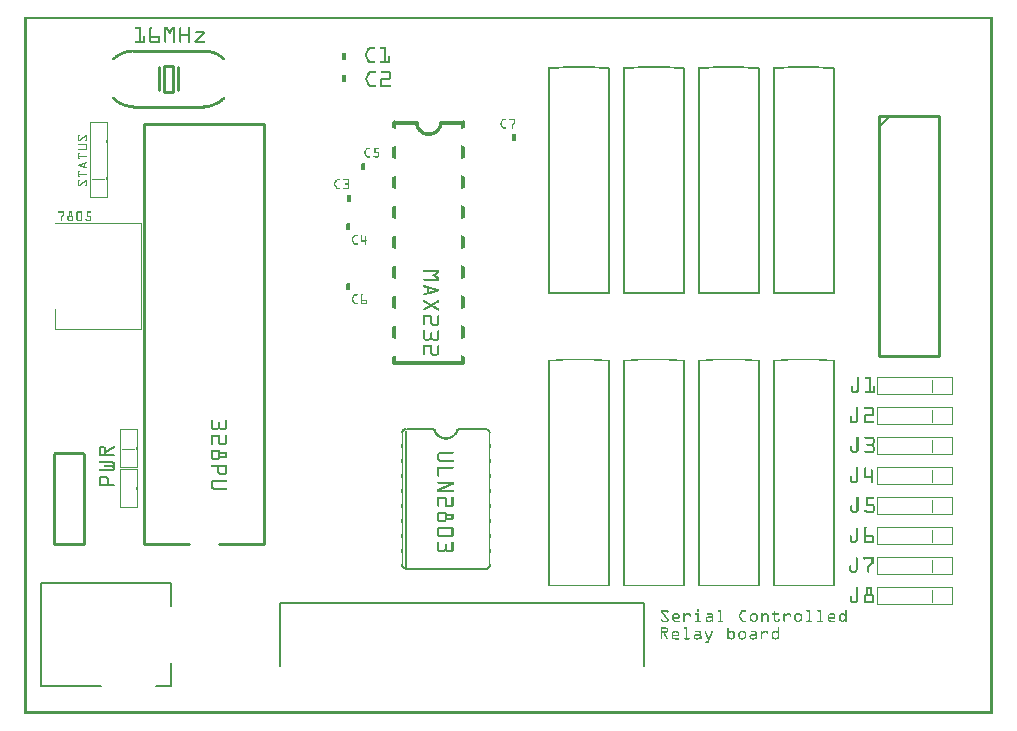
<source format=gto>
G04 MADE WITH FRITZING*
G04 WWW.FRITZING.ORG*
G04 DOUBLE SIDED*
G04 HOLES PLATED*
G04 CONTOUR ON CENTER OF CONTOUR VECTOR*
%ASAXBY*%
%FSLAX23Y23*%
%MOIN*%
%OFA0B0*%
%SFA1.0B1.0*%
%ADD10R,0.041339X0.096457X0.021654X0.076772*%
%ADD11C,0.009843*%
%ADD12C,0.010000*%
%ADD13C,0.005000*%
%ADD14C,0.008000*%
%ADD15C,0.012000*%
%ADD16R,0.001000X0.001000*%
%LNSILK1*%
G90*
G70*
G54D11*
X466Y2160D02*
X497Y2160D01*
X497Y2074D01*
X466Y2074D01*
X466Y2160D01*
D02*
G54D12*
X2849Y1992D02*
X2849Y1192D01*
D02*
X2849Y1192D02*
X3049Y1192D01*
D02*
X3049Y1192D02*
X3049Y1992D01*
D02*
X3049Y1992D02*
X2849Y1992D01*
G54D13*
D02*
X2849Y1957D02*
X2884Y1992D01*
G54D14*
D02*
X2064Y371D02*
X2064Y161D01*
D02*
X852Y371D02*
X852Y161D01*
D02*
X2064Y371D02*
X852Y371D01*
G54D15*
D02*
X1463Y1171D02*
X1233Y1171D01*
D02*
X1463Y1971D02*
X1388Y1971D01*
D02*
X1233Y1971D02*
X1308Y1971D01*
G54D12*
D02*
X799Y567D02*
X799Y1967D01*
D02*
X799Y1967D02*
X399Y1967D01*
D02*
X399Y1967D02*
X399Y567D01*
D02*
X799Y567D02*
X649Y567D01*
D02*
X549Y567D02*
X399Y567D01*
G54D14*
D02*
X489Y94D02*
X489Y170D01*
D02*
X56Y94D02*
X254Y94D01*
D02*
X489Y94D02*
X439Y94D01*
D02*
X56Y436D02*
X489Y436D01*
D02*
X489Y436D02*
X489Y359D01*
D02*
X56Y436D02*
X56Y94D01*
G54D12*
D02*
X99Y867D02*
X99Y567D01*
D02*
X99Y567D02*
X199Y567D01*
D02*
X199Y567D02*
X199Y867D01*
G54D14*
D02*
X1271Y485D02*
X1541Y485D01*
D02*
X1536Y949D02*
X1445Y949D01*
D02*
X1366Y949D02*
X1274Y949D01*
D02*
X1273Y944D02*
X1273Y488D01*
G54D11*
X449Y2157D02*
X449Y2079D01*
D02*
X512Y2157D02*
X512Y2079D01*
D02*
X363Y2210D02*
X599Y2210D01*
D02*
X363Y2025D02*
X599Y2025D01*
D02*
G54D16*
X0Y2323D02*
X3227Y2323D01*
X0Y2322D02*
X3227Y2322D01*
X0Y2321D02*
X3227Y2321D01*
X0Y2320D02*
X3227Y2320D01*
X0Y2319D02*
X3227Y2319D01*
X0Y2318D02*
X3227Y2318D01*
X0Y2317D02*
X3227Y2317D01*
X0Y2316D02*
X3227Y2316D01*
X0Y2315D02*
X7Y2315D01*
X3220Y2315D02*
X3227Y2315D01*
X0Y2314D02*
X7Y2314D01*
X3220Y2314D02*
X3227Y2314D01*
X0Y2313D02*
X7Y2313D01*
X3220Y2313D02*
X3227Y2313D01*
X0Y2312D02*
X7Y2312D01*
X3220Y2312D02*
X3227Y2312D01*
X0Y2311D02*
X7Y2311D01*
X3220Y2311D02*
X3227Y2311D01*
X0Y2310D02*
X7Y2310D01*
X3220Y2310D02*
X3227Y2310D01*
X0Y2309D02*
X7Y2309D01*
X3220Y2309D02*
X3227Y2309D01*
X0Y2308D02*
X7Y2308D01*
X3220Y2308D02*
X3227Y2308D01*
X0Y2307D02*
X7Y2307D01*
X3220Y2307D02*
X3227Y2307D01*
X0Y2306D02*
X7Y2306D01*
X3220Y2306D02*
X3227Y2306D01*
X0Y2305D02*
X7Y2305D01*
X3220Y2305D02*
X3227Y2305D01*
X0Y2304D02*
X7Y2304D01*
X3220Y2304D02*
X3227Y2304D01*
X0Y2303D02*
X7Y2303D01*
X3220Y2303D02*
X3227Y2303D01*
X0Y2302D02*
X7Y2302D01*
X3220Y2302D02*
X3227Y2302D01*
X0Y2301D02*
X7Y2301D01*
X3220Y2301D02*
X3227Y2301D01*
X0Y2300D02*
X7Y2300D01*
X3220Y2300D02*
X3227Y2300D01*
X0Y2299D02*
X7Y2299D01*
X3220Y2299D02*
X3227Y2299D01*
X0Y2298D02*
X7Y2298D01*
X3220Y2298D02*
X3227Y2298D01*
X0Y2297D02*
X7Y2297D01*
X3220Y2297D02*
X3227Y2297D01*
X0Y2296D02*
X7Y2296D01*
X3220Y2296D02*
X3227Y2296D01*
X0Y2295D02*
X7Y2295D01*
X3220Y2295D02*
X3227Y2295D01*
X0Y2294D02*
X7Y2294D01*
X3220Y2294D02*
X3227Y2294D01*
X0Y2293D02*
X7Y2293D01*
X3220Y2293D02*
X3227Y2293D01*
X0Y2292D02*
X7Y2292D01*
X3220Y2292D02*
X3227Y2292D01*
X0Y2291D02*
X7Y2291D01*
X3220Y2291D02*
X3227Y2291D01*
X0Y2290D02*
X7Y2290D01*
X370Y2290D02*
X387Y2290D01*
X420Y2290D02*
X424Y2290D01*
X467Y2290D02*
X475Y2290D01*
X493Y2290D02*
X501Y2290D01*
X520Y2290D02*
X521Y2290D01*
X547Y2290D02*
X548Y2290D01*
X3220Y2290D02*
X3227Y2290D01*
X0Y2289D02*
X7Y2289D01*
X368Y2289D02*
X387Y2289D01*
X418Y2289D02*
X426Y2289D01*
X467Y2289D02*
X476Y2289D01*
X492Y2289D02*
X501Y2289D01*
X518Y2289D02*
X522Y2289D01*
X546Y2289D02*
X550Y2289D01*
X3220Y2289D02*
X3227Y2289D01*
X0Y2288D02*
X7Y2288D01*
X368Y2288D02*
X387Y2288D01*
X418Y2288D02*
X426Y2288D01*
X467Y2288D02*
X477Y2288D01*
X491Y2288D02*
X501Y2288D01*
X518Y2288D02*
X523Y2288D01*
X545Y2288D02*
X551Y2288D01*
X3220Y2288D02*
X3227Y2288D01*
X0Y2287D02*
X7Y2287D01*
X367Y2287D02*
X387Y2287D01*
X417Y2287D02*
X427Y2287D01*
X467Y2287D02*
X477Y2287D01*
X491Y2287D02*
X501Y2287D01*
X517Y2287D02*
X523Y2287D01*
X545Y2287D02*
X551Y2287D01*
X3220Y2287D02*
X3227Y2287D01*
X0Y2286D02*
X7Y2286D01*
X367Y2286D02*
X387Y2286D01*
X417Y2286D02*
X427Y2286D01*
X467Y2286D02*
X478Y2286D01*
X490Y2286D02*
X501Y2286D01*
X517Y2286D02*
X523Y2286D01*
X545Y2286D02*
X551Y2286D01*
X3220Y2286D02*
X3227Y2286D01*
X0Y2285D02*
X7Y2285D01*
X368Y2285D02*
X387Y2285D01*
X417Y2285D02*
X426Y2285D01*
X467Y2285D02*
X479Y2285D01*
X489Y2285D02*
X501Y2285D01*
X517Y2285D02*
X523Y2285D01*
X545Y2285D02*
X551Y2285D01*
X3220Y2285D02*
X3227Y2285D01*
X0Y2284D02*
X7Y2284D01*
X369Y2284D02*
X387Y2284D01*
X417Y2284D02*
X425Y2284D01*
X467Y2284D02*
X479Y2284D01*
X489Y2284D02*
X501Y2284D01*
X517Y2284D02*
X523Y2284D01*
X545Y2284D02*
X551Y2284D01*
X3220Y2284D02*
X3227Y2284D01*
X0Y2283D02*
X7Y2283D01*
X381Y2283D02*
X387Y2283D01*
X417Y2283D02*
X423Y2283D01*
X467Y2283D02*
X480Y2283D01*
X488Y2283D02*
X501Y2283D01*
X517Y2283D02*
X523Y2283D01*
X545Y2283D02*
X551Y2283D01*
X3220Y2283D02*
X3227Y2283D01*
X0Y2282D02*
X7Y2282D01*
X381Y2282D02*
X387Y2282D01*
X417Y2282D02*
X423Y2282D01*
X467Y2282D02*
X481Y2282D01*
X487Y2282D02*
X501Y2282D01*
X517Y2282D02*
X523Y2282D01*
X545Y2282D02*
X551Y2282D01*
X3220Y2282D02*
X3227Y2282D01*
X0Y2281D02*
X7Y2281D01*
X381Y2281D02*
X387Y2281D01*
X417Y2281D02*
X423Y2281D01*
X467Y2281D02*
X482Y2281D01*
X487Y2281D02*
X501Y2281D01*
X517Y2281D02*
X523Y2281D01*
X545Y2281D02*
X551Y2281D01*
X3220Y2281D02*
X3227Y2281D01*
X0Y2280D02*
X7Y2280D01*
X381Y2280D02*
X387Y2280D01*
X417Y2280D02*
X423Y2280D01*
X467Y2280D02*
X482Y2280D01*
X486Y2280D02*
X501Y2280D01*
X517Y2280D02*
X523Y2280D01*
X545Y2280D02*
X551Y2280D01*
X3220Y2280D02*
X3227Y2280D01*
X0Y2279D02*
X7Y2279D01*
X381Y2279D02*
X387Y2279D01*
X417Y2279D02*
X423Y2279D01*
X467Y2279D02*
X473Y2279D01*
X475Y2279D02*
X483Y2279D01*
X485Y2279D02*
X493Y2279D01*
X495Y2279D02*
X501Y2279D01*
X517Y2279D02*
X523Y2279D01*
X545Y2279D02*
X551Y2279D01*
X3220Y2279D02*
X3227Y2279D01*
X0Y2278D02*
X7Y2278D01*
X381Y2278D02*
X387Y2278D01*
X417Y2278D02*
X423Y2278D01*
X467Y2278D02*
X473Y2278D01*
X476Y2278D02*
X492Y2278D01*
X495Y2278D02*
X501Y2278D01*
X517Y2278D02*
X523Y2278D01*
X545Y2278D02*
X551Y2278D01*
X3220Y2278D02*
X3227Y2278D01*
X0Y2277D02*
X7Y2277D01*
X381Y2277D02*
X387Y2277D01*
X417Y2277D02*
X423Y2277D01*
X467Y2277D02*
X473Y2277D01*
X477Y2277D02*
X491Y2277D01*
X495Y2277D02*
X501Y2277D01*
X517Y2277D02*
X523Y2277D01*
X545Y2277D02*
X551Y2277D01*
X3220Y2277D02*
X3227Y2277D01*
X0Y2276D02*
X7Y2276D01*
X381Y2276D02*
X387Y2276D01*
X417Y2276D02*
X423Y2276D01*
X467Y2276D02*
X473Y2276D01*
X477Y2276D02*
X491Y2276D01*
X495Y2276D02*
X501Y2276D01*
X517Y2276D02*
X523Y2276D01*
X545Y2276D02*
X551Y2276D01*
X3220Y2276D02*
X3227Y2276D01*
X0Y2275D02*
X7Y2275D01*
X381Y2275D02*
X387Y2275D01*
X417Y2275D02*
X423Y2275D01*
X467Y2275D02*
X473Y2275D01*
X478Y2275D02*
X490Y2275D01*
X495Y2275D02*
X501Y2275D01*
X517Y2275D02*
X523Y2275D01*
X545Y2275D02*
X551Y2275D01*
X571Y2275D02*
X599Y2275D01*
X3220Y2275D02*
X3227Y2275D01*
X0Y2274D02*
X7Y2274D01*
X381Y2274D02*
X387Y2274D01*
X417Y2274D02*
X423Y2274D01*
X467Y2274D02*
X473Y2274D01*
X479Y2274D02*
X489Y2274D01*
X495Y2274D02*
X501Y2274D01*
X517Y2274D02*
X523Y2274D01*
X545Y2274D02*
X551Y2274D01*
X570Y2274D02*
X600Y2274D01*
X3220Y2274D02*
X3227Y2274D01*
X0Y2273D02*
X7Y2273D01*
X381Y2273D02*
X387Y2273D01*
X417Y2273D02*
X423Y2273D01*
X467Y2273D02*
X473Y2273D01*
X480Y2273D02*
X489Y2273D01*
X495Y2273D02*
X501Y2273D01*
X517Y2273D02*
X523Y2273D01*
X545Y2273D02*
X551Y2273D01*
X569Y2273D02*
X601Y2273D01*
X3220Y2273D02*
X3227Y2273D01*
X0Y2272D02*
X7Y2272D01*
X381Y2272D02*
X387Y2272D01*
X417Y2272D02*
X423Y2272D01*
X467Y2272D02*
X473Y2272D01*
X480Y2272D02*
X488Y2272D01*
X495Y2272D02*
X501Y2272D01*
X517Y2272D02*
X523Y2272D01*
X545Y2272D02*
X551Y2272D01*
X569Y2272D02*
X601Y2272D01*
X3220Y2272D02*
X3227Y2272D01*
X0Y2271D02*
X7Y2271D01*
X381Y2271D02*
X387Y2271D01*
X417Y2271D02*
X423Y2271D01*
X467Y2271D02*
X473Y2271D01*
X481Y2271D02*
X487Y2271D01*
X495Y2271D02*
X501Y2271D01*
X517Y2271D02*
X523Y2271D01*
X545Y2271D02*
X551Y2271D01*
X569Y2271D02*
X601Y2271D01*
X3220Y2271D02*
X3227Y2271D01*
X0Y2270D02*
X7Y2270D01*
X381Y2270D02*
X387Y2270D01*
X417Y2270D02*
X423Y2270D01*
X467Y2270D02*
X473Y2270D01*
X481Y2270D02*
X487Y2270D01*
X495Y2270D02*
X501Y2270D01*
X517Y2270D02*
X523Y2270D01*
X545Y2270D02*
X551Y2270D01*
X570Y2270D02*
X601Y2270D01*
X3220Y2270D02*
X3227Y2270D01*
X0Y2269D02*
X7Y2269D01*
X381Y2269D02*
X387Y2269D01*
X417Y2269D02*
X423Y2269D01*
X467Y2269D02*
X473Y2269D01*
X481Y2269D02*
X487Y2269D01*
X495Y2269D02*
X501Y2269D01*
X517Y2269D02*
X523Y2269D01*
X545Y2269D02*
X551Y2269D01*
X571Y2269D02*
X601Y2269D01*
X3220Y2269D02*
X3227Y2269D01*
X0Y2268D02*
X7Y2268D01*
X381Y2268D02*
X387Y2268D01*
X417Y2268D02*
X423Y2268D01*
X467Y2268D02*
X473Y2268D01*
X481Y2268D02*
X487Y2268D01*
X495Y2268D02*
X501Y2268D01*
X517Y2268D02*
X523Y2268D01*
X545Y2268D02*
X551Y2268D01*
X592Y2268D02*
X601Y2268D01*
X3220Y2268D02*
X3227Y2268D01*
X0Y2267D02*
X7Y2267D01*
X381Y2267D02*
X387Y2267D01*
X417Y2267D02*
X423Y2267D01*
X467Y2267D02*
X473Y2267D01*
X482Y2267D02*
X486Y2267D01*
X495Y2267D02*
X501Y2267D01*
X517Y2267D02*
X523Y2267D01*
X545Y2267D02*
X551Y2267D01*
X591Y2267D02*
X600Y2267D01*
X3220Y2267D02*
X3227Y2267D01*
X0Y2266D02*
X7Y2266D01*
X381Y2266D02*
X387Y2266D01*
X417Y2266D02*
X423Y2266D01*
X467Y2266D02*
X473Y2266D01*
X483Y2266D02*
X485Y2266D01*
X495Y2266D02*
X501Y2266D01*
X517Y2266D02*
X551Y2266D01*
X590Y2266D02*
X599Y2266D01*
X3220Y2266D02*
X3227Y2266D01*
X0Y2265D02*
X7Y2265D01*
X381Y2265D02*
X387Y2265D01*
X417Y2265D02*
X423Y2265D01*
X467Y2265D02*
X473Y2265D01*
X495Y2265D02*
X501Y2265D01*
X517Y2265D02*
X551Y2265D01*
X589Y2265D02*
X598Y2265D01*
X3220Y2265D02*
X3227Y2265D01*
X0Y2264D02*
X7Y2264D01*
X381Y2264D02*
X387Y2264D01*
X417Y2264D02*
X423Y2264D01*
X467Y2264D02*
X473Y2264D01*
X495Y2264D02*
X501Y2264D01*
X517Y2264D02*
X551Y2264D01*
X588Y2264D02*
X597Y2264D01*
X3220Y2264D02*
X3227Y2264D01*
X0Y2263D02*
X7Y2263D01*
X381Y2263D02*
X387Y2263D01*
X417Y2263D02*
X423Y2263D01*
X467Y2263D02*
X473Y2263D01*
X495Y2263D02*
X501Y2263D01*
X517Y2263D02*
X551Y2263D01*
X587Y2263D02*
X596Y2263D01*
X3220Y2263D02*
X3227Y2263D01*
X0Y2262D02*
X7Y2262D01*
X381Y2262D02*
X387Y2262D01*
X417Y2262D02*
X423Y2262D01*
X467Y2262D02*
X473Y2262D01*
X495Y2262D02*
X501Y2262D01*
X517Y2262D02*
X551Y2262D01*
X586Y2262D02*
X595Y2262D01*
X3220Y2262D02*
X3227Y2262D01*
X0Y2261D02*
X7Y2261D01*
X381Y2261D02*
X387Y2261D01*
X417Y2261D02*
X423Y2261D01*
X467Y2261D02*
X473Y2261D01*
X495Y2261D02*
X501Y2261D01*
X517Y2261D02*
X551Y2261D01*
X585Y2261D02*
X594Y2261D01*
X3220Y2261D02*
X3227Y2261D01*
X0Y2260D02*
X7Y2260D01*
X381Y2260D02*
X387Y2260D01*
X396Y2260D02*
X399Y2260D01*
X417Y2260D02*
X449Y2260D01*
X467Y2260D02*
X473Y2260D01*
X495Y2260D02*
X501Y2260D01*
X517Y2260D02*
X551Y2260D01*
X584Y2260D02*
X593Y2260D01*
X3220Y2260D02*
X3227Y2260D01*
X0Y2259D02*
X7Y2259D01*
X381Y2259D02*
X387Y2259D01*
X395Y2259D02*
X400Y2259D01*
X417Y2259D02*
X450Y2259D01*
X467Y2259D02*
X473Y2259D01*
X495Y2259D02*
X501Y2259D01*
X517Y2259D02*
X523Y2259D01*
X545Y2259D02*
X551Y2259D01*
X583Y2259D02*
X592Y2259D01*
X3220Y2259D02*
X3227Y2259D01*
X0Y2258D02*
X7Y2258D01*
X381Y2258D02*
X387Y2258D01*
X395Y2258D02*
X401Y2258D01*
X417Y2258D02*
X451Y2258D01*
X467Y2258D02*
X473Y2258D01*
X495Y2258D02*
X501Y2258D01*
X517Y2258D02*
X523Y2258D01*
X545Y2258D02*
X551Y2258D01*
X582Y2258D02*
X591Y2258D01*
X3220Y2258D02*
X3227Y2258D01*
X0Y2257D02*
X7Y2257D01*
X381Y2257D02*
X387Y2257D01*
X395Y2257D02*
X401Y2257D01*
X417Y2257D02*
X451Y2257D01*
X467Y2257D02*
X473Y2257D01*
X495Y2257D02*
X501Y2257D01*
X517Y2257D02*
X523Y2257D01*
X545Y2257D02*
X551Y2257D01*
X581Y2257D02*
X590Y2257D01*
X3220Y2257D02*
X3227Y2257D01*
X0Y2256D02*
X7Y2256D01*
X381Y2256D02*
X387Y2256D01*
X395Y2256D02*
X401Y2256D01*
X417Y2256D02*
X451Y2256D01*
X467Y2256D02*
X473Y2256D01*
X495Y2256D02*
X501Y2256D01*
X517Y2256D02*
X523Y2256D01*
X545Y2256D02*
X551Y2256D01*
X580Y2256D02*
X589Y2256D01*
X3220Y2256D02*
X3227Y2256D01*
X0Y2255D02*
X7Y2255D01*
X381Y2255D02*
X387Y2255D01*
X395Y2255D02*
X401Y2255D01*
X417Y2255D02*
X451Y2255D01*
X467Y2255D02*
X473Y2255D01*
X495Y2255D02*
X501Y2255D01*
X517Y2255D02*
X523Y2255D01*
X545Y2255D02*
X551Y2255D01*
X579Y2255D02*
X588Y2255D01*
X3220Y2255D02*
X3227Y2255D01*
X0Y2254D02*
X7Y2254D01*
X381Y2254D02*
X387Y2254D01*
X395Y2254D02*
X401Y2254D01*
X417Y2254D02*
X451Y2254D01*
X467Y2254D02*
X473Y2254D01*
X495Y2254D02*
X501Y2254D01*
X517Y2254D02*
X523Y2254D01*
X545Y2254D02*
X551Y2254D01*
X578Y2254D02*
X587Y2254D01*
X3220Y2254D02*
X3227Y2254D01*
X0Y2253D02*
X7Y2253D01*
X381Y2253D02*
X387Y2253D01*
X395Y2253D02*
X401Y2253D01*
X417Y2253D02*
X423Y2253D01*
X445Y2253D02*
X451Y2253D01*
X467Y2253D02*
X473Y2253D01*
X495Y2253D02*
X501Y2253D01*
X517Y2253D02*
X523Y2253D01*
X545Y2253D02*
X551Y2253D01*
X577Y2253D02*
X586Y2253D01*
X3220Y2253D02*
X3227Y2253D01*
X0Y2252D02*
X7Y2252D01*
X381Y2252D02*
X387Y2252D01*
X395Y2252D02*
X401Y2252D01*
X417Y2252D02*
X423Y2252D01*
X445Y2252D02*
X451Y2252D01*
X467Y2252D02*
X473Y2252D01*
X495Y2252D02*
X501Y2252D01*
X517Y2252D02*
X523Y2252D01*
X545Y2252D02*
X551Y2252D01*
X576Y2252D02*
X585Y2252D01*
X3220Y2252D02*
X3227Y2252D01*
X0Y2251D02*
X7Y2251D01*
X381Y2251D02*
X387Y2251D01*
X395Y2251D02*
X401Y2251D01*
X417Y2251D02*
X423Y2251D01*
X445Y2251D02*
X451Y2251D01*
X467Y2251D02*
X473Y2251D01*
X495Y2251D02*
X501Y2251D01*
X517Y2251D02*
X523Y2251D01*
X545Y2251D02*
X551Y2251D01*
X575Y2251D02*
X584Y2251D01*
X3220Y2251D02*
X3227Y2251D01*
X0Y2250D02*
X7Y2250D01*
X381Y2250D02*
X387Y2250D01*
X395Y2250D02*
X401Y2250D01*
X417Y2250D02*
X423Y2250D01*
X445Y2250D02*
X451Y2250D01*
X467Y2250D02*
X473Y2250D01*
X495Y2250D02*
X501Y2250D01*
X517Y2250D02*
X523Y2250D01*
X545Y2250D02*
X551Y2250D01*
X573Y2250D02*
X583Y2250D01*
X3220Y2250D02*
X3227Y2250D01*
X0Y2249D02*
X7Y2249D01*
X381Y2249D02*
X387Y2249D01*
X395Y2249D02*
X401Y2249D01*
X417Y2249D02*
X423Y2249D01*
X445Y2249D02*
X451Y2249D01*
X467Y2249D02*
X473Y2249D01*
X495Y2249D02*
X501Y2249D01*
X517Y2249D02*
X523Y2249D01*
X545Y2249D02*
X551Y2249D01*
X572Y2249D02*
X582Y2249D01*
X3220Y2249D02*
X3227Y2249D01*
X0Y2248D02*
X7Y2248D01*
X381Y2248D02*
X387Y2248D01*
X395Y2248D02*
X401Y2248D01*
X417Y2248D02*
X423Y2248D01*
X445Y2248D02*
X451Y2248D01*
X467Y2248D02*
X473Y2248D01*
X495Y2248D02*
X501Y2248D01*
X517Y2248D02*
X523Y2248D01*
X545Y2248D02*
X551Y2248D01*
X571Y2248D02*
X580Y2248D01*
X3220Y2248D02*
X3227Y2248D01*
X0Y2247D02*
X7Y2247D01*
X381Y2247D02*
X387Y2247D01*
X395Y2247D02*
X401Y2247D01*
X417Y2247D02*
X423Y2247D01*
X445Y2247D02*
X451Y2247D01*
X467Y2247D02*
X473Y2247D01*
X495Y2247D02*
X501Y2247D01*
X517Y2247D02*
X523Y2247D01*
X545Y2247D02*
X551Y2247D01*
X570Y2247D02*
X579Y2247D01*
X3220Y2247D02*
X3227Y2247D01*
X0Y2246D02*
X7Y2246D01*
X381Y2246D02*
X387Y2246D01*
X395Y2246D02*
X401Y2246D01*
X417Y2246D02*
X423Y2246D01*
X445Y2246D02*
X451Y2246D01*
X467Y2246D02*
X473Y2246D01*
X495Y2246D02*
X501Y2246D01*
X517Y2246D02*
X523Y2246D01*
X545Y2246D02*
X551Y2246D01*
X569Y2246D02*
X578Y2246D01*
X3220Y2246D02*
X3227Y2246D01*
X0Y2245D02*
X7Y2245D01*
X381Y2245D02*
X387Y2245D01*
X395Y2245D02*
X401Y2245D01*
X417Y2245D02*
X423Y2245D01*
X445Y2245D02*
X451Y2245D01*
X467Y2245D02*
X473Y2245D01*
X495Y2245D02*
X501Y2245D01*
X517Y2245D02*
X523Y2245D01*
X545Y2245D02*
X551Y2245D01*
X568Y2245D02*
X577Y2245D01*
X3220Y2245D02*
X3227Y2245D01*
X0Y2244D02*
X7Y2244D01*
X381Y2244D02*
X387Y2244D01*
X395Y2244D02*
X401Y2244D01*
X417Y2244D02*
X423Y2244D01*
X445Y2244D02*
X451Y2244D01*
X467Y2244D02*
X473Y2244D01*
X495Y2244D02*
X501Y2244D01*
X517Y2244D02*
X523Y2244D01*
X545Y2244D02*
X551Y2244D01*
X568Y2244D02*
X576Y2244D01*
X3220Y2244D02*
X3227Y2244D01*
X0Y2243D02*
X7Y2243D01*
X370Y2243D02*
X401Y2243D01*
X417Y2243D02*
X451Y2243D01*
X467Y2243D02*
X473Y2243D01*
X495Y2243D02*
X501Y2243D01*
X517Y2243D02*
X523Y2243D01*
X545Y2243D02*
X551Y2243D01*
X567Y2243D02*
X598Y2243D01*
X3220Y2243D02*
X3227Y2243D01*
X0Y2242D02*
X7Y2242D01*
X368Y2242D02*
X401Y2242D01*
X417Y2242D02*
X451Y2242D01*
X467Y2242D02*
X473Y2242D01*
X495Y2242D02*
X501Y2242D01*
X517Y2242D02*
X523Y2242D01*
X545Y2242D02*
X551Y2242D01*
X567Y2242D02*
X600Y2242D01*
X3220Y2242D02*
X3227Y2242D01*
X0Y2241D02*
X7Y2241D01*
X368Y2241D02*
X401Y2241D01*
X417Y2241D02*
X451Y2241D01*
X467Y2241D02*
X473Y2241D01*
X495Y2241D02*
X501Y2241D01*
X517Y2241D02*
X523Y2241D01*
X545Y2241D02*
X551Y2241D01*
X567Y2241D02*
X600Y2241D01*
X3220Y2241D02*
X3227Y2241D01*
X0Y2240D02*
X7Y2240D01*
X367Y2240D02*
X401Y2240D01*
X417Y2240D02*
X451Y2240D01*
X467Y2240D02*
X473Y2240D01*
X495Y2240D02*
X501Y2240D01*
X517Y2240D02*
X523Y2240D01*
X545Y2240D02*
X551Y2240D01*
X567Y2240D02*
X601Y2240D01*
X3220Y2240D02*
X3227Y2240D01*
X0Y2239D02*
X7Y2239D01*
X367Y2239D02*
X401Y2239D01*
X417Y2239D02*
X451Y2239D01*
X467Y2239D02*
X473Y2239D01*
X495Y2239D02*
X501Y2239D01*
X517Y2239D02*
X523Y2239D01*
X545Y2239D02*
X551Y2239D01*
X567Y2239D02*
X601Y2239D01*
X3220Y2239D02*
X3227Y2239D01*
X0Y2238D02*
X7Y2238D01*
X368Y2238D02*
X400Y2238D01*
X418Y2238D02*
X450Y2238D01*
X468Y2238D02*
X473Y2238D01*
X495Y2238D02*
X500Y2238D01*
X518Y2238D02*
X523Y2238D01*
X545Y2238D02*
X550Y2238D01*
X568Y2238D02*
X600Y2238D01*
X3220Y2238D02*
X3227Y2238D01*
X0Y2237D02*
X7Y2237D01*
X369Y2237D02*
X400Y2237D01*
X419Y2237D02*
X450Y2237D01*
X469Y2237D02*
X472Y2237D01*
X496Y2237D02*
X500Y2237D01*
X519Y2237D02*
X522Y2237D01*
X546Y2237D02*
X550Y2237D01*
X569Y2237D02*
X600Y2237D01*
X3220Y2237D02*
X3227Y2237D01*
X0Y2236D02*
X7Y2236D01*
X3220Y2236D02*
X3227Y2236D01*
X0Y2235D02*
X7Y2235D01*
X3220Y2235D02*
X3227Y2235D01*
X0Y2234D02*
X7Y2234D01*
X3220Y2234D02*
X3227Y2234D01*
X0Y2233D02*
X7Y2233D01*
X3220Y2233D02*
X3227Y2233D01*
X0Y2232D02*
X7Y2232D01*
X3220Y2232D02*
X3227Y2232D01*
X0Y2231D02*
X7Y2231D01*
X3220Y2231D02*
X3227Y2231D01*
X0Y2230D02*
X7Y2230D01*
X3220Y2230D02*
X3227Y2230D01*
X0Y2229D02*
X7Y2229D01*
X3220Y2229D02*
X3227Y2229D01*
X0Y2228D02*
X7Y2228D01*
X3220Y2228D02*
X3227Y2228D01*
X0Y2227D02*
X7Y2227D01*
X3220Y2227D02*
X3227Y2227D01*
X0Y2226D02*
X7Y2226D01*
X3220Y2226D02*
X3227Y2226D01*
X0Y2225D02*
X7Y2225D01*
X3220Y2225D02*
X3227Y2225D01*
X0Y2224D02*
X7Y2224D01*
X3220Y2224D02*
X3227Y2224D01*
X0Y2223D02*
X7Y2223D01*
X1150Y2223D02*
X1168Y2223D01*
X1187Y2223D02*
X1205Y2223D01*
X3220Y2223D02*
X3227Y2223D01*
X0Y2222D02*
X7Y2222D01*
X1148Y2222D02*
X1168Y2222D01*
X1186Y2222D02*
X1205Y2222D01*
X3220Y2222D02*
X3227Y2222D01*
X0Y2221D02*
X7Y2221D01*
X1146Y2221D02*
X1169Y2221D01*
X1185Y2221D02*
X1205Y2221D01*
X3220Y2221D02*
X3227Y2221D01*
X0Y2220D02*
X7Y2220D01*
X1145Y2220D02*
X1169Y2220D01*
X1185Y2220D02*
X1205Y2220D01*
X3220Y2220D02*
X3227Y2220D01*
X0Y2219D02*
X7Y2219D01*
X1145Y2219D02*
X1169Y2219D01*
X1186Y2219D02*
X1205Y2219D01*
X3220Y2219D02*
X3227Y2219D01*
X0Y2218D02*
X7Y2218D01*
X1144Y2218D02*
X1168Y2218D01*
X1186Y2218D02*
X1205Y2218D01*
X3220Y2218D02*
X3227Y2218D01*
X0Y2217D02*
X7Y2217D01*
X1143Y2217D02*
X1166Y2217D01*
X1188Y2217D02*
X1205Y2217D01*
X3220Y2217D02*
X3227Y2217D01*
X0Y2216D02*
X7Y2216D01*
X1143Y2216D02*
X1150Y2216D01*
X1199Y2216D02*
X1205Y2216D01*
X3220Y2216D02*
X3227Y2216D01*
X0Y2215D02*
X7Y2215D01*
X1143Y2215D02*
X1150Y2215D01*
X1199Y2215D02*
X1205Y2215D01*
X3220Y2215D02*
X3227Y2215D01*
X0Y2214D02*
X7Y2214D01*
X350Y2214D02*
X365Y2214D01*
X597Y2214D02*
X612Y2214D01*
X1142Y2214D02*
X1149Y2214D01*
X1199Y2214D02*
X1205Y2214D01*
X3220Y2214D02*
X3227Y2214D01*
X0Y2213D02*
X7Y2213D01*
X344Y2213D02*
X366Y2213D01*
X596Y2213D02*
X618Y2213D01*
X1142Y2213D02*
X1148Y2213D01*
X1199Y2213D02*
X1205Y2213D01*
X3220Y2213D02*
X3227Y2213D01*
X0Y2212D02*
X7Y2212D01*
X340Y2212D02*
X367Y2212D01*
X595Y2212D02*
X622Y2212D01*
X1141Y2212D02*
X1148Y2212D01*
X1199Y2212D02*
X1205Y2212D01*
X3220Y2212D02*
X3227Y2212D01*
X0Y2211D02*
X7Y2211D01*
X336Y2211D02*
X367Y2211D01*
X595Y2211D02*
X626Y2211D01*
X1141Y2211D02*
X1147Y2211D01*
X1199Y2211D02*
X1205Y2211D01*
X3220Y2211D02*
X3227Y2211D01*
X0Y2210D02*
X7Y2210D01*
X333Y2210D02*
X367Y2210D01*
X595Y2210D02*
X629Y2210D01*
X1140Y2210D02*
X1147Y2210D01*
X1199Y2210D02*
X1205Y2210D01*
X3220Y2210D02*
X3227Y2210D01*
X0Y2209D02*
X7Y2209D01*
X330Y2209D02*
X367Y2209D01*
X595Y2209D02*
X631Y2209D01*
X1140Y2209D02*
X1146Y2209D01*
X1199Y2209D02*
X1205Y2209D01*
X3220Y2209D02*
X3227Y2209D01*
X0Y2208D02*
X7Y2208D01*
X328Y2208D02*
X367Y2208D01*
X595Y2208D02*
X634Y2208D01*
X1139Y2208D02*
X1146Y2208D01*
X1199Y2208D02*
X1205Y2208D01*
X3220Y2208D02*
X3227Y2208D01*
X0Y2207D02*
X7Y2207D01*
X325Y2207D02*
X366Y2207D01*
X596Y2207D02*
X637Y2207D01*
X1139Y2207D02*
X1145Y2207D01*
X1199Y2207D02*
X1205Y2207D01*
X3220Y2207D02*
X3227Y2207D01*
X0Y2206D02*
X7Y2206D01*
X323Y2206D02*
X365Y2206D01*
X597Y2206D02*
X639Y2206D01*
X1138Y2206D02*
X1145Y2206D01*
X1199Y2206D02*
X1205Y2206D01*
X3220Y2206D02*
X3227Y2206D01*
X0Y2205D02*
X7Y2205D01*
X321Y2205D02*
X358Y2205D01*
X604Y2205D02*
X641Y2205D01*
X1138Y2205D02*
X1144Y2205D01*
X1199Y2205D02*
X1205Y2205D01*
X3220Y2205D02*
X3227Y2205D01*
X0Y2204D02*
X7Y2204D01*
X319Y2204D02*
X349Y2204D01*
X613Y2204D02*
X643Y2204D01*
X1061Y2204D02*
X1068Y2204D01*
X1137Y2204D02*
X1144Y2204D01*
X1199Y2204D02*
X1205Y2204D01*
X3220Y2204D02*
X3227Y2204D01*
X0Y2203D02*
X7Y2203D01*
X317Y2203D02*
X343Y2203D01*
X619Y2203D02*
X645Y2203D01*
X1059Y2203D02*
X1070Y2203D01*
X1137Y2203D02*
X1143Y2203D01*
X1199Y2203D02*
X1205Y2203D01*
X3220Y2203D02*
X3227Y2203D01*
X0Y2202D02*
X7Y2202D01*
X315Y2202D02*
X339Y2202D01*
X623Y2202D02*
X647Y2202D01*
X1058Y2202D02*
X1071Y2202D01*
X1136Y2202D02*
X1143Y2202D01*
X1199Y2202D02*
X1205Y2202D01*
X3220Y2202D02*
X3227Y2202D01*
X0Y2201D02*
X7Y2201D01*
X313Y2201D02*
X336Y2201D01*
X626Y2201D02*
X648Y2201D01*
X1058Y2201D02*
X1071Y2201D01*
X1136Y2201D02*
X1142Y2201D01*
X1199Y2201D02*
X1205Y2201D01*
X3220Y2201D02*
X3227Y2201D01*
X0Y2200D02*
X7Y2200D01*
X312Y2200D02*
X333Y2200D01*
X629Y2200D02*
X650Y2200D01*
X1058Y2200D02*
X1071Y2200D01*
X1136Y2200D02*
X1142Y2200D01*
X1199Y2200D02*
X1205Y2200D01*
X3220Y2200D02*
X3227Y2200D01*
X0Y2199D02*
X7Y2199D01*
X310Y2199D02*
X330Y2199D01*
X632Y2199D02*
X652Y2199D01*
X1058Y2199D02*
X1071Y2199D01*
X1136Y2199D02*
X1142Y2199D01*
X1199Y2199D02*
X1205Y2199D01*
X3220Y2199D02*
X3227Y2199D01*
X0Y2198D02*
X7Y2198D01*
X309Y2198D02*
X328Y2198D01*
X634Y2198D02*
X653Y2198D01*
X1058Y2198D02*
X1071Y2198D01*
X1135Y2198D02*
X1141Y2198D01*
X1199Y2198D02*
X1205Y2198D01*
X3220Y2198D02*
X3227Y2198D01*
X0Y2197D02*
X7Y2197D01*
X307Y2197D02*
X325Y2197D01*
X636Y2197D02*
X655Y2197D01*
X1058Y2197D02*
X1071Y2197D01*
X1135Y2197D02*
X1141Y2197D01*
X1199Y2197D02*
X1205Y2197D01*
X3220Y2197D02*
X3227Y2197D01*
X0Y2196D02*
X7Y2196D01*
X306Y2196D02*
X323Y2196D01*
X638Y2196D02*
X656Y2196D01*
X1058Y2196D02*
X1071Y2196D01*
X1135Y2196D02*
X1141Y2196D01*
X1199Y2196D02*
X1205Y2196D01*
X3220Y2196D02*
X3227Y2196D01*
X0Y2195D02*
X7Y2195D01*
X304Y2195D02*
X321Y2195D01*
X641Y2195D02*
X657Y2195D01*
X1058Y2195D02*
X1071Y2195D01*
X1135Y2195D02*
X1142Y2195D01*
X1199Y2195D02*
X1205Y2195D01*
X3220Y2195D02*
X3227Y2195D01*
X0Y2194D02*
X7Y2194D01*
X303Y2194D02*
X320Y2194D01*
X642Y2194D02*
X659Y2194D01*
X1058Y2194D02*
X1071Y2194D01*
X1136Y2194D02*
X1142Y2194D01*
X1199Y2194D02*
X1205Y2194D01*
X1215Y2194D02*
X1217Y2194D01*
X3220Y2194D02*
X3227Y2194D01*
X0Y2193D02*
X7Y2193D01*
X302Y2193D02*
X318Y2193D01*
X644Y2193D02*
X660Y2193D01*
X1058Y2193D02*
X1071Y2193D01*
X1136Y2193D02*
X1142Y2193D01*
X1199Y2193D02*
X1205Y2193D01*
X1214Y2193D02*
X1218Y2193D01*
X3220Y2193D02*
X3227Y2193D01*
X0Y2192D02*
X7Y2192D01*
X301Y2192D02*
X316Y2192D01*
X646Y2192D02*
X661Y2192D01*
X1058Y2192D02*
X1071Y2192D01*
X1136Y2192D02*
X1143Y2192D01*
X1199Y2192D02*
X1205Y2192D01*
X1213Y2192D02*
X1219Y2192D01*
X3220Y2192D02*
X3227Y2192D01*
X0Y2191D02*
X7Y2191D01*
X299Y2191D02*
X315Y2191D01*
X647Y2191D02*
X662Y2191D01*
X1058Y2191D02*
X1071Y2191D01*
X1136Y2191D02*
X1143Y2191D01*
X1199Y2191D02*
X1205Y2191D01*
X1213Y2191D02*
X1219Y2191D01*
X3220Y2191D02*
X3227Y2191D01*
X0Y2190D02*
X7Y2190D01*
X298Y2190D02*
X313Y2190D01*
X649Y2190D02*
X663Y2190D01*
X1058Y2190D02*
X1071Y2190D01*
X1137Y2190D02*
X1144Y2190D01*
X1199Y2190D02*
X1205Y2190D01*
X1213Y2190D02*
X1219Y2190D01*
X3220Y2190D02*
X3227Y2190D01*
X0Y2189D02*
X7Y2189D01*
X297Y2189D02*
X312Y2189D01*
X650Y2189D02*
X665Y2189D01*
X1058Y2189D02*
X1071Y2189D01*
X1137Y2189D02*
X1144Y2189D01*
X1199Y2189D02*
X1205Y2189D01*
X1213Y2189D02*
X1219Y2189D01*
X3220Y2189D02*
X3227Y2189D01*
X0Y2188D02*
X7Y2188D01*
X296Y2188D02*
X310Y2188D01*
X651Y2188D02*
X666Y2188D01*
X1058Y2188D02*
X1071Y2188D01*
X1138Y2188D02*
X1145Y2188D01*
X1199Y2188D02*
X1205Y2188D01*
X1213Y2188D02*
X1219Y2188D01*
X3220Y2188D02*
X3227Y2188D01*
X0Y2187D02*
X7Y2187D01*
X295Y2187D02*
X309Y2187D01*
X653Y2187D02*
X667Y2187D01*
X1058Y2187D02*
X1071Y2187D01*
X1138Y2187D02*
X1145Y2187D01*
X1199Y2187D02*
X1205Y2187D01*
X1213Y2187D02*
X1219Y2187D01*
X3220Y2187D02*
X3227Y2187D01*
X0Y2186D02*
X7Y2186D01*
X294Y2186D02*
X308Y2186D01*
X654Y2186D02*
X668Y2186D01*
X1058Y2186D02*
X1071Y2186D01*
X1139Y2186D02*
X1146Y2186D01*
X1199Y2186D02*
X1205Y2186D01*
X1213Y2186D02*
X1219Y2186D01*
X3220Y2186D02*
X3227Y2186D01*
X0Y2185D02*
X7Y2185D01*
X293Y2185D02*
X306Y2185D01*
X655Y2185D02*
X668Y2185D01*
X1058Y2185D02*
X1071Y2185D01*
X1139Y2185D02*
X1146Y2185D01*
X1199Y2185D02*
X1205Y2185D01*
X1213Y2185D02*
X1219Y2185D01*
X3220Y2185D02*
X3227Y2185D01*
X0Y2184D02*
X7Y2184D01*
X293Y2184D02*
X305Y2184D01*
X656Y2184D02*
X669Y2184D01*
X1058Y2184D02*
X1071Y2184D01*
X1140Y2184D02*
X1147Y2184D01*
X1199Y2184D02*
X1205Y2184D01*
X1213Y2184D02*
X1219Y2184D01*
X3220Y2184D02*
X3227Y2184D01*
X0Y2183D02*
X7Y2183D01*
X293Y2183D02*
X304Y2183D01*
X658Y2183D02*
X669Y2183D01*
X1058Y2183D02*
X1071Y2183D01*
X1140Y2183D02*
X1147Y2183D01*
X1199Y2183D02*
X1205Y2183D01*
X1213Y2183D02*
X1219Y2183D01*
X3220Y2183D02*
X3227Y2183D01*
X0Y2182D02*
X7Y2182D01*
X293Y2182D02*
X303Y2182D01*
X659Y2182D02*
X669Y2182D01*
X1059Y2182D02*
X1070Y2182D01*
X1141Y2182D02*
X1148Y2182D01*
X1199Y2182D02*
X1205Y2182D01*
X1213Y2182D02*
X1219Y2182D01*
X3220Y2182D02*
X3227Y2182D01*
X0Y2181D02*
X7Y2181D01*
X293Y2181D02*
X302Y2181D01*
X660Y2181D02*
X668Y2181D01*
X1062Y2181D02*
X1068Y2181D01*
X1141Y2181D02*
X1148Y2181D01*
X1199Y2181D02*
X1205Y2181D01*
X1213Y2181D02*
X1219Y2181D01*
X3220Y2181D02*
X3227Y2181D01*
X0Y2180D02*
X7Y2180D01*
X294Y2180D02*
X301Y2180D01*
X661Y2180D02*
X668Y2180D01*
X1142Y2180D02*
X1149Y2180D01*
X1199Y2180D02*
X1205Y2180D01*
X1213Y2180D02*
X1219Y2180D01*
X3220Y2180D02*
X3227Y2180D01*
X0Y2179D02*
X7Y2179D01*
X295Y2179D02*
X300Y2179D01*
X662Y2179D02*
X667Y2179D01*
X1142Y2179D02*
X1149Y2179D01*
X1199Y2179D02*
X1205Y2179D01*
X1213Y2179D02*
X1219Y2179D01*
X3220Y2179D02*
X3227Y2179D01*
X0Y2178D02*
X7Y2178D01*
X1143Y2178D02*
X1150Y2178D01*
X1199Y2178D02*
X1205Y2178D01*
X1213Y2178D02*
X1219Y2178D01*
X3220Y2178D02*
X3227Y2178D01*
X0Y2177D02*
X7Y2177D01*
X1143Y2177D02*
X1151Y2177D01*
X1199Y2177D02*
X1205Y2177D01*
X1213Y2177D02*
X1219Y2177D01*
X3220Y2177D02*
X3227Y2177D01*
X0Y2176D02*
X7Y2176D01*
X1144Y2176D02*
X1167Y2176D01*
X1187Y2176D02*
X1219Y2176D01*
X3220Y2176D02*
X3227Y2176D01*
X0Y2175D02*
X7Y2175D01*
X1144Y2175D02*
X1168Y2175D01*
X1186Y2175D02*
X1219Y2175D01*
X3220Y2175D02*
X3227Y2175D01*
X0Y2174D02*
X7Y2174D01*
X1145Y2174D02*
X1169Y2174D01*
X1185Y2174D02*
X1219Y2174D01*
X3220Y2174D02*
X3227Y2174D01*
X0Y2173D02*
X7Y2173D01*
X1146Y2173D02*
X1169Y2173D01*
X1185Y2173D02*
X1219Y2173D01*
X3220Y2173D02*
X3227Y2173D01*
X0Y2172D02*
X7Y2172D01*
X1147Y2172D02*
X1169Y2172D01*
X1186Y2172D02*
X1219Y2172D01*
X3220Y2172D02*
X3227Y2172D01*
X0Y2171D02*
X7Y2171D01*
X1149Y2171D02*
X1168Y2171D01*
X1186Y2171D02*
X1218Y2171D01*
X3220Y2171D02*
X3227Y2171D01*
X0Y2170D02*
X7Y2170D01*
X1151Y2170D02*
X1167Y2170D01*
X1187Y2170D02*
X1217Y2170D01*
X3220Y2170D02*
X3227Y2170D01*
X0Y2169D02*
X7Y2169D01*
X3220Y2169D02*
X3227Y2169D01*
X0Y2168D02*
X7Y2168D01*
X3220Y2168D02*
X3227Y2168D01*
X0Y2167D02*
X7Y2167D01*
X3220Y2167D02*
X3227Y2167D01*
X0Y2166D02*
X7Y2166D01*
X3220Y2166D02*
X3227Y2166D01*
X0Y2165D02*
X7Y2165D01*
X3220Y2165D02*
X3227Y2165D01*
X0Y2164D02*
X7Y2164D01*
X3220Y2164D02*
X3227Y2164D01*
X0Y2163D02*
X7Y2163D01*
X3220Y2163D02*
X3227Y2163D01*
X0Y2162D02*
X7Y2162D01*
X3220Y2162D02*
X3227Y2162D01*
X0Y2161D02*
X7Y2161D01*
X3220Y2161D02*
X3227Y2161D01*
X0Y2160D02*
X7Y2160D01*
X3220Y2160D02*
X3227Y2160D01*
X0Y2159D02*
X7Y2159D01*
X1816Y2159D02*
X1879Y2159D01*
X2066Y2159D02*
X2129Y2159D01*
X2318Y2159D02*
X2377Y2159D01*
X2568Y2159D02*
X2627Y2159D01*
X3220Y2159D02*
X3227Y2159D01*
X0Y2158D02*
X7Y2158D01*
X1795Y2158D02*
X1901Y2158D01*
X2045Y2158D02*
X2151Y2158D01*
X2296Y2158D02*
X2399Y2158D01*
X2546Y2158D02*
X2649Y2158D01*
X3220Y2158D02*
X3227Y2158D01*
X0Y2157D02*
X7Y2157D01*
X1776Y2157D02*
X1920Y2157D01*
X2026Y2157D02*
X2170Y2157D01*
X2277Y2157D02*
X2419Y2157D01*
X2527Y2157D02*
X2669Y2157D01*
X3220Y2157D02*
X3227Y2157D01*
X0Y2156D02*
X7Y2156D01*
X1757Y2156D02*
X1939Y2156D01*
X2007Y2156D02*
X2189Y2156D01*
X2258Y2156D02*
X2438Y2156D01*
X2508Y2156D02*
X2688Y2156D01*
X3220Y2156D02*
X3227Y2156D01*
X0Y2155D02*
X7Y2155D01*
X1747Y2155D02*
X1949Y2155D01*
X1997Y2155D02*
X2199Y2155D01*
X2247Y2155D02*
X2449Y2155D01*
X2497Y2155D02*
X2699Y2155D01*
X3220Y2155D02*
X3227Y2155D01*
X0Y2154D02*
X7Y2154D01*
X1746Y2154D02*
X1823Y2154D01*
X1872Y2154D02*
X1950Y2154D01*
X1996Y2154D02*
X2073Y2154D01*
X2122Y2154D02*
X2200Y2154D01*
X2246Y2154D02*
X2326Y2154D01*
X2370Y2154D02*
X2450Y2154D01*
X2496Y2154D02*
X2576Y2154D01*
X2620Y2154D02*
X2700Y2154D01*
X3220Y2154D02*
X3227Y2154D01*
X0Y2153D02*
X7Y2153D01*
X1746Y2153D02*
X1799Y2153D01*
X1896Y2153D02*
X1950Y2153D01*
X1996Y2153D02*
X2049Y2153D01*
X2146Y2153D02*
X2200Y2153D01*
X2246Y2153D02*
X2301Y2153D01*
X2395Y2153D02*
X2450Y2153D01*
X2496Y2153D02*
X2551Y2153D01*
X2645Y2153D02*
X2700Y2153D01*
X3220Y2153D02*
X3227Y2153D01*
X0Y2152D02*
X7Y2152D01*
X1746Y2152D02*
X1781Y2152D01*
X1915Y2152D02*
X1950Y2152D01*
X1996Y2152D02*
X2031Y2152D01*
X2165Y2152D02*
X2200Y2152D01*
X2246Y2152D02*
X2282Y2152D01*
X2414Y2152D02*
X2450Y2152D01*
X2496Y2152D02*
X2532Y2152D01*
X2664Y2152D02*
X2700Y2152D01*
X3220Y2152D02*
X3227Y2152D01*
X0Y2151D02*
X7Y2151D01*
X1746Y2151D02*
X1762Y2151D01*
X1934Y2151D02*
X1950Y2151D01*
X1996Y2151D02*
X2012Y2151D01*
X2184Y2151D02*
X2200Y2151D01*
X2246Y2151D02*
X2263Y2151D01*
X2433Y2151D02*
X2450Y2151D01*
X2496Y2151D02*
X2513Y2151D01*
X2683Y2151D02*
X2700Y2151D01*
X3220Y2151D02*
X3227Y2151D01*
X0Y2150D02*
X7Y2150D01*
X1746Y2150D02*
X1750Y2150D01*
X1946Y2150D02*
X1950Y2150D01*
X1996Y2150D02*
X2000Y2150D01*
X2196Y2150D02*
X2200Y2150D01*
X2246Y2150D02*
X2250Y2150D01*
X2446Y2150D02*
X2450Y2150D01*
X2496Y2150D02*
X2500Y2150D01*
X2696Y2150D02*
X2700Y2150D01*
X3220Y2150D02*
X3227Y2150D01*
X0Y2149D02*
X7Y2149D01*
X1746Y2149D02*
X1750Y2149D01*
X1946Y2149D02*
X1950Y2149D01*
X1996Y2149D02*
X2000Y2149D01*
X2196Y2149D02*
X2200Y2149D01*
X2246Y2149D02*
X2250Y2149D01*
X2446Y2149D02*
X2450Y2149D01*
X2496Y2149D02*
X2500Y2149D01*
X2696Y2149D02*
X2700Y2149D01*
X3220Y2149D02*
X3227Y2149D01*
X0Y2148D02*
X7Y2148D01*
X1746Y2148D02*
X1750Y2148D01*
X1946Y2148D02*
X1950Y2148D01*
X1996Y2148D02*
X2000Y2148D01*
X2196Y2148D02*
X2200Y2148D01*
X2246Y2148D02*
X2250Y2148D01*
X2446Y2148D02*
X2450Y2148D01*
X2496Y2148D02*
X2500Y2148D01*
X2696Y2148D02*
X2700Y2148D01*
X3220Y2148D02*
X3227Y2148D01*
X0Y2147D02*
X7Y2147D01*
X1746Y2147D02*
X1750Y2147D01*
X1946Y2147D02*
X1950Y2147D01*
X1996Y2147D02*
X2000Y2147D01*
X2196Y2147D02*
X2200Y2147D01*
X2246Y2147D02*
X2250Y2147D01*
X2446Y2147D02*
X2450Y2147D01*
X2496Y2147D02*
X2500Y2147D01*
X2696Y2147D02*
X2700Y2147D01*
X3220Y2147D02*
X3227Y2147D01*
X0Y2146D02*
X7Y2146D01*
X1746Y2146D02*
X1750Y2146D01*
X1946Y2146D02*
X1950Y2146D01*
X1996Y2146D02*
X2000Y2146D01*
X2196Y2146D02*
X2200Y2146D01*
X2246Y2146D02*
X2250Y2146D01*
X2446Y2146D02*
X2450Y2146D01*
X2496Y2146D02*
X2500Y2146D01*
X2696Y2146D02*
X2700Y2146D01*
X3220Y2146D02*
X3227Y2146D01*
X0Y2145D02*
X7Y2145D01*
X1746Y2145D02*
X1750Y2145D01*
X1946Y2145D02*
X1950Y2145D01*
X1996Y2145D02*
X2000Y2145D01*
X2196Y2145D02*
X2200Y2145D01*
X2246Y2145D02*
X2250Y2145D01*
X2446Y2145D02*
X2450Y2145D01*
X2496Y2145D02*
X2500Y2145D01*
X2696Y2145D02*
X2700Y2145D01*
X3220Y2145D02*
X3227Y2145D01*
X0Y2144D02*
X7Y2144D01*
X1746Y2144D02*
X1750Y2144D01*
X1946Y2144D02*
X1950Y2144D01*
X1996Y2144D02*
X2000Y2144D01*
X2196Y2144D02*
X2200Y2144D01*
X2246Y2144D02*
X2250Y2144D01*
X2446Y2144D02*
X2450Y2144D01*
X2496Y2144D02*
X2500Y2144D01*
X2696Y2144D02*
X2700Y2144D01*
X3220Y2144D02*
X3227Y2144D01*
X0Y2143D02*
X7Y2143D01*
X1152Y2143D02*
X1169Y2143D01*
X1189Y2143D02*
X1216Y2143D01*
X1746Y2143D02*
X1750Y2143D01*
X1946Y2143D02*
X1950Y2143D01*
X1996Y2143D02*
X2000Y2143D01*
X2196Y2143D02*
X2200Y2143D01*
X2246Y2143D02*
X2250Y2143D01*
X2446Y2143D02*
X2450Y2143D01*
X2496Y2143D02*
X2500Y2143D01*
X2696Y2143D02*
X2700Y2143D01*
X3220Y2143D02*
X3227Y2143D01*
X0Y2142D02*
X7Y2142D01*
X1150Y2142D02*
X1170Y2142D01*
X1188Y2142D02*
X1218Y2142D01*
X1746Y2142D02*
X1750Y2142D01*
X1946Y2142D02*
X1950Y2142D01*
X1996Y2142D02*
X2000Y2142D01*
X2196Y2142D02*
X2200Y2142D01*
X2246Y2142D02*
X2250Y2142D01*
X2446Y2142D02*
X2450Y2142D01*
X2496Y2142D02*
X2500Y2142D01*
X2696Y2142D02*
X2700Y2142D01*
X3220Y2142D02*
X3227Y2142D01*
X0Y2141D02*
X7Y2141D01*
X1149Y2141D02*
X1170Y2141D01*
X1187Y2141D02*
X1219Y2141D01*
X1746Y2141D02*
X1750Y2141D01*
X1946Y2141D02*
X1950Y2141D01*
X1996Y2141D02*
X2000Y2141D01*
X2196Y2141D02*
X2200Y2141D01*
X2246Y2141D02*
X2250Y2141D01*
X2446Y2141D02*
X2450Y2141D01*
X2496Y2141D02*
X2500Y2141D01*
X2696Y2141D02*
X2700Y2141D01*
X3220Y2141D02*
X3227Y2141D01*
X0Y2140D02*
X7Y2140D01*
X1147Y2140D02*
X1171Y2140D01*
X1187Y2140D02*
X1220Y2140D01*
X1746Y2140D02*
X1750Y2140D01*
X1946Y2140D02*
X1950Y2140D01*
X1996Y2140D02*
X2000Y2140D01*
X2196Y2140D02*
X2200Y2140D01*
X2246Y2140D02*
X2250Y2140D01*
X2446Y2140D02*
X2450Y2140D01*
X2496Y2140D02*
X2500Y2140D01*
X2696Y2140D02*
X2700Y2140D01*
X3220Y2140D02*
X3227Y2140D01*
X0Y2139D02*
X7Y2139D01*
X1147Y2139D02*
X1171Y2139D01*
X1187Y2139D02*
X1220Y2139D01*
X1746Y2139D02*
X1750Y2139D01*
X1946Y2139D02*
X1950Y2139D01*
X1996Y2139D02*
X2000Y2139D01*
X2196Y2139D02*
X2200Y2139D01*
X2246Y2139D02*
X2250Y2139D01*
X2446Y2139D02*
X2450Y2139D01*
X2496Y2139D02*
X2500Y2139D01*
X2696Y2139D02*
X2700Y2139D01*
X3220Y2139D02*
X3227Y2139D01*
X0Y2138D02*
X7Y2138D01*
X1146Y2138D02*
X1170Y2138D01*
X1188Y2138D02*
X1221Y2138D01*
X1746Y2138D02*
X1750Y2138D01*
X1946Y2138D02*
X1950Y2138D01*
X1996Y2138D02*
X2000Y2138D01*
X2196Y2138D02*
X2200Y2138D01*
X2246Y2138D02*
X2250Y2138D01*
X2446Y2138D02*
X2450Y2138D01*
X2496Y2138D02*
X2500Y2138D01*
X2696Y2138D02*
X2700Y2138D01*
X3220Y2138D02*
X3227Y2138D01*
X0Y2137D02*
X7Y2137D01*
X1145Y2137D02*
X1169Y2137D01*
X1189Y2137D02*
X1221Y2137D01*
X1746Y2137D02*
X1750Y2137D01*
X1946Y2137D02*
X1950Y2137D01*
X1996Y2137D02*
X2000Y2137D01*
X2196Y2137D02*
X2200Y2137D01*
X2246Y2137D02*
X2250Y2137D01*
X2446Y2137D02*
X2450Y2137D01*
X2496Y2137D02*
X2500Y2137D01*
X2696Y2137D02*
X2700Y2137D01*
X3220Y2137D02*
X3227Y2137D01*
X0Y2136D02*
X7Y2136D01*
X1145Y2136D02*
X1153Y2136D01*
X1215Y2136D02*
X1221Y2136D01*
X1746Y2136D02*
X1750Y2136D01*
X1946Y2136D02*
X1950Y2136D01*
X1996Y2136D02*
X2000Y2136D01*
X2196Y2136D02*
X2200Y2136D01*
X2246Y2136D02*
X2250Y2136D01*
X2446Y2136D02*
X2450Y2136D01*
X2496Y2136D02*
X2500Y2136D01*
X2696Y2136D02*
X2700Y2136D01*
X3220Y2136D02*
X3227Y2136D01*
X0Y2135D02*
X7Y2135D01*
X1144Y2135D02*
X1152Y2135D01*
X1215Y2135D02*
X1221Y2135D01*
X1746Y2135D02*
X1750Y2135D01*
X1946Y2135D02*
X1950Y2135D01*
X1996Y2135D02*
X2000Y2135D01*
X2196Y2135D02*
X2200Y2135D01*
X2246Y2135D02*
X2250Y2135D01*
X2446Y2135D02*
X2450Y2135D01*
X2496Y2135D02*
X2500Y2135D01*
X2696Y2135D02*
X2700Y2135D01*
X3220Y2135D02*
X3227Y2135D01*
X0Y2134D02*
X7Y2134D01*
X1144Y2134D02*
X1151Y2134D01*
X1215Y2134D02*
X1221Y2134D01*
X1746Y2134D02*
X1750Y2134D01*
X1946Y2134D02*
X1950Y2134D01*
X1996Y2134D02*
X2000Y2134D01*
X2196Y2134D02*
X2200Y2134D01*
X2246Y2134D02*
X2250Y2134D01*
X2446Y2134D02*
X2450Y2134D01*
X2496Y2134D02*
X2500Y2134D01*
X2696Y2134D02*
X2700Y2134D01*
X3220Y2134D02*
X3227Y2134D01*
X0Y2133D02*
X7Y2133D01*
X1143Y2133D02*
X1150Y2133D01*
X1215Y2133D02*
X1221Y2133D01*
X1746Y2133D02*
X1750Y2133D01*
X1946Y2133D02*
X1950Y2133D01*
X1996Y2133D02*
X2000Y2133D01*
X2196Y2133D02*
X2200Y2133D01*
X2246Y2133D02*
X2250Y2133D01*
X2446Y2133D02*
X2450Y2133D01*
X2496Y2133D02*
X2500Y2133D01*
X2696Y2133D02*
X2700Y2133D01*
X3220Y2133D02*
X3227Y2133D01*
X0Y2132D02*
X7Y2132D01*
X1143Y2132D02*
X1150Y2132D01*
X1215Y2132D02*
X1221Y2132D01*
X1746Y2132D02*
X1750Y2132D01*
X1946Y2132D02*
X1950Y2132D01*
X1996Y2132D02*
X2000Y2132D01*
X2196Y2132D02*
X2200Y2132D01*
X2246Y2132D02*
X2250Y2132D01*
X2446Y2132D02*
X2450Y2132D01*
X2496Y2132D02*
X2500Y2132D01*
X2696Y2132D02*
X2700Y2132D01*
X3220Y2132D02*
X3227Y2132D01*
X0Y2131D02*
X7Y2131D01*
X1143Y2131D02*
X1149Y2131D01*
X1215Y2131D02*
X1221Y2131D01*
X1746Y2131D02*
X1750Y2131D01*
X1946Y2131D02*
X1950Y2131D01*
X1996Y2131D02*
X2000Y2131D01*
X2196Y2131D02*
X2200Y2131D01*
X2246Y2131D02*
X2250Y2131D01*
X2446Y2131D02*
X2450Y2131D01*
X2496Y2131D02*
X2500Y2131D01*
X2696Y2131D02*
X2700Y2131D01*
X3220Y2131D02*
X3227Y2131D01*
X0Y2130D02*
X7Y2130D01*
X1142Y2130D02*
X1149Y2130D01*
X1215Y2130D02*
X1221Y2130D01*
X1746Y2130D02*
X1750Y2130D01*
X1946Y2130D02*
X1950Y2130D01*
X1996Y2130D02*
X2000Y2130D01*
X2196Y2130D02*
X2200Y2130D01*
X2246Y2130D02*
X2250Y2130D01*
X2446Y2130D02*
X2450Y2130D01*
X2496Y2130D02*
X2500Y2130D01*
X2696Y2130D02*
X2700Y2130D01*
X3220Y2130D02*
X3227Y2130D01*
X0Y2129D02*
X7Y2129D01*
X1061Y2129D02*
X1068Y2129D01*
X1142Y2129D02*
X1148Y2129D01*
X1215Y2129D02*
X1221Y2129D01*
X1746Y2129D02*
X1750Y2129D01*
X1946Y2129D02*
X1950Y2129D01*
X1996Y2129D02*
X2000Y2129D01*
X2196Y2129D02*
X2200Y2129D01*
X2246Y2129D02*
X2250Y2129D01*
X2446Y2129D02*
X2450Y2129D01*
X2496Y2129D02*
X2500Y2129D01*
X2696Y2129D02*
X2700Y2129D01*
X3220Y2129D02*
X3227Y2129D01*
X0Y2128D02*
X7Y2128D01*
X1059Y2128D02*
X1070Y2128D01*
X1141Y2128D02*
X1148Y2128D01*
X1215Y2128D02*
X1221Y2128D01*
X1746Y2128D02*
X1750Y2128D01*
X1946Y2128D02*
X1950Y2128D01*
X1996Y2128D02*
X2000Y2128D01*
X2196Y2128D02*
X2200Y2128D01*
X2246Y2128D02*
X2250Y2128D01*
X2446Y2128D02*
X2450Y2128D01*
X2496Y2128D02*
X2500Y2128D01*
X2696Y2128D02*
X2700Y2128D01*
X3220Y2128D02*
X3227Y2128D01*
X0Y2127D02*
X7Y2127D01*
X1058Y2127D02*
X1071Y2127D01*
X1141Y2127D02*
X1147Y2127D01*
X1215Y2127D02*
X1221Y2127D01*
X1746Y2127D02*
X1750Y2127D01*
X1946Y2127D02*
X1950Y2127D01*
X1996Y2127D02*
X2000Y2127D01*
X2196Y2127D02*
X2200Y2127D01*
X2246Y2127D02*
X2250Y2127D01*
X2446Y2127D02*
X2450Y2127D01*
X2496Y2127D02*
X2500Y2127D01*
X2696Y2127D02*
X2700Y2127D01*
X3220Y2127D02*
X3227Y2127D01*
X0Y2126D02*
X7Y2126D01*
X1058Y2126D02*
X1071Y2126D01*
X1140Y2126D02*
X1147Y2126D01*
X1215Y2126D02*
X1221Y2126D01*
X1746Y2126D02*
X1750Y2126D01*
X1946Y2126D02*
X1950Y2126D01*
X1996Y2126D02*
X2000Y2126D01*
X2196Y2126D02*
X2200Y2126D01*
X2246Y2126D02*
X2250Y2126D01*
X2446Y2126D02*
X2450Y2126D01*
X2496Y2126D02*
X2500Y2126D01*
X2696Y2126D02*
X2700Y2126D01*
X3220Y2126D02*
X3227Y2126D01*
X0Y2125D02*
X7Y2125D01*
X1058Y2125D02*
X1071Y2125D01*
X1140Y2125D02*
X1146Y2125D01*
X1215Y2125D02*
X1221Y2125D01*
X1746Y2125D02*
X1750Y2125D01*
X1946Y2125D02*
X1950Y2125D01*
X1996Y2125D02*
X2000Y2125D01*
X2196Y2125D02*
X2200Y2125D01*
X2246Y2125D02*
X2250Y2125D01*
X2446Y2125D02*
X2450Y2125D01*
X2496Y2125D02*
X2500Y2125D01*
X2696Y2125D02*
X2700Y2125D01*
X3220Y2125D02*
X3227Y2125D01*
X0Y2124D02*
X7Y2124D01*
X1058Y2124D02*
X1071Y2124D01*
X1139Y2124D02*
X1146Y2124D01*
X1215Y2124D02*
X1221Y2124D01*
X1746Y2124D02*
X1750Y2124D01*
X1946Y2124D02*
X1950Y2124D01*
X1996Y2124D02*
X2000Y2124D01*
X2196Y2124D02*
X2200Y2124D01*
X2246Y2124D02*
X2250Y2124D01*
X2446Y2124D02*
X2450Y2124D01*
X2496Y2124D02*
X2500Y2124D01*
X2696Y2124D02*
X2700Y2124D01*
X3220Y2124D02*
X3227Y2124D01*
X0Y2123D02*
X7Y2123D01*
X1058Y2123D02*
X1071Y2123D01*
X1139Y2123D02*
X1145Y2123D01*
X1215Y2123D02*
X1221Y2123D01*
X1746Y2123D02*
X1750Y2123D01*
X1946Y2123D02*
X1950Y2123D01*
X1996Y2123D02*
X2000Y2123D01*
X2196Y2123D02*
X2200Y2123D01*
X2246Y2123D02*
X2250Y2123D01*
X2446Y2123D02*
X2450Y2123D01*
X2496Y2123D02*
X2500Y2123D01*
X2696Y2123D02*
X2700Y2123D01*
X3220Y2123D02*
X3227Y2123D01*
X0Y2122D02*
X7Y2122D01*
X1058Y2122D02*
X1071Y2122D01*
X1138Y2122D02*
X1145Y2122D01*
X1215Y2122D02*
X1221Y2122D01*
X1746Y2122D02*
X1750Y2122D01*
X1946Y2122D02*
X1950Y2122D01*
X1996Y2122D02*
X2000Y2122D01*
X2196Y2122D02*
X2200Y2122D01*
X2246Y2122D02*
X2250Y2122D01*
X2446Y2122D02*
X2450Y2122D01*
X2496Y2122D02*
X2500Y2122D01*
X2696Y2122D02*
X2700Y2122D01*
X3220Y2122D02*
X3227Y2122D01*
X0Y2121D02*
X7Y2121D01*
X1058Y2121D02*
X1071Y2121D01*
X1138Y2121D02*
X1144Y2121D01*
X1215Y2121D02*
X1221Y2121D01*
X1746Y2121D02*
X1750Y2121D01*
X1946Y2121D02*
X1950Y2121D01*
X1996Y2121D02*
X2000Y2121D01*
X2196Y2121D02*
X2200Y2121D01*
X2246Y2121D02*
X2250Y2121D01*
X2446Y2121D02*
X2450Y2121D01*
X2496Y2121D02*
X2500Y2121D01*
X2696Y2121D02*
X2700Y2121D01*
X3220Y2121D02*
X3227Y2121D01*
X0Y2120D02*
X7Y2120D01*
X1058Y2120D02*
X1071Y2120D01*
X1138Y2120D02*
X1144Y2120D01*
X1214Y2120D02*
X1221Y2120D01*
X1746Y2120D02*
X1750Y2120D01*
X1946Y2120D02*
X1950Y2120D01*
X1996Y2120D02*
X2000Y2120D01*
X2196Y2120D02*
X2200Y2120D01*
X2246Y2120D02*
X2250Y2120D01*
X2446Y2120D02*
X2450Y2120D01*
X2496Y2120D02*
X2500Y2120D01*
X2696Y2120D02*
X2700Y2120D01*
X3220Y2120D02*
X3227Y2120D01*
X0Y2119D02*
X7Y2119D01*
X1058Y2119D02*
X1071Y2119D01*
X1137Y2119D02*
X1144Y2119D01*
X1191Y2119D02*
X1221Y2119D01*
X1746Y2119D02*
X1750Y2119D01*
X1946Y2119D02*
X1950Y2119D01*
X1996Y2119D02*
X2000Y2119D01*
X2196Y2119D02*
X2200Y2119D01*
X2246Y2119D02*
X2250Y2119D01*
X2446Y2119D02*
X2450Y2119D01*
X2496Y2119D02*
X2500Y2119D01*
X2696Y2119D02*
X2700Y2119D01*
X3220Y2119D02*
X3227Y2119D01*
X0Y2118D02*
X7Y2118D01*
X1058Y2118D02*
X1071Y2118D01*
X1137Y2118D02*
X1143Y2118D01*
X1189Y2118D02*
X1220Y2118D01*
X1746Y2118D02*
X1750Y2118D01*
X1946Y2118D02*
X1950Y2118D01*
X1996Y2118D02*
X2000Y2118D01*
X2196Y2118D02*
X2200Y2118D01*
X2246Y2118D02*
X2250Y2118D01*
X2446Y2118D02*
X2450Y2118D01*
X2496Y2118D02*
X2500Y2118D01*
X2696Y2118D02*
X2700Y2118D01*
X3220Y2118D02*
X3227Y2118D01*
X0Y2117D02*
X7Y2117D01*
X1058Y2117D02*
X1071Y2117D01*
X1137Y2117D02*
X1143Y2117D01*
X1189Y2117D02*
X1220Y2117D01*
X1746Y2117D02*
X1750Y2117D01*
X1946Y2117D02*
X1950Y2117D01*
X1996Y2117D02*
X2000Y2117D01*
X2196Y2117D02*
X2200Y2117D01*
X2246Y2117D02*
X2250Y2117D01*
X2446Y2117D02*
X2450Y2117D01*
X2496Y2117D02*
X2500Y2117D01*
X2696Y2117D02*
X2700Y2117D01*
X3220Y2117D02*
X3227Y2117D01*
X0Y2116D02*
X7Y2116D01*
X1058Y2116D02*
X1071Y2116D01*
X1137Y2116D02*
X1143Y2116D01*
X1188Y2116D02*
X1219Y2116D01*
X1746Y2116D02*
X1750Y2116D01*
X1946Y2116D02*
X1950Y2116D01*
X1996Y2116D02*
X2000Y2116D01*
X2196Y2116D02*
X2200Y2116D01*
X2246Y2116D02*
X2250Y2116D01*
X2446Y2116D02*
X2450Y2116D01*
X2496Y2116D02*
X2500Y2116D01*
X2696Y2116D02*
X2700Y2116D01*
X3220Y2116D02*
X3227Y2116D01*
X0Y2115D02*
X7Y2115D01*
X1058Y2115D02*
X1071Y2115D01*
X1137Y2115D02*
X1143Y2115D01*
X1187Y2115D02*
X1219Y2115D01*
X1746Y2115D02*
X1750Y2115D01*
X1946Y2115D02*
X1950Y2115D01*
X1996Y2115D02*
X2000Y2115D01*
X2196Y2115D02*
X2200Y2115D01*
X2246Y2115D02*
X2250Y2115D01*
X2446Y2115D02*
X2450Y2115D01*
X2496Y2115D02*
X2500Y2115D01*
X2696Y2115D02*
X2700Y2115D01*
X3220Y2115D02*
X3227Y2115D01*
X0Y2114D02*
X7Y2114D01*
X1058Y2114D02*
X1071Y2114D01*
X1137Y2114D02*
X1143Y2114D01*
X1187Y2114D02*
X1217Y2114D01*
X1746Y2114D02*
X1750Y2114D01*
X1946Y2114D02*
X1950Y2114D01*
X1996Y2114D02*
X2000Y2114D01*
X2196Y2114D02*
X2200Y2114D01*
X2246Y2114D02*
X2250Y2114D01*
X2446Y2114D02*
X2450Y2114D01*
X2496Y2114D02*
X2500Y2114D01*
X2696Y2114D02*
X2700Y2114D01*
X3220Y2114D02*
X3227Y2114D01*
X0Y2113D02*
X7Y2113D01*
X1058Y2113D02*
X1071Y2113D01*
X1138Y2113D02*
X1144Y2113D01*
X1187Y2113D02*
X1215Y2113D01*
X1746Y2113D02*
X1750Y2113D01*
X1946Y2113D02*
X1950Y2113D01*
X1996Y2113D02*
X2000Y2113D01*
X2196Y2113D02*
X2200Y2113D01*
X2246Y2113D02*
X2250Y2113D01*
X2446Y2113D02*
X2450Y2113D01*
X2496Y2113D02*
X2500Y2113D01*
X2696Y2113D02*
X2700Y2113D01*
X3220Y2113D02*
X3227Y2113D01*
X0Y2112D02*
X7Y2112D01*
X1058Y2112D02*
X1071Y2112D01*
X1138Y2112D02*
X1144Y2112D01*
X1187Y2112D02*
X1193Y2112D01*
X1746Y2112D02*
X1750Y2112D01*
X1946Y2112D02*
X1950Y2112D01*
X1996Y2112D02*
X2000Y2112D01*
X2196Y2112D02*
X2200Y2112D01*
X2246Y2112D02*
X2250Y2112D01*
X2446Y2112D02*
X2450Y2112D01*
X2496Y2112D02*
X2500Y2112D01*
X2696Y2112D02*
X2700Y2112D01*
X3220Y2112D02*
X3227Y2112D01*
X0Y2111D02*
X7Y2111D01*
X1058Y2111D02*
X1071Y2111D01*
X1138Y2111D02*
X1145Y2111D01*
X1187Y2111D02*
X1193Y2111D01*
X1746Y2111D02*
X1750Y2111D01*
X1946Y2111D02*
X1950Y2111D01*
X1996Y2111D02*
X2000Y2111D01*
X2196Y2111D02*
X2200Y2111D01*
X2246Y2111D02*
X2250Y2111D01*
X2446Y2111D02*
X2450Y2111D01*
X2496Y2111D02*
X2500Y2111D01*
X2696Y2111D02*
X2700Y2111D01*
X3220Y2111D02*
X3227Y2111D01*
X0Y2110D02*
X7Y2110D01*
X1058Y2110D02*
X1071Y2110D01*
X1139Y2110D02*
X1145Y2110D01*
X1187Y2110D02*
X1193Y2110D01*
X1746Y2110D02*
X1750Y2110D01*
X1946Y2110D02*
X1950Y2110D01*
X1996Y2110D02*
X2000Y2110D01*
X2196Y2110D02*
X2200Y2110D01*
X2246Y2110D02*
X2250Y2110D01*
X2446Y2110D02*
X2450Y2110D01*
X2496Y2110D02*
X2500Y2110D01*
X2696Y2110D02*
X2700Y2110D01*
X3220Y2110D02*
X3227Y2110D01*
X0Y2109D02*
X7Y2109D01*
X1058Y2109D02*
X1071Y2109D01*
X1139Y2109D02*
X1146Y2109D01*
X1187Y2109D02*
X1193Y2109D01*
X1746Y2109D02*
X1750Y2109D01*
X1946Y2109D02*
X1950Y2109D01*
X1996Y2109D02*
X2000Y2109D01*
X2196Y2109D02*
X2200Y2109D01*
X2246Y2109D02*
X2250Y2109D01*
X2446Y2109D02*
X2450Y2109D01*
X2496Y2109D02*
X2500Y2109D01*
X2696Y2109D02*
X2700Y2109D01*
X3220Y2109D02*
X3227Y2109D01*
X0Y2108D02*
X7Y2108D01*
X1058Y2108D02*
X1071Y2108D01*
X1139Y2108D02*
X1146Y2108D01*
X1187Y2108D02*
X1193Y2108D01*
X1746Y2108D02*
X1750Y2108D01*
X1946Y2108D02*
X1950Y2108D01*
X1996Y2108D02*
X2000Y2108D01*
X2196Y2108D02*
X2200Y2108D01*
X2246Y2108D02*
X2250Y2108D01*
X2446Y2108D02*
X2450Y2108D01*
X2496Y2108D02*
X2500Y2108D01*
X2696Y2108D02*
X2700Y2108D01*
X3220Y2108D02*
X3227Y2108D01*
X0Y2107D02*
X7Y2107D01*
X1059Y2107D02*
X1070Y2107D01*
X1140Y2107D02*
X1147Y2107D01*
X1187Y2107D02*
X1193Y2107D01*
X1746Y2107D02*
X1750Y2107D01*
X1946Y2107D02*
X1950Y2107D01*
X1996Y2107D02*
X2000Y2107D01*
X2196Y2107D02*
X2200Y2107D01*
X2246Y2107D02*
X2250Y2107D01*
X2446Y2107D02*
X2450Y2107D01*
X2496Y2107D02*
X2500Y2107D01*
X2696Y2107D02*
X2700Y2107D01*
X3220Y2107D02*
X3227Y2107D01*
X0Y2106D02*
X7Y2106D01*
X1062Y2106D02*
X1068Y2106D01*
X1140Y2106D02*
X1147Y2106D01*
X1187Y2106D02*
X1193Y2106D01*
X1746Y2106D02*
X1750Y2106D01*
X1946Y2106D02*
X1950Y2106D01*
X1996Y2106D02*
X2000Y2106D01*
X2196Y2106D02*
X2200Y2106D01*
X2246Y2106D02*
X2250Y2106D01*
X2446Y2106D02*
X2450Y2106D01*
X2496Y2106D02*
X2500Y2106D01*
X2696Y2106D02*
X2700Y2106D01*
X3220Y2106D02*
X3227Y2106D01*
X0Y2105D02*
X7Y2105D01*
X1141Y2105D02*
X1148Y2105D01*
X1187Y2105D02*
X1193Y2105D01*
X1746Y2105D02*
X1750Y2105D01*
X1946Y2105D02*
X1950Y2105D01*
X1996Y2105D02*
X2000Y2105D01*
X2196Y2105D02*
X2200Y2105D01*
X2246Y2105D02*
X2250Y2105D01*
X2446Y2105D02*
X2450Y2105D01*
X2496Y2105D02*
X2500Y2105D01*
X2696Y2105D02*
X2700Y2105D01*
X3220Y2105D02*
X3227Y2105D01*
X0Y2104D02*
X7Y2104D01*
X1141Y2104D02*
X1148Y2104D01*
X1187Y2104D02*
X1193Y2104D01*
X1746Y2104D02*
X1750Y2104D01*
X1946Y2104D02*
X1950Y2104D01*
X1996Y2104D02*
X2000Y2104D01*
X2196Y2104D02*
X2200Y2104D01*
X2246Y2104D02*
X2250Y2104D01*
X2446Y2104D02*
X2450Y2104D01*
X2496Y2104D02*
X2500Y2104D01*
X2696Y2104D02*
X2700Y2104D01*
X3220Y2104D02*
X3227Y2104D01*
X0Y2103D02*
X7Y2103D01*
X1142Y2103D02*
X1149Y2103D01*
X1187Y2103D02*
X1193Y2103D01*
X1746Y2103D02*
X1750Y2103D01*
X1946Y2103D02*
X1950Y2103D01*
X1996Y2103D02*
X2000Y2103D01*
X2196Y2103D02*
X2200Y2103D01*
X2246Y2103D02*
X2250Y2103D01*
X2446Y2103D02*
X2450Y2103D01*
X2496Y2103D02*
X2500Y2103D01*
X2696Y2103D02*
X2700Y2103D01*
X3220Y2103D02*
X3227Y2103D01*
X0Y2102D02*
X7Y2102D01*
X1142Y2102D02*
X1149Y2102D01*
X1187Y2102D02*
X1193Y2102D01*
X1746Y2102D02*
X1750Y2102D01*
X1946Y2102D02*
X1950Y2102D01*
X1996Y2102D02*
X2000Y2102D01*
X2196Y2102D02*
X2200Y2102D01*
X2246Y2102D02*
X2250Y2102D01*
X2446Y2102D02*
X2450Y2102D01*
X2496Y2102D02*
X2500Y2102D01*
X2696Y2102D02*
X2700Y2102D01*
X3220Y2102D02*
X3227Y2102D01*
X0Y2101D02*
X7Y2101D01*
X1143Y2101D02*
X1150Y2101D01*
X1187Y2101D02*
X1193Y2101D01*
X1746Y2101D02*
X1750Y2101D01*
X1946Y2101D02*
X1950Y2101D01*
X1996Y2101D02*
X2000Y2101D01*
X2196Y2101D02*
X2200Y2101D01*
X2246Y2101D02*
X2250Y2101D01*
X2446Y2101D02*
X2450Y2101D01*
X2496Y2101D02*
X2500Y2101D01*
X2696Y2101D02*
X2700Y2101D01*
X3220Y2101D02*
X3227Y2101D01*
X0Y2100D02*
X7Y2100D01*
X1143Y2100D02*
X1150Y2100D01*
X1187Y2100D02*
X1193Y2100D01*
X1746Y2100D02*
X1750Y2100D01*
X1946Y2100D02*
X1950Y2100D01*
X1996Y2100D02*
X2000Y2100D01*
X2196Y2100D02*
X2200Y2100D01*
X2246Y2100D02*
X2250Y2100D01*
X2446Y2100D02*
X2450Y2100D01*
X2496Y2100D02*
X2500Y2100D01*
X2696Y2100D02*
X2700Y2100D01*
X3220Y2100D02*
X3227Y2100D01*
X0Y2099D02*
X7Y2099D01*
X1144Y2099D02*
X1151Y2099D01*
X1187Y2099D02*
X1193Y2099D01*
X1746Y2099D02*
X1750Y2099D01*
X1946Y2099D02*
X1950Y2099D01*
X1996Y2099D02*
X2000Y2099D01*
X2196Y2099D02*
X2200Y2099D01*
X2246Y2099D02*
X2250Y2099D01*
X2446Y2099D02*
X2450Y2099D01*
X2496Y2099D02*
X2500Y2099D01*
X2696Y2099D02*
X2700Y2099D01*
X3220Y2099D02*
X3227Y2099D01*
X0Y2098D02*
X7Y2098D01*
X1144Y2098D02*
X1151Y2098D01*
X1187Y2098D02*
X1193Y2098D01*
X1746Y2098D02*
X1750Y2098D01*
X1946Y2098D02*
X1950Y2098D01*
X1996Y2098D02*
X2000Y2098D01*
X2196Y2098D02*
X2200Y2098D01*
X2246Y2098D02*
X2250Y2098D01*
X2446Y2098D02*
X2450Y2098D01*
X2496Y2098D02*
X2500Y2098D01*
X2696Y2098D02*
X2700Y2098D01*
X3220Y2098D02*
X3227Y2098D01*
X0Y2097D02*
X7Y2097D01*
X1145Y2097D02*
X1152Y2097D01*
X1187Y2097D02*
X1193Y2097D01*
X1746Y2097D02*
X1750Y2097D01*
X1946Y2097D02*
X1950Y2097D01*
X1996Y2097D02*
X2000Y2097D01*
X2196Y2097D02*
X2200Y2097D01*
X2246Y2097D02*
X2250Y2097D01*
X2446Y2097D02*
X2450Y2097D01*
X2496Y2097D02*
X2500Y2097D01*
X2696Y2097D02*
X2700Y2097D01*
X3220Y2097D02*
X3227Y2097D01*
X0Y2096D02*
X7Y2096D01*
X1145Y2096D02*
X1168Y2096D01*
X1187Y2096D02*
X1218Y2096D01*
X1746Y2096D02*
X1750Y2096D01*
X1946Y2096D02*
X1950Y2096D01*
X1996Y2096D02*
X2000Y2096D01*
X2196Y2096D02*
X2200Y2096D01*
X2246Y2096D02*
X2250Y2096D01*
X2446Y2096D02*
X2450Y2096D01*
X2496Y2096D02*
X2500Y2096D01*
X2696Y2096D02*
X2700Y2096D01*
X3220Y2096D02*
X3227Y2096D01*
X0Y2095D02*
X7Y2095D01*
X1146Y2095D02*
X1170Y2095D01*
X1187Y2095D02*
X1220Y2095D01*
X1746Y2095D02*
X1750Y2095D01*
X1946Y2095D02*
X1950Y2095D01*
X1996Y2095D02*
X2000Y2095D01*
X2196Y2095D02*
X2200Y2095D01*
X2246Y2095D02*
X2250Y2095D01*
X2446Y2095D02*
X2450Y2095D01*
X2496Y2095D02*
X2500Y2095D01*
X2696Y2095D02*
X2700Y2095D01*
X3220Y2095D02*
X3227Y2095D01*
X0Y2094D02*
X7Y2094D01*
X1147Y2094D02*
X1170Y2094D01*
X1187Y2094D02*
X1220Y2094D01*
X1746Y2094D02*
X1750Y2094D01*
X1946Y2094D02*
X1950Y2094D01*
X1996Y2094D02*
X2000Y2094D01*
X2196Y2094D02*
X2200Y2094D01*
X2246Y2094D02*
X2250Y2094D01*
X2446Y2094D02*
X2450Y2094D01*
X2496Y2094D02*
X2500Y2094D01*
X2696Y2094D02*
X2700Y2094D01*
X3220Y2094D02*
X3227Y2094D01*
X0Y2093D02*
X7Y2093D01*
X1147Y2093D02*
X1171Y2093D01*
X1187Y2093D02*
X1221Y2093D01*
X1746Y2093D02*
X1750Y2093D01*
X1946Y2093D02*
X1950Y2093D01*
X1996Y2093D02*
X2000Y2093D01*
X2196Y2093D02*
X2200Y2093D01*
X2246Y2093D02*
X2250Y2093D01*
X2446Y2093D02*
X2450Y2093D01*
X2496Y2093D02*
X2500Y2093D01*
X2696Y2093D02*
X2700Y2093D01*
X3220Y2093D02*
X3227Y2093D01*
X0Y2092D02*
X7Y2092D01*
X1148Y2092D02*
X1171Y2092D01*
X1187Y2092D02*
X1221Y2092D01*
X1746Y2092D02*
X1750Y2092D01*
X1946Y2092D02*
X1950Y2092D01*
X1996Y2092D02*
X2000Y2092D01*
X2196Y2092D02*
X2200Y2092D01*
X2246Y2092D02*
X2250Y2092D01*
X2446Y2092D02*
X2450Y2092D01*
X2496Y2092D02*
X2500Y2092D01*
X2696Y2092D02*
X2700Y2092D01*
X3220Y2092D02*
X3227Y2092D01*
X0Y2091D02*
X7Y2091D01*
X1150Y2091D02*
X1170Y2091D01*
X1187Y2091D02*
X1220Y2091D01*
X1746Y2091D02*
X1750Y2091D01*
X1946Y2091D02*
X1950Y2091D01*
X1996Y2091D02*
X2000Y2091D01*
X2196Y2091D02*
X2200Y2091D01*
X2246Y2091D02*
X2250Y2091D01*
X2446Y2091D02*
X2450Y2091D01*
X2496Y2091D02*
X2500Y2091D01*
X2696Y2091D02*
X2700Y2091D01*
X3220Y2091D02*
X3227Y2091D01*
X0Y2090D02*
X7Y2090D01*
X1152Y2090D02*
X1169Y2090D01*
X1187Y2090D02*
X1219Y2090D01*
X1746Y2090D02*
X1750Y2090D01*
X1946Y2090D02*
X1950Y2090D01*
X1996Y2090D02*
X2000Y2090D01*
X2196Y2090D02*
X2200Y2090D01*
X2246Y2090D02*
X2250Y2090D01*
X2446Y2090D02*
X2450Y2090D01*
X2496Y2090D02*
X2500Y2090D01*
X2696Y2090D02*
X2700Y2090D01*
X3220Y2090D02*
X3227Y2090D01*
X0Y2089D02*
X7Y2089D01*
X1746Y2089D02*
X1750Y2089D01*
X1946Y2089D02*
X1950Y2089D01*
X1996Y2089D02*
X2000Y2089D01*
X2196Y2089D02*
X2200Y2089D01*
X2246Y2089D02*
X2250Y2089D01*
X2446Y2089D02*
X2450Y2089D01*
X2496Y2089D02*
X2500Y2089D01*
X2696Y2089D02*
X2700Y2089D01*
X3220Y2089D02*
X3227Y2089D01*
X0Y2088D02*
X7Y2088D01*
X1746Y2088D02*
X1750Y2088D01*
X1946Y2088D02*
X1950Y2088D01*
X1996Y2088D02*
X2000Y2088D01*
X2196Y2088D02*
X2200Y2088D01*
X2246Y2088D02*
X2250Y2088D01*
X2446Y2088D02*
X2450Y2088D01*
X2496Y2088D02*
X2500Y2088D01*
X2696Y2088D02*
X2700Y2088D01*
X3220Y2088D02*
X3227Y2088D01*
X0Y2087D02*
X7Y2087D01*
X1746Y2087D02*
X1750Y2087D01*
X1946Y2087D02*
X1950Y2087D01*
X1996Y2087D02*
X2000Y2087D01*
X2196Y2087D02*
X2200Y2087D01*
X2246Y2087D02*
X2250Y2087D01*
X2446Y2087D02*
X2450Y2087D01*
X2496Y2087D02*
X2500Y2087D01*
X2696Y2087D02*
X2700Y2087D01*
X3220Y2087D02*
X3227Y2087D01*
X0Y2086D02*
X7Y2086D01*
X1746Y2086D02*
X1750Y2086D01*
X1946Y2086D02*
X1950Y2086D01*
X1996Y2086D02*
X2000Y2086D01*
X2196Y2086D02*
X2200Y2086D01*
X2246Y2086D02*
X2250Y2086D01*
X2446Y2086D02*
X2450Y2086D01*
X2496Y2086D02*
X2500Y2086D01*
X2696Y2086D02*
X2700Y2086D01*
X3220Y2086D02*
X3227Y2086D01*
X0Y2085D02*
X7Y2085D01*
X1746Y2085D02*
X1750Y2085D01*
X1946Y2085D02*
X1950Y2085D01*
X1996Y2085D02*
X2000Y2085D01*
X2196Y2085D02*
X2200Y2085D01*
X2246Y2085D02*
X2250Y2085D01*
X2446Y2085D02*
X2450Y2085D01*
X2496Y2085D02*
X2500Y2085D01*
X2696Y2085D02*
X2700Y2085D01*
X3220Y2085D02*
X3227Y2085D01*
X0Y2084D02*
X7Y2084D01*
X1746Y2084D02*
X1750Y2084D01*
X1946Y2084D02*
X1950Y2084D01*
X1996Y2084D02*
X2000Y2084D01*
X2196Y2084D02*
X2200Y2084D01*
X2246Y2084D02*
X2250Y2084D01*
X2446Y2084D02*
X2450Y2084D01*
X2496Y2084D02*
X2500Y2084D01*
X2696Y2084D02*
X2700Y2084D01*
X3220Y2084D02*
X3227Y2084D01*
X0Y2083D02*
X7Y2083D01*
X1746Y2083D02*
X1750Y2083D01*
X1946Y2083D02*
X1950Y2083D01*
X1996Y2083D02*
X2000Y2083D01*
X2196Y2083D02*
X2200Y2083D01*
X2246Y2083D02*
X2250Y2083D01*
X2446Y2083D02*
X2450Y2083D01*
X2496Y2083D02*
X2500Y2083D01*
X2696Y2083D02*
X2700Y2083D01*
X3220Y2083D02*
X3227Y2083D01*
X0Y2082D02*
X7Y2082D01*
X1746Y2082D02*
X1750Y2082D01*
X1946Y2082D02*
X1950Y2082D01*
X1996Y2082D02*
X2000Y2082D01*
X2196Y2082D02*
X2200Y2082D01*
X2246Y2082D02*
X2250Y2082D01*
X2446Y2082D02*
X2450Y2082D01*
X2496Y2082D02*
X2500Y2082D01*
X2696Y2082D02*
X2700Y2082D01*
X3220Y2082D02*
X3227Y2082D01*
X0Y2081D02*
X7Y2081D01*
X1746Y2081D02*
X1750Y2081D01*
X1946Y2081D02*
X1950Y2081D01*
X1996Y2081D02*
X2000Y2081D01*
X2196Y2081D02*
X2200Y2081D01*
X2246Y2081D02*
X2250Y2081D01*
X2446Y2081D02*
X2450Y2081D01*
X2496Y2081D02*
X2500Y2081D01*
X2696Y2081D02*
X2700Y2081D01*
X3220Y2081D02*
X3227Y2081D01*
X0Y2080D02*
X7Y2080D01*
X1746Y2080D02*
X1750Y2080D01*
X1946Y2080D02*
X1950Y2080D01*
X1996Y2080D02*
X2000Y2080D01*
X2196Y2080D02*
X2200Y2080D01*
X2246Y2080D02*
X2250Y2080D01*
X2446Y2080D02*
X2450Y2080D01*
X2496Y2080D02*
X2500Y2080D01*
X2696Y2080D02*
X2700Y2080D01*
X3220Y2080D02*
X3227Y2080D01*
X0Y2079D02*
X7Y2079D01*
X1746Y2079D02*
X1750Y2079D01*
X1946Y2079D02*
X1950Y2079D01*
X1996Y2079D02*
X2000Y2079D01*
X2196Y2079D02*
X2200Y2079D01*
X2246Y2079D02*
X2250Y2079D01*
X2446Y2079D02*
X2450Y2079D01*
X2496Y2079D02*
X2500Y2079D01*
X2696Y2079D02*
X2700Y2079D01*
X3220Y2079D02*
X3227Y2079D01*
X0Y2078D02*
X7Y2078D01*
X1746Y2078D02*
X1750Y2078D01*
X1946Y2078D02*
X1950Y2078D01*
X1996Y2078D02*
X2000Y2078D01*
X2196Y2078D02*
X2200Y2078D01*
X2246Y2078D02*
X2250Y2078D01*
X2446Y2078D02*
X2450Y2078D01*
X2496Y2078D02*
X2500Y2078D01*
X2696Y2078D02*
X2700Y2078D01*
X3220Y2078D02*
X3227Y2078D01*
X0Y2077D02*
X7Y2077D01*
X1746Y2077D02*
X1750Y2077D01*
X1946Y2077D02*
X1950Y2077D01*
X1996Y2077D02*
X2000Y2077D01*
X2196Y2077D02*
X2200Y2077D01*
X2246Y2077D02*
X2250Y2077D01*
X2446Y2077D02*
X2450Y2077D01*
X2496Y2077D02*
X2500Y2077D01*
X2696Y2077D02*
X2700Y2077D01*
X3220Y2077D02*
X3227Y2077D01*
X0Y2076D02*
X7Y2076D01*
X1746Y2076D02*
X1750Y2076D01*
X1946Y2076D02*
X1950Y2076D01*
X1996Y2076D02*
X2000Y2076D01*
X2196Y2076D02*
X2200Y2076D01*
X2246Y2076D02*
X2250Y2076D01*
X2446Y2076D02*
X2450Y2076D01*
X2496Y2076D02*
X2500Y2076D01*
X2696Y2076D02*
X2700Y2076D01*
X3220Y2076D02*
X3227Y2076D01*
X0Y2075D02*
X7Y2075D01*
X1746Y2075D02*
X1750Y2075D01*
X1946Y2075D02*
X1950Y2075D01*
X1996Y2075D02*
X2000Y2075D01*
X2196Y2075D02*
X2200Y2075D01*
X2246Y2075D02*
X2250Y2075D01*
X2446Y2075D02*
X2450Y2075D01*
X2496Y2075D02*
X2500Y2075D01*
X2696Y2075D02*
X2700Y2075D01*
X3220Y2075D02*
X3227Y2075D01*
X0Y2074D02*
X7Y2074D01*
X1746Y2074D02*
X1750Y2074D01*
X1946Y2074D02*
X1950Y2074D01*
X1996Y2074D02*
X2000Y2074D01*
X2196Y2074D02*
X2200Y2074D01*
X2246Y2074D02*
X2250Y2074D01*
X2446Y2074D02*
X2450Y2074D01*
X2496Y2074D02*
X2500Y2074D01*
X2696Y2074D02*
X2700Y2074D01*
X3220Y2074D02*
X3227Y2074D01*
X0Y2073D02*
X7Y2073D01*
X1746Y2073D02*
X1750Y2073D01*
X1946Y2073D02*
X1950Y2073D01*
X1996Y2073D02*
X2000Y2073D01*
X2196Y2073D02*
X2200Y2073D01*
X2246Y2073D02*
X2250Y2073D01*
X2446Y2073D02*
X2450Y2073D01*
X2496Y2073D02*
X2500Y2073D01*
X2696Y2073D02*
X2700Y2073D01*
X3220Y2073D02*
X3227Y2073D01*
X0Y2072D02*
X7Y2072D01*
X1746Y2072D02*
X1750Y2072D01*
X1946Y2072D02*
X1950Y2072D01*
X1996Y2072D02*
X2000Y2072D01*
X2196Y2072D02*
X2200Y2072D01*
X2246Y2072D02*
X2250Y2072D01*
X2446Y2072D02*
X2450Y2072D01*
X2496Y2072D02*
X2500Y2072D01*
X2696Y2072D02*
X2700Y2072D01*
X3220Y2072D02*
X3227Y2072D01*
X0Y2071D02*
X7Y2071D01*
X1746Y2071D02*
X1750Y2071D01*
X1946Y2071D02*
X1950Y2071D01*
X1996Y2071D02*
X2000Y2071D01*
X2196Y2071D02*
X2200Y2071D01*
X2246Y2071D02*
X2250Y2071D01*
X2446Y2071D02*
X2450Y2071D01*
X2496Y2071D02*
X2500Y2071D01*
X2696Y2071D02*
X2700Y2071D01*
X3220Y2071D02*
X3227Y2071D01*
X0Y2070D02*
X7Y2070D01*
X1746Y2070D02*
X1750Y2070D01*
X1946Y2070D02*
X1950Y2070D01*
X1996Y2070D02*
X2000Y2070D01*
X2196Y2070D02*
X2200Y2070D01*
X2246Y2070D02*
X2250Y2070D01*
X2446Y2070D02*
X2450Y2070D01*
X2496Y2070D02*
X2500Y2070D01*
X2696Y2070D02*
X2700Y2070D01*
X3220Y2070D02*
X3227Y2070D01*
X0Y2069D02*
X7Y2069D01*
X1746Y2069D02*
X1750Y2069D01*
X1946Y2069D02*
X1950Y2069D01*
X1996Y2069D02*
X2000Y2069D01*
X2196Y2069D02*
X2200Y2069D01*
X2246Y2069D02*
X2250Y2069D01*
X2446Y2069D02*
X2450Y2069D01*
X2496Y2069D02*
X2500Y2069D01*
X2696Y2069D02*
X2700Y2069D01*
X3220Y2069D02*
X3227Y2069D01*
X0Y2068D02*
X7Y2068D01*
X1746Y2068D02*
X1750Y2068D01*
X1946Y2068D02*
X1950Y2068D01*
X1996Y2068D02*
X2000Y2068D01*
X2196Y2068D02*
X2200Y2068D01*
X2246Y2068D02*
X2250Y2068D01*
X2446Y2068D02*
X2450Y2068D01*
X2496Y2068D02*
X2500Y2068D01*
X2696Y2068D02*
X2700Y2068D01*
X3220Y2068D02*
X3227Y2068D01*
X0Y2067D02*
X7Y2067D01*
X1746Y2067D02*
X1750Y2067D01*
X1946Y2067D02*
X1950Y2067D01*
X1996Y2067D02*
X2000Y2067D01*
X2196Y2067D02*
X2200Y2067D01*
X2246Y2067D02*
X2250Y2067D01*
X2446Y2067D02*
X2450Y2067D01*
X2496Y2067D02*
X2500Y2067D01*
X2696Y2067D02*
X2700Y2067D01*
X3220Y2067D02*
X3227Y2067D01*
X0Y2066D02*
X7Y2066D01*
X1746Y2066D02*
X1750Y2066D01*
X1946Y2066D02*
X1950Y2066D01*
X1996Y2066D02*
X2000Y2066D01*
X2196Y2066D02*
X2200Y2066D01*
X2246Y2066D02*
X2250Y2066D01*
X2446Y2066D02*
X2450Y2066D01*
X2496Y2066D02*
X2500Y2066D01*
X2696Y2066D02*
X2700Y2066D01*
X3220Y2066D02*
X3227Y2066D01*
X0Y2065D02*
X7Y2065D01*
X1746Y2065D02*
X1750Y2065D01*
X1946Y2065D02*
X1950Y2065D01*
X1996Y2065D02*
X2000Y2065D01*
X2196Y2065D02*
X2200Y2065D01*
X2246Y2065D02*
X2250Y2065D01*
X2446Y2065D02*
X2450Y2065D01*
X2496Y2065D02*
X2500Y2065D01*
X2696Y2065D02*
X2700Y2065D01*
X3220Y2065D02*
X3227Y2065D01*
X0Y2064D02*
X7Y2064D01*
X1746Y2064D02*
X1750Y2064D01*
X1946Y2064D02*
X1950Y2064D01*
X1996Y2064D02*
X2000Y2064D01*
X2196Y2064D02*
X2200Y2064D01*
X2246Y2064D02*
X2250Y2064D01*
X2446Y2064D02*
X2450Y2064D01*
X2496Y2064D02*
X2500Y2064D01*
X2696Y2064D02*
X2700Y2064D01*
X3220Y2064D02*
X3227Y2064D01*
X0Y2063D02*
X7Y2063D01*
X1746Y2063D02*
X1750Y2063D01*
X1946Y2063D02*
X1950Y2063D01*
X1996Y2063D02*
X2000Y2063D01*
X2196Y2063D02*
X2200Y2063D01*
X2246Y2063D02*
X2250Y2063D01*
X2446Y2063D02*
X2450Y2063D01*
X2496Y2063D02*
X2500Y2063D01*
X2696Y2063D02*
X2700Y2063D01*
X3220Y2063D02*
X3227Y2063D01*
X0Y2062D02*
X7Y2062D01*
X1746Y2062D02*
X1750Y2062D01*
X1946Y2062D02*
X1950Y2062D01*
X1996Y2062D02*
X2000Y2062D01*
X2196Y2062D02*
X2200Y2062D01*
X2246Y2062D02*
X2250Y2062D01*
X2446Y2062D02*
X2450Y2062D01*
X2496Y2062D02*
X2500Y2062D01*
X2696Y2062D02*
X2700Y2062D01*
X3220Y2062D02*
X3227Y2062D01*
X0Y2061D02*
X7Y2061D01*
X1746Y2061D02*
X1750Y2061D01*
X1946Y2061D02*
X1950Y2061D01*
X1996Y2061D02*
X2000Y2061D01*
X2196Y2061D02*
X2200Y2061D01*
X2246Y2061D02*
X2250Y2061D01*
X2446Y2061D02*
X2450Y2061D01*
X2496Y2061D02*
X2500Y2061D01*
X2696Y2061D02*
X2700Y2061D01*
X3220Y2061D02*
X3227Y2061D01*
X0Y2060D02*
X7Y2060D01*
X1746Y2060D02*
X1750Y2060D01*
X1946Y2060D02*
X1950Y2060D01*
X1996Y2060D02*
X2000Y2060D01*
X2196Y2060D02*
X2200Y2060D01*
X2246Y2060D02*
X2250Y2060D01*
X2446Y2060D02*
X2450Y2060D01*
X2496Y2060D02*
X2500Y2060D01*
X2696Y2060D02*
X2700Y2060D01*
X3220Y2060D02*
X3227Y2060D01*
X0Y2059D02*
X7Y2059D01*
X1746Y2059D02*
X1750Y2059D01*
X1946Y2059D02*
X1950Y2059D01*
X1996Y2059D02*
X2000Y2059D01*
X2196Y2059D02*
X2200Y2059D01*
X2246Y2059D02*
X2250Y2059D01*
X2446Y2059D02*
X2450Y2059D01*
X2496Y2059D02*
X2500Y2059D01*
X2696Y2059D02*
X2700Y2059D01*
X3220Y2059D02*
X3227Y2059D01*
X0Y2058D02*
X7Y2058D01*
X1746Y2058D02*
X1750Y2058D01*
X1946Y2058D02*
X1950Y2058D01*
X1996Y2058D02*
X2000Y2058D01*
X2196Y2058D02*
X2200Y2058D01*
X2246Y2058D02*
X2250Y2058D01*
X2446Y2058D02*
X2450Y2058D01*
X2496Y2058D02*
X2500Y2058D01*
X2696Y2058D02*
X2700Y2058D01*
X3220Y2058D02*
X3227Y2058D01*
X0Y2057D02*
X7Y2057D01*
X297Y2057D02*
X297Y2057D01*
X664Y2057D02*
X664Y2057D01*
X1746Y2057D02*
X1750Y2057D01*
X1946Y2057D02*
X1950Y2057D01*
X1996Y2057D02*
X2000Y2057D01*
X2196Y2057D02*
X2200Y2057D01*
X2246Y2057D02*
X2250Y2057D01*
X2446Y2057D02*
X2450Y2057D01*
X2496Y2057D02*
X2500Y2057D01*
X2696Y2057D02*
X2700Y2057D01*
X3220Y2057D02*
X3227Y2057D01*
X0Y2056D02*
X7Y2056D01*
X295Y2056D02*
X300Y2056D01*
X662Y2056D02*
X667Y2056D01*
X1746Y2056D02*
X1750Y2056D01*
X1946Y2056D02*
X1950Y2056D01*
X1996Y2056D02*
X2000Y2056D01*
X2196Y2056D02*
X2200Y2056D01*
X2246Y2056D02*
X2250Y2056D01*
X2446Y2056D02*
X2450Y2056D01*
X2496Y2056D02*
X2500Y2056D01*
X2696Y2056D02*
X2700Y2056D01*
X3220Y2056D02*
X3227Y2056D01*
X0Y2055D02*
X7Y2055D01*
X294Y2055D02*
X301Y2055D01*
X661Y2055D02*
X668Y2055D01*
X1746Y2055D02*
X1750Y2055D01*
X1946Y2055D02*
X1950Y2055D01*
X1996Y2055D02*
X2000Y2055D01*
X2196Y2055D02*
X2200Y2055D01*
X2246Y2055D02*
X2250Y2055D01*
X2446Y2055D02*
X2450Y2055D01*
X2496Y2055D02*
X2500Y2055D01*
X2696Y2055D02*
X2700Y2055D01*
X3220Y2055D02*
X3227Y2055D01*
X0Y2054D02*
X7Y2054D01*
X293Y2054D02*
X302Y2054D01*
X660Y2054D02*
X668Y2054D01*
X1746Y2054D02*
X1750Y2054D01*
X1946Y2054D02*
X1950Y2054D01*
X1996Y2054D02*
X2000Y2054D01*
X2196Y2054D02*
X2200Y2054D01*
X2246Y2054D02*
X2250Y2054D01*
X2446Y2054D02*
X2450Y2054D01*
X2496Y2054D02*
X2500Y2054D01*
X2696Y2054D02*
X2700Y2054D01*
X3220Y2054D02*
X3227Y2054D01*
X0Y2053D02*
X7Y2053D01*
X293Y2053D02*
X303Y2053D01*
X659Y2053D02*
X669Y2053D01*
X1746Y2053D02*
X1750Y2053D01*
X1946Y2053D02*
X1950Y2053D01*
X1996Y2053D02*
X2000Y2053D01*
X2196Y2053D02*
X2200Y2053D01*
X2246Y2053D02*
X2250Y2053D01*
X2446Y2053D02*
X2450Y2053D01*
X2496Y2053D02*
X2500Y2053D01*
X2696Y2053D02*
X2700Y2053D01*
X3220Y2053D02*
X3227Y2053D01*
X0Y2052D02*
X7Y2052D01*
X293Y2052D02*
X304Y2052D01*
X657Y2052D02*
X669Y2052D01*
X1746Y2052D02*
X1750Y2052D01*
X1946Y2052D02*
X1950Y2052D01*
X1996Y2052D02*
X2000Y2052D01*
X2196Y2052D02*
X2200Y2052D01*
X2246Y2052D02*
X2250Y2052D01*
X2446Y2052D02*
X2450Y2052D01*
X2496Y2052D02*
X2500Y2052D01*
X2696Y2052D02*
X2700Y2052D01*
X3220Y2052D02*
X3227Y2052D01*
X0Y2051D02*
X7Y2051D01*
X293Y2051D02*
X305Y2051D01*
X656Y2051D02*
X669Y2051D01*
X1746Y2051D02*
X1750Y2051D01*
X1946Y2051D02*
X1950Y2051D01*
X1996Y2051D02*
X2000Y2051D01*
X2196Y2051D02*
X2200Y2051D01*
X2246Y2051D02*
X2250Y2051D01*
X2446Y2051D02*
X2450Y2051D01*
X2496Y2051D02*
X2500Y2051D01*
X2696Y2051D02*
X2700Y2051D01*
X3220Y2051D02*
X3227Y2051D01*
X0Y2050D02*
X7Y2050D01*
X294Y2050D02*
X307Y2050D01*
X655Y2050D02*
X668Y2050D01*
X1746Y2050D02*
X1750Y2050D01*
X1946Y2050D02*
X1950Y2050D01*
X1996Y2050D02*
X2000Y2050D01*
X2196Y2050D02*
X2200Y2050D01*
X2246Y2050D02*
X2250Y2050D01*
X2446Y2050D02*
X2450Y2050D01*
X2496Y2050D02*
X2500Y2050D01*
X2696Y2050D02*
X2700Y2050D01*
X3220Y2050D02*
X3227Y2050D01*
X0Y2049D02*
X7Y2049D01*
X294Y2049D02*
X308Y2049D01*
X654Y2049D02*
X668Y2049D01*
X1746Y2049D02*
X1750Y2049D01*
X1946Y2049D02*
X1950Y2049D01*
X1996Y2049D02*
X2000Y2049D01*
X2196Y2049D02*
X2200Y2049D01*
X2246Y2049D02*
X2250Y2049D01*
X2446Y2049D02*
X2450Y2049D01*
X2496Y2049D02*
X2500Y2049D01*
X2696Y2049D02*
X2700Y2049D01*
X3220Y2049D02*
X3227Y2049D01*
X0Y2048D02*
X7Y2048D01*
X295Y2048D02*
X309Y2048D01*
X653Y2048D02*
X667Y2048D01*
X1746Y2048D02*
X1750Y2048D01*
X1946Y2048D02*
X1950Y2048D01*
X1996Y2048D02*
X2000Y2048D01*
X2196Y2048D02*
X2200Y2048D01*
X2246Y2048D02*
X2250Y2048D01*
X2446Y2048D02*
X2450Y2048D01*
X2496Y2048D02*
X2500Y2048D01*
X2696Y2048D02*
X2700Y2048D01*
X3220Y2048D02*
X3227Y2048D01*
X0Y2047D02*
X7Y2047D01*
X296Y2047D02*
X311Y2047D01*
X651Y2047D02*
X666Y2047D01*
X1746Y2047D02*
X1750Y2047D01*
X1946Y2047D02*
X1950Y2047D01*
X1996Y2047D02*
X2000Y2047D01*
X2196Y2047D02*
X2200Y2047D01*
X2246Y2047D02*
X2250Y2047D01*
X2446Y2047D02*
X2450Y2047D01*
X2496Y2047D02*
X2500Y2047D01*
X2696Y2047D02*
X2700Y2047D01*
X3220Y2047D02*
X3227Y2047D01*
X0Y2046D02*
X7Y2046D01*
X297Y2046D02*
X312Y2046D01*
X650Y2046D02*
X664Y2046D01*
X1746Y2046D02*
X1750Y2046D01*
X1946Y2046D02*
X1950Y2046D01*
X1996Y2046D02*
X2000Y2046D01*
X2196Y2046D02*
X2200Y2046D01*
X2246Y2046D02*
X2250Y2046D01*
X2446Y2046D02*
X2450Y2046D01*
X2496Y2046D02*
X2500Y2046D01*
X2696Y2046D02*
X2700Y2046D01*
X3220Y2046D02*
X3227Y2046D01*
X0Y2045D02*
X7Y2045D01*
X298Y2045D02*
X313Y2045D01*
X649Y2045D02*
X663Y2045D01*
X1746Y2045D02*
X1750Y2045D01*
X1946Y2045D02*
X1950Y2045D01*
X1996Y2045D02*
X2000Y2045D01*
X2196Y2045D02*
X2200Y2045D01*
X2246Y2045D02*
X2250Y2045D01*
X2446Y2045D02*
X2450Y2045D01*
X2496Y2045D02*
X2500Y2045D01*
X2696Y2045D02*
X2700Y2045D01*
X3220Y2045D02*
X3227Y2045D01*
X0Y2044D02*
X7Y2044D01*
X300Y2044D02*
X315Y2044D01*
X647Y2044D02*
X662Y2044D01*
X1746Y2044D02*
X1750Y2044D01*
X1946Y2044D02*
X1950Y2044D01*
X1996Y2044D02*
X2000Y2044D01*
X2196Y2044D02*
X2200Y2044D01*
X2246Y2044D02*
X2250Y2044D01*
X2446Y2044D02*
X2450Y2044D01*
X2496Y2044D02*
X2500Y2044D01*
X2696Y2044D02*
X2700Y2044D01*
X3220Y2044D02*
X3227Y2044D01*
X0Y2043D02*
X7Y2043D01*
X301Y2043D02*
X316Y2043D01*
X645Y2043D02*
X661Y2043D01*
X1746Y2043D02*
X1750Y2043D01*
X1946Y2043D02*
X1950Y2043D01*
X1996Y2043D02*
X2000Y2043D01*
X2196Y2043D02*
X2200Y2043D01*
X2246Y2043D02*
X2250Y2043D01*
X2446Y2043D02*
X2450Y2043D01*
X2496Y2043D02*
X2500Y2043D01*
X2696Y2043D02*
X2700Y2043D01*
X3220Y2043D02*
X3227Y2043D01*
X0Y2042D02*
X7Y2042D01*
X302Y2042D02*
X318Y2042D01*
X644Y2042D02*
X660Y2042D01*
X1746Y2042D02*
X1750Y2042D01*
X1946Y2042D02*
X1950Y2042D01*
X1996Y2042D02*
X2000Y2042D01*
X2196Y2042D02*
X2200Y2042D01*
X2246Y2042D02*
X2250Y2042D01*
X2446Y2042D02*
X2450Y2042D01*
X2496Y2042D02*
X2500Y2042D01*
X2696Y2042D02*
X2700Y2042D01*
X3220Y2042D02*
X3227Y2042D01*
X0Y2041D02*
X7Y2041D01*
X303Y2041D02*
X320Y2041D01*
X642Y2041D02*
X659Y2041D01*
X1746Y2041D02*
X1750Y2041D01*
X1946Y2041D02*
X1950Y2041D01*
X1996Y2041D02*
X2000Y2041D01*
X2196Y2041D02*
X2200Y2041D01*
X2246Y2041D02*
X2250Y2041D01*
X2446Y2041D02*
X2450Y2041D01*
X2496Y2041D02*
X2500Y2041D01*
X2696Y2041D02*
X2700Y2041D01*
X3220Y2041D02*
X3227Y2041D01*
X0Y2040D02*
X7Y2040D01*
X305Y2040D02*
X322Y2040D01*
X640Y2040D02*
X657Y2040D01*
X1746Y2040D02*
X1750Y2040D01*
X1946Y2040D02*
X1950Y2040D01*
X1996Y2040D02*
X2000Y2040D01*
X2196Y2040D02*
X2200Y2040D01*
X2246Y2040D02*
X2250Y2040D01*
X2446Y2040D02*
X2450Y2040D01*
X2496Y2040D02*
X2500Y2040D01*
X2696Y2040D02*
X2700Y2040D01*
X3220Y2040D02*
X3227Y2040D01*
X0Y2039D02*
X7Y2039D01*
X306Y2039D02*
X324Y2039D01*
X638Y2039D02*
X656Y2039D01*
X1746Y2039D02*
X1750Y2039D01*
X1946Y2039D02*
X1950Y2039D01*
X1996Y2039D02*
X2000Y2039D01*
X2196Y2039D02*
X2200Y2039D01*
X2246Y2039D02*
X2250Y2039D01*
X2446Y2039D02*
X2450Y2039D01*
X2496Y2039D02*
X2500Y2039D01*
X2696Y2039D02*
X2700Y2039D01*
X3220Y2039D02*
X3227Y2039D01*
X0Y2038D02*
X7Y2038D01*
X307Y2038D02*
X326Y2038D01*
X636Y2038D02*
X654Y2038D01*
X1746Y2038D02*
X1750Y2038D01*
X1946Y2038D02*
X1950Y2038D01*
X1996Y2038D02*
X2000Y2038D01*
X2196Y2038D02*
X2200Y2038D01*
X2246Y2038D02*
X2250Y2038D01*
X2446Y2038D02*
X2450Y2038D01*
X2496Y2038D02*
X2500Y2038D01*
X2696Y2038D02*
X2700Y2038D01*
X3220Y2038D02*
X3227Y2038D01*
X0Y2037D02*
X7Y2037D01*
X309Y2037D02*
X328Y2037D01*
X634Y2037D02*
X653Y2037D01*
X1746Y2037D02*
X1750Y2037D01*
X1946Y2037D02*
X1950Y2037D01*
X1996Y2037D02*
X2000Y2037D01*
X2196Y2037D02*
X2200Y2037D01*
X2246Y2037D02*
X2250Y2037D01*
X2446Y2037D02*
X2450Y2037D01*
X2496Y2037D02*
X2500Y2037D01*
X2696Y2037D02*
X2700Y2037D01*
X3220Y2037D02*
X3227Y2037D01*
X0Y2036D02*
X7Y2036D01*
X310Y2036D02*
X330Y2036D01*
X631Y2036D02*
X652Y2036D01*
X1746Y2036D02*
X1750Y2036D01*
X1946Y2036D02*
X1950Y2036D01*
X1996Y2036D02*
X2000Y2036D01*
X2196Y2036D02*
X2200Y2036D01*
X2246Y2036D02*
X2250Y2036D01*
X2446Y2036D02*
X2450Y2036D01*
X2496Y2036D02*
X2500Y2036D01*
X2696Y2036D02*
X2700Y2036D01*
X3220Y2036D02*
X3227Y2036D01*
X0Y2035D02*
X7Y2035D01*
X312Y2035D02*
X333Y2035D01*
X629Y2035D02*
X650Y2035D01*
X1746Y2035D02*
X1750Y2035D01*
X1946Y2035D02*
X1950Y2035D01*
X1996Y2035D02*
X2000Y2035D01*
X2196Y2035D02*
X2200Y2035D01*
X2246Y2035D02*
X2250Y2035D01*
X2446Y2035D02*
X2450Y2035D01*
X2496Y2035D02*
X2500Y2035D01*
X2696Y2035D02*
X2700Y2035D01*
X3220Y2035D02*
X3227Y2035D01*
X0Y2034D02*
X7Y2034D01*
X314Y2034D02*
X336Y2034D01*
X626Y2034D02*
X648Y2034D01*
X1746Y2034D02*
X1750Y2034D01*
X1946Y2034D02*
X1950Y2034D01*
X1996Y2034D02*
X2000Y2034D01*
X2196Y2034D02*
X2200Y2034D01*
X2246Y2034D02*
X2250Y2034D01*
X2446Y2034D02*
X2450Y2034D01*
X2496Y2034D02*
X2500Y2034D01*
X2696Y2034D02*
X2700Y2034D01*
X3220Y2034D02*
X3227Y2034D01*
X0Y2033D02*
X7Y2033D01*
X315Y2033D02*
X340Y2033D01*
X622Y2033D02*
X647Y2033D01*
X1746Y2033D02*
X1750Y2033D01*
X1946Y2033D02*
X1950Y2033D01*
X1996Y2033D02*
X2000Y2033D01*
X2196Y2033D02*
X2200Y2033D01*
X2246Y2033D02*
X2250Y2033D01*
X2446Y2033D02*
X2450Y2033D01*
X2496Y2033D02*
X2500Y2033D01*
X2696Y2033D02*
X2700Y2033D01*
X3220Y2033D02*
X3227Y2033D01*
X0Y2032D02*
X7Y2032D01*
X317Y2032D02*
X344Y2032D01*
X618Y2032D02*
X645Y2032D01*
X1746Y2032D02*
X1750Y2032D01*
X1946Y2032D02*
X1950Y2032D01*
X1996Y2032D02*
X2000Y2032D01*
X2196Y2032D02*
X2200Y2032D01*
X2246Y2032D02*
X2250Y2032D01*
X2446Y2032D02*
X2450Y2032D01*
X2496Y2032D02*
X2500Y2032D01*
X2696Y2032D02*
X2700Y2032D01*
X3220Y2032D02*
X3227Y2032D01*
X0Y2031D02*
X7Y2031D01*
X319Y2031D02*
X350Y2031D01*
X612Y2031D02*
X643Y2031D01*
X1746Y2031D02*
X1750Y2031D01*
X1946Y2031D02*
X1950Y2031D01*
X1996Y2031D02*
X2000Y2031D01*
X2196Y2031D02*
X2200Y2031D01*
X2246Y2031D02*
X2250Y2031D01*
X2446Y2031D02*
X2450Y2031D01*
X2496Y2031D02*
X2500Y2031D01*
X2696Y2031D02*
X2700Y2031D01*
X3220Y2031D02*
X3227Y2031D01*
X0Y2030D02*
X7Y2030D01*
X321Y2030D02*
X362Y2030D01*
X600Y2030D02*
X641Y2030D01*
X1746Y2030D02*
X1750Y2030D01*
X1946Y2030D02*
X1950Y2030D01*
X1996Y2030D02*
X2000Y2030D01*
X2196Y2030D02*
X2200Y2030D01*
X2246Y2030D02*
X2250Y2030D01*
X2446Y2030D02*
X2450Y2030D01*
X2496Y2030D02*
X2500Y2030D01*
X2696Y2030D02*
X2700Y2030D01*
X3220Y2030D02*
X3227Y2030D01*
X0Y2029D02*
X7Y2029D01*
X323Y2029D02*
X365Y2029D01*
X597Y2029D02*
X639Y2029D01*
X1746Y2029D02*
X1750Y2029D01*
X1946Y2029D02*
X1950Y2029D01*
X1996Y2029D02*
X2000Y2029D01*
X2196Y2029D02*
X2200Y2029D01*
X2246Y2029D02*
X2250Y2029D01*
X2446Y2029D02*
X2450Y2029D01*
X2496Y2029D02*
X2500Y2029D01*
X2696Y2029D02*
X2700Y2029D01*
X3220Y2029D02*
X3227Y2029D01*
X0Y2028D02*
X7Y2028D01*
X325Y2028D02*
X366Y2028D01*
X596Y2028D02*
X636Y2028D01*
X1746Y2028D02*
X1750Y2028D01*
X1946Y2028D02*
X1950Y2028D01*
X1996Y2028D02*
X2000Y2028D01*
X2196Y2028D02*
X2200Y2028D01*
X2246Y2028D02*
X2250Y2028D01*
X2446Y2028D02*
X2450Y2028D01*
X2496Y2028D02*
X2500Y2028D01*
X2696Y2028D02*
X2700Y2028D01*
X3220Y2028D02*
X3227Y2028D01*
X0Y2027D02*
X7Y2027D01*
X328Y2027D02*
X367Y2027D01*
X595Y2027D02*
X634Y2027D01*
X1746Y2027D02*
X1750Y2027D01*
X1946Y2027D02*
X1950Y2027D01*
X1996Y2027D02*
X2000Y2027D01*
X2196Y2027D02*
X2200Y2027D01*
X2246Y2027D02*
X2250Y2027D01*
X2446Y2027D02*
X2450Y2027D01*
X2496Y2027D02*
X2500Y2027D01*
X2696Y2027D02*
X2700Y2027D01*
X3220Y2027D02*
X3227Y2027D01*
X0Y2026D02*
X7Y2026D01*
X331Y2026D02*
X367Y2026D01*
X595Y2026D02*
X631Y2026D01*
X1746Y2026D02*
X1750Y2026D01*
X1946Y2026D02*
X1950Y2026D01*
X1996Y2026D02*
X2000Y2026D01*
X2196Y2026D02*
X2200Y2026D01*
X2246Y2026D02*
X2250Y2026D01*
X2446Y2026D02*
X2450Y2026D01*
X2496Y2026D02*
X2500Y2026D01*
X2696Y2026D02*
X2700Y2026D01*
X3220Y2026D02*
X3227Y2026D01*
X0Y2025D02*
X7Y2025D01*
X333Y2025D02*
X367Y2025D01*
X595Y2025D02*
X628Y2025D01*
X1746Y2025D02*
X1750Y2025D01*
X1946Y2025D02*
X1950Y2025D01*
X1996Y2025D02*
X2000Y2025D01*
X2196Y2025D02*
X2200Y2025D01*
X2246Y2025D02*
X2250Y2025D01*
X2446Y2025D02*
X2450Y2025D01*
X2496Y2025D02*
X2500Y2025D01*
X2696Y2025D02*
X2700Y2025D01*
X3220Y2025D02*
X3227Y2025D01*
X0Y2024D02*
X7Y2024D01*
X337Y2024D02*
X367Y2024D01*
X595Y2024D02*
X625Y2024D01*
X1746Y2024D02*
X1750Y2024D01*
X1946Y2024D02*
X1950Y2024D01*
X1996Y2024D02*
X2000Y2024D01*
X2196Y2024D02*
X2200Y2024D01*
X2246Y2024D02*
X2250Y2024D01*
X2446Y2024D02*
X2450Y2024D01*
X2496Y2024D02*
X2500Y2024D01*
X2696Y2024D02*
X2700Y2024D01*
X3220Y2024D02*
X3227Y2024D01*
X0Y2023D02*
X7Y2023D01*
X340Y2023D02*
X367Y2023D01*
X595Y2023D02*
X622Y2023D01*
X1746Y2023D02*
X1750Y2023D01*
X1946Y2023D02*
X1950Y2023D01*
X1996Y2023D02*
X2000Y2023D01*
X2196Y2023D02*
X2200Y2023D01*
X2246Y2023D02*
X2250Y2023D01*
X2446Y2023D02*
X2450Y2023D01*
X2496Y2023D02*
X2500Y2023D01*
X2696Y2023D02*
X2700Y2023D01*
X3220Y2023D02*
X3227Y2023D01*
X0Y2022D02*
X7Y2022D01*
X345Y2022D02*
X366Y2022D01*
X596Y2022D02*
X617Y2022D01*
X1746Y2022D02*
X1750Y2022D01*
X1946Y2022D02*
X1950Y2022D01*
X1996Y2022D02*
X2000Y2022D01*
X2196Y2022D02*
X2200Y2022D01*
X2246Y2022D02*
X2250Y2022D01*
X2446Y2022D02*
X2450Y2022D01*
X2496Y2022D02*
X2500Y2022D01*
X2696Y2022D02*
X2700Y2022D01*
X3220Y2022D02*
X3227Y2022D01*
X0Y2021D02*
X7Y2021D01*
X351Y2021D02*
X365Y2021D01*
X597Y2021D02*
X611Y2021D01*
X1746Y2021D02*
X1750Y2021D01*
X1946Y2021D02*
X1950Y2021D01*
X1996Y2021D02*
X2000Y2021D01*
X2196Y2021D02*
X2200Y2021D01*
X2246Y2021D02*
X2250Y2021D01*
X2446Y2021D02*
X2450Y2021D01*
X2496Y2021D02*
X2500Y2021D01*
X2696Y2021D02*
X2700Y2021D01*
X3220Y2021D02*
X3227Y2021D01*
X0Y2020D02*
X7Y2020D01*
X1746Y2020D02*
X1750Y2020D01*
X1946Y2020D02*
X1950Y2020D01*
X1996Y2020D02*
X2000Y2020D01*
X2196Y2020D02*
X2200Y2020D01*
X2246Y2020D02*
X2250Y2020D01*
X2446Y2020D02*
X2450Y2020D01*
X2496Y2020D02*
X2500Y2020D01*
X2696Y2020D02*
X2700Y2020D01*
X3220Y2020D02*
X3227Y2020D01*
X0Y2019D02*
X7Y2019D01*
X1746Y2019D02*
X1750Y2019D01*
X1946Y2019D02*
X1950Y2019D01*
X1996Y2019D02*
X2000Y2019D01*
X2196Y2019D02*
X2200Y2019D01*
X2246Y2019D02*
X2250Y2019D01*
X2446Y2019D02*
X2450Y2019D01*
X2496Y2019D02*
X2500Y2019D01*
X2696Y2019D02*
X2700Y2019D01*
X3220Y2019D02*
X3227Y2019D01*
X0Y2018D02*
X7Y2018D01*
X1746Y2018D02*
X1750Y2018D01*
X1946Y2018D02*
X1950Y2018D01*
X1996Y2018D02*
X2000Y2018D01*
X2196Y2018D02*
X2200Y2018D01*
X2246Y2018D02*
X2250Y2018D01*
X2446Y2018D02*
X2450Y2018D01*
X2496Y2018D02*
X2500Y2018D01*
X2696Y2018D02*
X2700Y2018D01*
X3220Y2018D02*
X3227Y2018D01*
X0Y2017D02*
X7Y2017D01*
X1746Y2017D02*
X1750Y2017D01*
X1946Y2017D02*
X1950Y2017D01*
X1996Y2017D02*
X2000Y2017D01*
X2196Y2017D02*
X2200Y2017D01*
X2246Y2017D02*
X2250Y2017D01*
X2446Y2017D02*
X2450Y2017D01*
X2496Y2017D02*
X2500Y2017D01*
X2696Y2017D02*
X2700Y2017D01*
X3220Y2017D02*
X3227Y2017D01*
X0Y2016D02*
X7Y2016D01*
X1746Y2016D02*
X1750Y2016D01*
X1946Y2016D02*
X1950Y2016D01*
X1996Y2016D02*
X2000Y2016D01*
X2196Y2016D02*
X2200Y2016D01*
X2246Y2016D02*
X2250Y2016D01*
X2446Y2016D02*
X2450Y2016D01*
X2496Y2016D02*
X2500Y2016D01*
X2696Y2016D02*
X2700Y2016D01*
X3220Y2016D02*
X3227Y2016D01*
X0Y2015D02*
X7Y2015D01*
X1746Y2015D02*
X1750Y2015D01*
X1946Y2015D02*
X1950Y2015D01*
X1996Y2015D02*
X2000Y2015D01*
X2196Y2015D02*
X2200Y2015D01*
X2246Y2015D02*
X2250Y2015D01*
X2446Y2015D02*
X2450Y2015D01*
X2496Y2015D02*
X2500Y2015D01*
X2696Y2015D02*
X2700Y2015D01*
X3220Y2015D02*
X3227Y2015D01*
X0Y2014D02*
X7Y2014D01*
X1746Y2014D02*
X1750Y2014D01*
X1946Y2014D02*
X1950Y2014D01*
X1996Y2014D02*
X2000Y2014D01*
X2196Y2014D02*
X2200Y2014D01*
X2246Y2014D02*
X2250Y2014D01*
X2446Y2014D02*
X2450Y2014D01*
X2496Y2014D02*
X2500Y2014D01*
X2696Y2014D02*
X2700Y2014D01*
X3220Y2014D02*
X3227Y2014D01*
X0Y2013D02*
X7Y2013D01*
X1746Y2013D02*
X1750Y2013D01*
X1946Y2013D02*
X1950Y2013D01*
X1996Y2013D02*
X2000Y2013D01*
X2196Y2013D02*
X2200Y2013D01*
X2246Y2013D02*
X2250Y2013D01*
X2446Y2013D02*
X2450Y2013D01*
X2496Y2013D02*
X2500Y2013D01*
X2696Y2013D02*
X2700Y2013D01*
X3220Y2013D02*
X3227Y2013D01*
X0Y2012D02*
X7Y2012D01*
X1746Y2012D02*
X1750Y2012D01*
X1946Y2012D02*
X1950Y2012D01*
X1996Y2012D02*
X2000Y2012D01*
X2196Y2012D02*
X2200Y2012D01*
X2246Y2012D02*
X2250Y2012D01*
X2446Y2012D02*
X2450Y2012D01*
X2496Y2012D02*
X2500Y2012D01*
X2696Y2012D02*
X2700Y2012D01*
X3220Y2012D02*
X3227Y2012D01*
X0Y2011D02*
X7Y2011D01*
X1746Y2011D02*
X1750Y2011D01*
X1946Y2011D02*
X1950Y2011D01*
X1996Y2011D02*
X2000Y2011D01*
X2196Y2011D02*
X2200Y2011D01*
X2246Y2011D02*
X2250Y2011D01*
X2446Y2011D02*
X2450Y2011D01*
X2496Y2011D02*
X2500Y2011D01*
X2696Y2011D02*
X2700Y2011D01*
X3220Y2011D02*
X3227Y2011D01*
X0Y2010D02*
X7Y2010D01*
X1746Y2010D02*
X1750Y2010D01*
X1946Y2010D02*
X1950Y2010D01*
X1996Y2010D02*
X2000Y2010D01*
X2196Y2010D02*
X2200Y2010D01*
X2246Y2010D02*
X2250Y2010D01*
X2446Y2010D02*
X2450Y2010D01*
X2496Y2010D02*
X2500Y2010D01*
X2696Y2010D02*
X2700Y2010D01*
X3220Y2010D02*
X3227Y2010D01*
X0Y2009D02*
X7Y2009D01*
X1746Y2009D02*
X1750Y2009D01*
X1946Y2009D02*
X1950Y2009D01*
X1996Y2009D02*
X2000Y2009D01*
X2196Y2009D02*
X2200Y2009D01*
X2246Y2009D02*
X2250Y2009D01*
X2446Y2009D02*
X2450Y2009D01*
X2496Y2009D02*
X2500Y2009D01*
X2696Y2009D02*
X2700Y2009D01*
X3220Y2009D02*
X3227Y2009D01*
X0Y2008D02*
X7Y2008D01*
X1746Y2008D02*
X1750Y2008D01*
X1946Y2008D02*
X1950Y2008D01*
X1996Y2008D02*
X2000Y2008D01*
X2196Y2008D02*
X2200Y2008D01*
X2246Y2008D02*
X2250Y2008D01*
X2446Y2008D02*
X2450Y2008D01*
X2496Y2008D02*
X2500Y2008D01*
X2696Y2008D02*
X2700Y2008D01*
X3220Y2008D02*
X3227Y2008D01*
X0Y2007D02*
X7Y2007D01*
X1746Y2007D02*
X1750Y2007D01*
X1946Y2007D02*
X1950Y2007D01*
X1996Y2007D02*
X2000Y2007D01*
X2196Y2007D02*
X2200Y2007D01*
X2246Y2007D02*
X2250Y2007D01*
X2446Y2007D02*
X2450Y2007D01*
X2496Y2007D02*
X2500Y2007D01*
X2696Y2007D02*
X2700Y2007D01*
X3220Y2007D02*
X3227Y2007D01*
X0Y2006D02*
X7Y2006D01*
X1746Y2006D02*
X1750Y2006D01*
X1946Y2006D02*
X1950Y2006D01*
X1996Y2006D02*
X2000Y2006D01*
X2196Y2006D02*
X2200Y2006D01*
X2246Y2006D02*
X2250Y2006D01*
X2446Y2006D02*
X2450Y2006D01*
X2496Y2006D02*
X2500Y2006D01*
X2696Y2006D02*
X2700Y2006D01*
X3220Y2006D02*
X3227Y2006D01*
X0Y2005D02*
X7Y2005D01*
X1746Y2005D02*
X1750Y2005D01*
X1946Y2005D02*
X1950Y2005D01*
X1996Y2005D02*
X2000Y2005D01*
X2196Y2005D02*
X2200Y2005D01*
X2246Y2005D02*
X2250Y2005D01*
X2446Y2005D02*
X2450Y2005D01*
X2496Y2005D02*
X2500Y2005D01*
X2696Y2005D02*
X2700Y2005D01*
X3220Y2005D02*
X3227Y2005D01*
X0Y2004D02*
X7Y2004D01*
X1746Y2004D02*
X1750Y2004D01*
X1946Y2004D02*
X1950Y2004D01*
X1996Y2004D02*
X2000Y2004D01*
X2196Y2004D02*
X2200Y2004D01*
X2246Y2004D02*
X2250Y2004D01*
X2446Y2004D02*
X2450Y2004D01*
X2496Y2004D02*
X2500Y2004D01*
X2696Y2004D02*
X2700Y2004D01*
X3220Y2004D02*
X3227Y2004D01*
X0Y2003D02*
X7Y2003D01*
X1746Y2003D02*
X1750Y2003D01*
X1946Y2003D02*
X1950Y2003D01*
X1996Y2003D02*
X2000Y2003D01*
X2196Y2003D02*
X2200Y2003D01*
X2246Y2003D02*
X2250Y2003D01*
X2446Y2003D02*
X2450Y2003D01*
X2496Y2003D02*
X2500Y2003D01*
X2696Y2003D02*
X2700Y2003D01*
X3220Y2003D02*
X3227Y2003D01*
X0Y2002D02*
X7Y2002D01*
X1746Y2002D02*
X1750Y2002D01*
X1946Y2002D02*
X1950Y2002D01*
X1996Y2002D02*
X2000Y2002D01*
X2196Y2002D02*
X2200Y2002D01*
X2246Y2002D02*
X2250Y2002D01*
X2446Y2002D02*
X2450Y2002D01*
X2496Y2002D02*
X2500Y2002D01*
X2696Y2002D02*
X2700Y2002D01*
X3220Y2002D02*
X3227Y2002D01*
X0Y2001D02*
X7Y2001D01*
X1746Y2001D02*
X1750Y2001D01*
X1946Y2001D02*
X1950Y2001D01*
X1996Y2001D02*
X2000Y2001D01*
X2196Y2001D02*
X2200Y2001D01*
X2246Y2001D02*
X2250Y2001D01*
X2446Y2001D02*
X2450Y2001D01*
X2496Y2001D02*
X2500Y2001D01*
X2696Y2001D02*
X2700Y2001D01*
X3220Y2001D02*
X3227Y2001D01*
X0Y2000D02*
X7Y2000D01*
X1746Y2000D02*
X1750Y2000D01*
X1946Y2000D02*
X1950Y2000D01*
X1996Y2000D02*
X2000Y2000D01*
X2196Y2000D02*
X2200Y2000D01*
X2246Y2000D02*
X2250Y2000D01*
X2446Y2000D02*
X2450Y2000D01*
X2496Y2000D02*
X2500Y2000D01*
X2696Y2000D02*
X2700Y2000D01*
X3220Y2000D02*
X3227Y2000D01*
X0Y1999D02*
X7Y1999D01*
X1746Y1999D02*
X1750Y1999D01*
X1946Y1999D02*
X1950Y1999D01*
X1996Y1999D02*
X2000Y1999D01*
X2196Y1999D02*
X2200Y1999D01*
X2246Y1999D02*
X2250Y1999D01*
X2446Y1999D02*
X2450Y1999D01*
X2496Y1999D02*
X2500Y1999D01*
X2696Y1999D02*
X2700Y1999D01*
X3220Y1999D02*
X3227Y1999D01*
X0Y1998D02*
X7Y1998D01*
X1746Y1998D02*
X1750Y1998D01*
X1946Y1998D02*
X1950Y1998D01*
X1996Y1998D02*
X2000Y1998D01*
X2196Y1998D02*
X2200Y1998D01*
X2246Y1998D02*
X2250Y1998D01*
X2446Y1998D02*
X2450Y1998D01*
X2496Y1998D02*
X2500Y1998D01*
X2696Y1998D02*
X2700Y1998D01*
X3220Y1998D02*
X3227Y1998D01*
X0Y1997D02*
X7Y1997D01*
X1746Y1997D02*
X1750Y1997D01*
X1946Y1997D02*
X1950Y1997D01*
X1996Y1997D02*
X2000Y1997D01*
X2196Y1997D02*
X2200Y1997D01*
X2246Y1997D02*
X2250Y1997D01*
X2446Y1997D02*
X2450Y1997D01*
X2496Y1997D02*
X2500Y1997D01*
X2696Y1997D02*
X2700Y1997D01*
X3220Y1997D02*
X3227Y1997D01*
X0Y1996D02*
X7Y1996D01*
X1746Y1996D02*
X1750Y1996D01*
X1946Y1996D02*
X1950Y1996D01*
X1996Y1996D02*
X2000Y1996D01*
X2196Y1996D02*
X2200Y1996D01*
X2246Y1996D02*
X2250Y1996D01*
X2446Y1996D02*
X2450Y1996D01*
X2496Y1996D02*
X2500Y1996D01*
X2696Y1996D02*
X2700Y1996D01*
X3220Y1996D02*
X3227Y1996D01*
X0Y1995D02*
X7Y1995D01*
X1746Y1995D02*
X1750Y1995D01*
X1946Y1995D02*
X1950Y1995D01*
X1996Y1995D02*
X2000Y1995D01*
X2196Y1995D02*
X2200Y1995D01*
X2246Y1995D02*
X2250Y1995D01*
X2446Y1995D02*
X2450Y1995D01*
X2496Y1995D02*
X2500Y1995D01*
X2696Y1995D02*
X2700Y1995D01*
X3220Y1995D02*
X3227Y1995D01*
X0Y1994D02*
X7Y1994D01*
X1746Y1994D02*
X1750Y1994D01*
X1946Y1994D02*
X1950Y1994D01*
X1996Y1994D02*
X2000Y1994D01*
X2196Y1994D02*
X2200Y1994D01*
X2246Y1994D02*
X2250Y1994D01*
X2446Y1994D02*
X2450Y1994D01*
X2496Y1994D02*
X2500Y1994D01*
X2696Y1994D02*
X2700Y1994D01*
X3220Y1994D02*
X3227Y1994D01*
X0Y1993D02*
X7Y1993D01*
X1746Y1993D02*
X1750Y1993D01*
X1946Y1993D02*
X1950Y1993D01*
X1996Y1993D02*
X2000Y1993D01*
X2196Y1993D02*
X2200Y1993D01*
X2246Y1993D02*
X2250Y1993D01*
X2446Y1993D02*
X2450Y1993D01*
X2496Y1993D02*
X2500Y1993D01*
X2696Y1993D02*
X2700Y1993D01*
X3220Y1993D02*
X3227Y1993D01*
X0Y1992D02*
X7Y1992D01*
X1746Y1992D02*
X1750Y1992D01*
X1946Y1992D02*
X1950Y1992D01*
X1996Y1992D02*
X2000Y1992D01*
X2196Y1992D02*
X2200Y1992D01*
X2246Y1992D02*
X2250Y1992D01*
X2446Y1992D02*
X2450Y1992D01*
X2496Y1992D02*
X2500Y1992D01*
X2696Y1992D02*
X2700Y1992D01*
X3220Y1992D02*
X3227Y1992D01*
X0Y1991D02*
X7Y1991D01*
X1746Y1991D02*
X1750Y1991D01*
X1946Y1991D02*
X1950Y1991D01*
X1996Y1991D02*
X2000Y1991D01*
X2196Y1991D02*
X2200Y1991D01*
X2246Y1991D02*
X2250Y1991D01*
X2446Y1991D02*
X2450Y1991D01*
X2496Y1991D02*
X2500Y1991D01*
X2696Y1991D02*
X2700Y1991D01*
X3220Y1991D02*
X3227Y1991D01*
X0Y1990D02*
X7Y1990D01*
X1746Y1990D02*
X1750Y1990D01*
X1946Y1990D02*
X1950Y1990D01*
X1996Y1990D02*
X2000Y1990D01*
X2196Y1990D02*
X2200Y1990D01*
X2246Y1990D02*
X2250Y1990D01*
X2446Y1990D02*
X2450Y1990D01*
X2496Y1990D02*
X2500Y1990D01*
X2696Y1990D02*
X2700Y1990D01*
X3220Y1990D02*
X3227Y1990D01*
X0Y1989D02*
X7Y1989D01*
X1746Y1989D02*
X1750Y1989D01*
X1946Y1989D02*
X1950Y1989D01*
X1996Y1989D02*
X2000Y1989D01*
X2196Y1989D02*
X2200Y1989D01*
X2246Y1989D02*
X2250Y1989D01*
X2446Y1989D02*
X2450Y1989D01*
X2496Y1989D02*
X2500Y1989D01*
X2696Y1989D02*
X2700Y1989D01*
X3220Y1989D02*
X3227Y1989D01*
X0Y1988D02*
X7Y1988D01*
X1746Y1988D02*
X1750Y1988D01*
X1946Y1988D02*
X1950Y1988D01*
X1996Y1988D02*
X2000Y1988D01*
X2196Y1988D02*
X2200Y1988D01*
X2246Y1988D02*
X2250Y1988D01*
X2446Y1988D02*
X2450Y1988D01*
X2496Y1988D02*
X2500Y1988D01*
X2696Y1988D02*
X2700Y1988D01*
X3220Y1988D02*
X3227Y1988D01*
X0Y1987D02*
X7Y1987D01*
X1746Y1987D02*
X1750Y1987D01*
X1946Y1987D02*
X1950Y1987D01*
X1996Y1987D02*
X2000Y1987D01*
X2196Y1987D02*
X2200Y1987D01*
X2246Y1987D02*
X2250Y1987D01*
X2446Y1987D02*
X2450Y1987D01*
X2496Y1987D02*
X2500Y1987D01*
X2696Y1987D02*
X2700Y1987D01*
X3220Y1987D02*
X3227Y1987D01*
X0Y1986D02*
X7Y1986D01*
X1746Y1986D02*
X1750Y1986D01*
X1946Y1986D02*
X1950Y1986D01*
X1996Y1986D02*
X2000Y1986D01*
X2196Y1986D02*
X2200Y1986D01*
X2246Y1986D02*
X2250Y1986D01*
X2446Y1986D02*
X2450Y1986D01*
X2496Y1986D02*
X2500Y1986D01*
X2696Y1986D02*
X2700Y1986D01*
X3220Y1986D02*
X3227Y1986D01*
X0Y1985D02*
X7Y1985D01*
X1746Y1985D02*
X1750Y1985D01*
X1946Y1985D02*
X1950Y1985D01*
X1996Y1985D02*
X2000Y1985D01*
X2196Y1985D02*
X2200Y1985D01*
X2246Y1985D02*
X2250Y1985D01*
X2446Y1985D02*
X2450Y1985D01*
X2496Y1985D02*
X2500Y1985D01*
X2696Y1985D02*
X2700Y1985D01*
X3220Y1985D02*
X3227Y1985D01*
X0Y1984D02*
X7Y1984D01*
X1746Y1984D02*
X1750Y1984D01*
X1946Y1984D02*
X1950Y1984D01*
X1996Y1984D02*
X2000Y1984D01*
X2196Y1984D02*
X2200Y1984D01*
X2246Y1984D02*
X2250Y1984D01*
X2446Y1984D02*
X2450Y1984D01*
X2496Y1984D02*
X2500Y1984D01*
X2696Y1984D02*
X2700Y1984D01*
X3220Y1984D02*
X3227Y1984D01*
X0Y1983D02*
X7Y1983D01*
X1595Y1983D02*
X1606Y1983D01*
X1617Y1983D02*
X1636Y1983D01*
X1746Y1983D02*
X1750Y1983D01*
X1946Y1983D02*
X1950Y1983D01*
X1996Y1983D02*
X2000Y1983D01*
X2196Y1983D02*
X2200Y1983D01*
X2246Y1983D02*
X2250Y1983D01*
X2446Y1983D02*
X2450Y1983D01*
X2496Y1983D02*
X2500Y1983D01*
X2696Y1983D02*
X2700Y1983D01*
X3220Y1983D02*
X3227Y1983D01*
X0Y1982D02*
X7Y1982D01*
X1593Y1982D02*
X1606Y1982D01*
X1617Y1982D02*
X1636Y1982D01*
X1746Y1982D02*
X1750Y1982D01*
X1946Y1982D02*
X1950Y1982D01*
X1996Y1982D02*
X2000Y1982D01*
X2196Y1982D02*
X2200Y1982D01*
X2246Y1982D02*
X2250Y1982D01*
X2446Y1982D02*
X2450Y1982D01*
X2496Y1982D02*
X2500Y1982D01*
X2696Y1982D02*
X2700Y1982D01*
X3220Y1982D02*
X3227Y1982D01*
X0Y1981D02*
X7Y1981D01*
X1592Y1981D02*
X1606Y1981D01*
X1617Y1981D02*
X1636Y1981D01*
X1746Y1981D02*
X1750Y1981D01*
X1946Y1981D02*
X1950Y1981D01*
X1996Y1981D02*
X2000Y1981D01*
X2196Y1981D02*
X2200Y1981D01*
X2246Y1981D02*
X2250Y1981D01*
X2446Y1981D02*
X2450Y1981D01*
X2496Y1981D02*
X2500Y1981D01*
X2696Y1981D02*
X2700Y1981D01*
X3220Y1981D02*
X3227Y1981D01*
X0Y1980D02*
X7Y1980D01*
X1592Y1980D02*
X1606Y1980D01*
X1617Y1980D02*
X1636Y1980D01*
X1746Y1980D02*
X1750Y1980D01*
X1946Y1980D02*
X1950Y1980D01*
X1996Y1980D02*
X2000Y1980D01*
X2196Y1980D02*
X2200Y1980D01*
X2246Y1980D02*
X2250Y1980D01*
X2446Y1980D02*
X2450Y1980D01*
X2496Y1980D02*
X2500Y1980D01*
X2696Y1980D02*
X2700Y1980D01*
X3220Y1980D02*
X3227Y1980D01*
X0Y1979D02*
X7Y1979D01*
X1591Y1979D02*
X1595Y1979D01*
X1617Y1979D02*
X1620Y1979D01*
X1633Y1979D02*
X1636Y1979D01*
X1746Y1979D02*
X1750Y1979D01*
X1946Y1979D02*
X1950Y1979D01*
X1996Y1979D02*
X2000Y1979D01*
X2196Y1979D02*
X2200Y1979D01*
X2246Y1979D02*
X2250Y1979D01*
X2446Y1979D02*
X2450Y1979D01*
X2496Y1979D02*
X2500Y1979D01*
X2696Y1979D02*
X2700Y1979D01*
X3220Y1979D02*
X3227Y1979D01*
X0Y1978D02*
X7Y1978D01*
X1232Y1978D02*
X1234Y1978D01*
X1462Y1978D02*
X1464Y1978D01*
X1591Y1978D02*
X1595Y1978D01*
X1618Y1978D02*
X1619Y1978D01*
X1633Y1978D02*
X1636Y1978D01*
X1746Y1978D02*
X1750Y1978D01*
X1946Y1978D02*
X1950Y1978D01*
X1996Y1978D02*
X2000Y1978D01*
X2196Y1978D02*
X2200Y1978D01*
X2246Y1978D02*
X2250Y1978D01*
X2446Y1978D02*
X2450Y1978D01*
X2496Y1978D02*
X2500Y1978D01*
X2696Y1978D02*
X2700Y1978D01*
X3220Y1978D02*
X3227Y1978D01*
X0Y1977D02*
X7Y1977D01*
X1230Y1977D02*
X1236Y1977D01*
X1460Y1977D02*
X1466Y1977D01*
X1590Y1977D02*
X1594Y1977D01*
X1633Y1977D02*
X1636Y1977D01*
X1746Y1977D02*
X1750Y1977D01*
X1946Y1977D02*
X1950Y1977D01*
X1996Y1977D02*
X2000Y1977D01*
X2196Y1977D02*
X2200Y1977D01*
X2246Y1977D02*
X2250Y1977D01*
X2446Y1977D02*
X2450Y1977D01*
X2496Y1977D02*
X2500Y1977D01*
X2696Y1977D02*
X2700Y1977D01*
X3220Y1977D02*
X3227Y1977D01*
X0Y1976D02*
X7Y1976D01*
X1229Y1976D02*
X1237Y1976D01*
X1459Y1976D02*
X1467Y1976D01*
X1590Y1976D02*
X1594Y1976D01*
X1633Y1976D02*
X1636Y1976D01*
X1746Y1976D02*
X1750Y1976D01*
X1946Y1976D02*
X1950Y1976D01*
X1996Y1976D02*
X2000Y1976D01*
X2196Y1976D02*
X2200Y1976D01*
X2246Y1976D02*
X2250Y1976D01*
X2446Y1976D02*
X2450Y1976D01*
X2496Y1976D02*
X2500Y1976D01*
X2696Y1976D02*
X2700Y1976D01*
X3220Y1976D02*
X3227Y1976D01*
X0Y1975D02*
X7Y1975D01*
X1228Y1975D02*
X1238Y1975D01*
X1458Y1975D02*
X1468Y1975D01*
X1589Y1975D02*
X1593Y1975D01*
X1633Y1975D02*
X1636Y1975D01*
X1746Y1975D02*
X1750Y1975D01*
X1946Y1975D02*
X1950Y1975D01*
X1996Y1975D02*
X2000Y1975D01*
X2196Y1975D02*
X2200Y1975D01*
X2246Y1975D02*
X2250Y1975D01*
X2446Y1975D02*
X2450Y1975D01*
X2496Y1975D02*
X2500Y1975D01*
X2696Y1975D02*
X2700Y1975D01*
X3220Y1975D02*
X3227Y1975D01*
X0Y1974D02*
X7Y1974D01*
X220Y1974D02*
X277Y1974D01*
X1228Y1974D02*
X1238Y1974D01*
X1458Y1974D02*
X1468Y1974D01*
X1589Y1974D02*
X1593Y1974D01*
X1633Y1974D02*
X1636Y1974D01*
X1746Y1974D02*
X1750Y1974D01*
X1946Y1974D02*
X1950Y1974D01*
X1996Y1974D02*
X2000Y1974D01*
X2196Y1974D02*
X2200Y1974D01*
X2246Y1974D02*
X2250Y1974D01*
X2446Y1974D02*
X2450Y1974D01*
X2496Y1974D02*
X2500Y1974D01*
X2696Y1974D02*
X2700Y1974D01*
X3220Y1974D02*
X3227Y1974D01*
X0Y1973D02*
X7Y1973D01*
X219Y1973D02*
X277Y1973D01*
X1227Y1973D02*
X1238Y1973D01*
X1457Y1973D02*
X1468Y1973D01*
X1588Y1973D02*
X1592Y1973D01*
X1633Y1973D02*
X1636Y1973D01*
X1746Y1973D02*
X1750Y1973D01*
X1946Y1973D02*
X1950Y1973D01*
X1996Y1973D02*
X2000Y1973D01*
X2196Y1973D02*
X2200Y1973D01*
X2246Y1973D02*
X2250Y1973D01*
X2446Y1973D02*
X2450Y1973D01*
X2496Y1973D02*
X2500Y1973D01*
X2696Y1973D02*
X2700Y1973D01*
X3220Y1973D02*
X3227Y1973D01*
X0Y1972D02*
X7Y1972D01*
X219Y1972D02*
X277Y1972D01*
X1227Y1972D02*
X1238Y1972D01*
X1302Y1972D02*
X1313Y1972D01*
X1382Y1972D02*
X1393Y1972D01*
X1457Y1972D02*
X1468Y1972D01*
X1588Y1972D02*
X1592Y1972D01*
X1633Y1972D02*
X1636Y1972D01*
X1746Y1972D02*
X1750Y1972D01*
X1946Y1972D02*
X1950Y1972D01*
X1996Y1972D02*
X2000Y1972D01*
X2196Y1972D02*
X2200Y1972D01*
X2246Y1972D02*
X2250Y1972D01*
X2446Y1972D02*
X2450Y1972D01*
X2496Y1972D02*
X2500Y1972D01*
X2696Y1972D02*
X2700Y1972D01*
X3220Y1972D02*
X3227Y1972D01*
X0Y1971D02*
X7Y1971D01*
X219Y1971D02*
X221Y1971D01*
X275Y1971D02*
X277Y1971D01*
X1227Y1971D02*
X1238Y1971D01*
X1302Y1971D02*
X1313Y1971D01*
X1382Y1971D02*
X1393Y1971D01*
X1457Y1971D02*
X1468Y1971D01*
X1587Y1971D02*
X1591Y1971D01*
X1632Y1971D02*
X1636Y1971D01*
X1746Y1971D02*
X1750Y1971D01*
X1946Y1971D02*
X1950Y1971D01*
X1996Y1971D02*
X2000Y1971D01*
X2196Y1971D02*
X2200Y1971D01*
X2246Y1971D02*
X2250Y1971D01*
X2446Y1971D02*
X2450Y1971D01*
X2496Y1971D02*
X2500Y1971D01*
X2696Y1971D02*
X2700Y1971D01*
X3220Y1971D02*
X3227Y1971D01*
X0Y1970D02*
X7Y1970D01*
X219Y1970D02*
X221Y1970D01*
X275Y1970D02*
X277Y1970D01*
X1227Y1970D02*
X1238Y1970D01*
X1302Y1970D02*
X1313Y1970D01*
X1382Y1970D02*
X1393Y1970D01*
X1457Y1970D02*
X1468Y1970D01*
X1587Y1970D02*
X1591Y1970D01*
X1631Y1970D02*
X1636Y1970D01*
X1746Y1970D02*
X1750Y1970D01*
X1946Y1970D02*
X1950Y1970D01*
X1996Y1970D02*
X2000Y1970D01*
X2196Y1970D02*
X2200Y1970D01*
X2246Y1970D02*
X2250Y1970D01*
X2446Y1970D02*
X2450Y1970D01*
X2496Y1970D02*
X2500Y1970D01*
X2696Y1970D02*
X2700Y1970D01*
X3220Y1970D02*
X3227Y1970D01*
X0Y1969D02*
X7Y1969D01*
X219Y1969D02*
X221Y1969D01*
X275Y1969D02*
X277Y1969D01*
X1227Y1969D02*
X1238Y1969D01*
X1302Y1969D02*
X1313Y1969D01*
X1382Y1969D02*
X1393Y1969D01*
X1457Y1969D02*
X1468Y1969D01*
X1587Y1969D02*
X1590Y1969D01*
X1630Y1969D02*
X1635Y1969D01*
X1746Y1969D02*
X1750Y1969D01*
X1946Y1969D02*
X1950Y1969D01*
X1996Y1969D02*
X2000Y1969D01*
X2196Y1969D02*
X2200Y1969D01*
X2246Y1969D02*
X2250Y1969D01*
X2446Y1969D02*
X2450Y1969D01*
X2496Y1969D02*
X2500Y1969D01*
X2696Y1969D02*
X2700Y1969D01*
X3220Y1969D02*
X3227Y1969D01*
X0Y1968D02*
X7Y1968D01*
X219Y1968D02*
X221Y1968D01*
X275Y1968D02*
X277Y1968D01*
X1227Y1968D02*
X1238Y1968D01*
X1303Y1968D02*
X1314Y1968D01*
X1382Y1968D02*
X1393Y1968D01*
X1457Y1968D02*
X1468Y1968D01*
X1587Y1968D02*
X1590Y1968D01*
X1629Y1968D02*
X1634Y1968D01*
X1746Y1968D02*
X1750Y1968D01*
X1946Y1968D02*
X1950Y1968D01*
X1996Y1968D02*
X2000Y1968D01*
X2196Y1968D02*
X2200Y1968D01*
X2246Y1968D02*
X2250Y1968D01*
X2446Y1968D02*
X2450Y1968D01*
X2496Y1968D02*
X2500Y1968D01*
X2696Y1968D02*
X2700Y1968D01*
X3220Y1968D02*
X3227Y1968D01*
X0Y1967D02*
X7Y1967D01*
X219Y1967D02*
X221Y1967D01*
X275Y1967D02*
X277Y1967D01*
X1227Y1967D02*
X1238Y1967D01*
X1303Y1967D02*
X1314Y1967D01*
X1382Y1967D02*
X1393Y1967D01*
X1457Y1967D02*
X1468Y1967D01*
X1587Y1967D02*
X1590Y1967D01*
X1627Y1967D02*
X1633Y1967D01*
X1746Y1967D02*
X1750Y1967D01*
X1946Y1967D02*
X1950Y1967D01*
X1996Y1967D02*
X2000Y1967D01*
X2196Y1967D02*
X2200Y1967D01*
X2246Y1967D02*
X2250Y1967D01*
X2446Y1967D02*
X2450Y1967D01*
X2496Y1967D02*
X2500Y1967D01*
X2696Y1967D02*
X2700Y1967D01*
X3220Y1967D02*
X3227Y1967D01*
X0Y1966D02*
X7Y1966D01*
X219Y1966D02*
X221Y1966D01*
X275Y1966D02*
X277Y1966D01*
X1227Y1966D02*
X1238Y1966D01*
X1303Y1966D02*
X1314Y1966D01*
X1382Y1966D02*
X1393Y1966D01*
X1457Y1966D02*
X1468Y1966D01*
X1587Y1966D02*
X1590Y1966D01*
X1626Y1966D02*
X1632Y1966D01*
X1746Y1966D02*
X1750Y1966D01*
X1946Y1966D02*
X1950Y1966D01*
X1996Y1966D02*
X2000Y1966D01*
X2196Y1966D02*
X2200Y1966D01*
X2246Y1966D02*
X2250Y1966D01*
X2446Y1966D02*
X2450Y1966D01*
X2496Y1966D02*
X2500Y1966D01*
X2696Y1966D02*
X2700Y1966D01*
X3220Y1966D02*
X3227Y1966D01*
X0Y1965D02*
X7Y1965D01*
X219Y1965D02*
X221Y1965D01*
X275Y1965D02*
X277Y1965D01*
X1227Y1965D02*
X1238Y1965D01*
X1303Y1965D02*
X1314Y1965D01*
X1382Y1965D02*
X1393Y1965D01*
X1457Y1965D02*
X1468Y1965D01*
X1587Y1965D02*
X1591Y1965D01*
X1625Y1965D02*
X1631Y1965D01*
X1746Y1965D02*
X1750Y1965D01*
X1946Y1965D02*
X1950Y1965D01*
X1996Y1965D02*
X2000Y1965D01*
X2196Y1965D02*
X2200Y1965D01*
X2246Y1965D02*
X2250Y1965D01*
X2446Y1965D02*
X2450Y1965D01*
X2496Y1965D02*
X2500Y1965D01*
X2696Y1965D02*
X2700Y1965D01*
X3220Y1965D02*
X3227Y1965D01*
X0Y1964D02*
X7Y1964D01*
X219Y1964D02*
X221Y1964D01*
X275Y1964D02*
X277Y1964D01*
X1227Y1964D02*
X1238Y1964D01*
X1303Y1964D02*
X1314Y1964D01*
X1381Y1964D02*
X1392Y1964D01*
X1457Y1964D02*
X1468Y1964D01*
X1587Y1964D02*
X1591Y1964D01*
X1625Y1964D02*
X1629Y1964D01*
X1746Y1964D02*
X1750Y1964D01*
X1946Y1964D02*
X1950Y1964D01*
X1996Y1964D02*
X2000Y1964D01*
X2196Y1964D02*
X2200Y1964D01*
X2246Y1964D02*
X2250Y1964D01*
X2446Y1964D02*
X2450Y1964D01*
X2496Y1964D02*
X2500Y1964D01*
X2696Y1964D02*
X2700Y1964D01*
X3220Y1964D02*
X3227Y1964D01*
X0Y1963D02*
X7Y1963D01*
X219Y1963D02*
X221Y1963D01*
X275Y1963D02*
X277Y1963D01*
X1227Y1963D02*
X1238Y1963D01*
X1303Y1963D02*
X1315Y1963D01*
X1381Y1963D02*
X1392Y1963D01*
X1457Y1963D02*
X1468Y1963D01*
X1588Y1963D02*
X1592Y1963D01*
X1625Y1963D02*
X1628Y1963D01*
X1746Y1963D02*
X1750Y1963D01*
X1946Y1963D02*
X1950Y1963D01*
X1996Y1963D02*
X2000Y1963D01*
X2196Y1963D02*
X2200Y1963D01*
X2246Y1963D02*
X2250Y1963D01*
X2446Y1963D02*
X2450Y1963D01*
X2496Y1963D02*
X2500Y1963D01*
X2696Y1963D02*
X2700Y1963D01*
X3220Y1963D02*
X3227Y1963D01*
X0Y1962D02*
X7Y1962D01*
X219Y1962D02*
X221Y1962D01*
X275Y1962D02*
X277Y1962D01*
X1227Y1962D02*
X1238Y1962D01*
X1304Y1962D02*
X1315Y1962D01*
X1381Y1962D02*
X1392Y1962D01*
X1457Y1962D02*
X1468Y1962D01*
X1588Y1962D02*
X1592Y1962D01*
X1625Y1962D02*
X1628Y1962D01*
X1746Y1962D02*
X1750Y1962D01*
X1946Y1962D02*
X1950Y1962D01*
X1996Y1962D02*
X2000Y1962D01*
X2196Y1962D02*
X2200Y1962D01*
X2246Y1962D02*
X2250Y1962D01*
X2446Y1962D02*
X2450Y1962D01*
X2496Y1962D02*
X2500Y1962D01*
X2696Y1962D02*
X2700Y1962D01*
X3220Y1962D02*
X3227Y1962D01*
X0Y1961D02*
X7Y1961D01*
X219Y1961D02*
X221Y1961D01*
X275Y1961D02*
X277Y1961D01*
X1227Y1961D02*
X1238Y1961D01*
X1304Y1961D02*
X1315Y1961D01*
X1380Y1961D02*
X1392Y1961D01*
X1457Y1961D02*
X1468Y1961D01*
X1589Y1961D02*
X1593Y1961D01*
X1625Y1961D02*
X1628Y1961D01*
X1746Y1961D02*
X1750Y1961D01*
X1946Y1961D02*
X1950Y1961D01*
X1996Y1961D02*
X2000Y1961D01*
X2196Y1961D02*
X2200Y1961D01*
X2246Y1961D02*
X2250Y1961D01*
X2446Y1961D02*
X2450Y1961D01*
X2496Y1961D02*
X2500Y1961D01*
X2696Y1961D02*
X2700Y1961D01*
X3220Y1961D02*
X3227Y1961D01*
X0Y1960D02*
X7Y1960D01*
X219Y1960D02*
X221Y1960D01*
X275Y1960D02*
X277Y1960D01*
X1227Y1960D02*
X1238Y1960D01*
X1304Y1960D02*
X1316Y1960D01*
X1380Y1960D02*
X1392Y1960D01*
X1457Y1960D02*
X1468Y1960D01*
X1589Y1960D02*
X1593Y1960D01*
X1625Y1960D02*
X1628Y1960D01*
X1746Y1960D02*
X1750Y1960D01*
X1946Y1960D02*
X1950Y1960D01*
X1996Y1960D02*
X2000Y1960D01*
X2196Y1960D02*
X2200Y1960D01*
X2246Y1960D02*
X2250Y1960D01*
X2446Y1960D02*
X2450Y1960D01*
X2496Y1960D02*
X2500Y1960D01*
X2696Y1960D02*
X2700Y1960D01*
X3220Y1960D02*
X3227Y1960D01*
X0Y1959D02*
X7Y1959D01*
X219Y1959D02*
X221Y1959D01*
X275Y1959D02*
X277Y1959D01*
X1227Y1959D02*
X1238Y1959D01*
X1304Y1959D02*
X1316Y1959D01*
X1380Y1959D02*
X1391Y1959D01*
X1457Y1959D02*
X1468Y1959D01*
X1590Y1959D02*
X1594Y1959D01*
X1625Y1959D02*
X1628Y1959D01*
X1746Y1959D02*
X1750Y1959D01*
X1946Y1959D02*
X1950Y1959D01*
X1996Y1959D02*
X2000Y1959D01*
X2196Y1959D02*
X2200Y1959D01*
X2246Y1959D02*
X2250Y1959D01*
X2446Y1959D02*
X2450Y1959D01*
X2496Y1959D02*
X2500Y1959D01*
X2696Y1959D02*
X2700Y1959D01*
X3220Y1959D02*
X3227Y1959D01*
X0Y1958D02*
X7Y1958D01*
X219Y1958D02*
X221Y1958D01*
X275Y1958D02*
X277Y1958D01*
X1227Y1958D02*
X1238Y1958D01*
X1305Y1958D02*
X1316Y1958D01*
X1379Y1958D02*
X1391Y1958D01*
X1457Y1958D02*
X1468Y1958D01*
X1590Y1958D02*
X1594Y1958D01*
X1625Y1958D02*
X1628Y1958D01*
X1746Y1958D02*
X1750Y1958D01*
X1946Y1958D02*
X1950Y1958D01*
X1996Y1958D02*
X2000Y1958D01*
X2196Y1958D02*
X2200Y1958D01*
X2246Y1958D02*
X2250Y1958D01*
X2446Y1958D02*
X2450Y1958D01*
X2496Y1958D02*
X2500Y1958D01*
X2696Y1958D02*
X2700Y1958D01*
X3220Y1958D02*
X3227Y1958D01*
X0Y1957D02*
X7Y1957D01*
X219Y1957D02*
X221Y1957D01*
X275Y1957D02*
X277Y1957D01*
X1227Y1957D02*
X1238Y1957D01*
X1305Y1957D02*
X1317Y1957D01*
X1379Y1957D02*
X1391Y1957D01*
X1457Y1957D02*
X1468Y1957D01*
X1591Y1957D02*
X1595Y1957D01*
X1625Y1957D02*
X1628Y1957D01*
X1746Y1957D02*
X1750Y1957D01*
X1946Y1957D02*
X1950Y1957D01*
X1996Y1957D02*
X2000Y1957D01*
X2196Y1957D02*
X2200Y1957D01*
X2246Y1957D02*
X2250Y1957D01*
X2446Y1957D02*
X2450Y1957D01*
X2496Y1957D02*
X2500Y1957D01*
X2696Y1957D02*
X2700Y1957D01*
X3220Y1957D02*
X3227Y1957D01*
X0Y1956D02*
X7Y1956D01*
X219Y1956D02*
X221Y1956D01*
X275Y1956D02*
X277Y1956D01*
X1227Y1956D02*
X1238Y1956D01*
X1305Y1956D02*
X1317Y1956D01*
X1378Y1956D02*
X1390Y1956D01*
X1457Y1956D02*
X1468Y1956D01*
X1591Y1956D02*
X1595Y1956D01*
X1625Y1956D02*
X1628Y1956D01*
X1746Y1956D02*
X1750Y1956D01*
X1946Y1956D02*
X1950Y1956D01*
X1996Y1956D02*
X2000Y1956D01*
X2196Y1956D02*
X2200Y1956D01*
X2246Y1956D02*
X2250Y1956D01*
X2446Y1956D02*
X2450Y1956D01*
X2496Y1956D02*
X2500Y1956D01*
X2696Y1956D02*
X2700Y1956D01*
X3220Y1956D02*
X3227Y1956D01*
X0Y1955D02*
X7Y1955D01*
X219Y1955D02*
X221Y1955D01*
X275Y1955D02*
X277Y1955D01*
X1227Y1955D02*
X1238Y1955D01*
X1306Y1955D02*
X1318Y1955D01*
X1378Y1955D02*
X1390Y1955D01*
X1457Y1955D02*
X1468Y1955D01*
X1592Y1955D02*
X1606Y1955D01*
X1625Y1955D02*
X1628Y1955D01*
X1746Y1955D02*
X1750Y1955D01*
X1946Y1955D02*
X1950Y1955D01*
X1996Y1955D02*
X2000Y1955D01*
X2196Y1955D02*
X2200Y1955D01*
X2246Y1955D02*
X2250Y1955D01*
X2446Y1955D02*
X2450Y1955D01*
X2496Y1955D02*
X2500Y1955D01*
X2696Y1955D02*
X2700Y1955D01*
X3220Y1955D02*
X3227Y1955D01*
X0Y1954D02*
X7Y1954D01*
X219Y1954D02*
X221Y1954D01*
X275Y1954D02*
X277Y1954D01*
X1227Y1954D02*
X1238Y1954D01*
X1306Y1954D02*
X1319Y1954D01*
X1377Y1954D02*
X1389Y1954D01*
X1457Y1954D02*
X1468Y1954D01*
X1593Y1954D02*
X1606Y1954D01*
X1625Y1954D02*
X1628Y1954D01*
X1746Y1954D02*
X1750Y1954D01*
X1946Y1954D02*
X1950Y1954D01*
X1996Y1954D02*
X2000Y1954D01*
X2196Y1954D02*
X2200Y1954D01*
X2246Y1954D02*
X2250Y1954D01*
X2446Y1954D02*
X2450Y1954D01*
X2496Y1954D02*
X2500Y1954D01*
X2696Y1954D02*
X2700Y1954D01*
X3220Y1954D02*
X3227Y1954D01*
X0Y1953D02*
X7Y1953D01*
X219Y1953D02*
X221Y1953D01*
X275Y1953D02*
X277Y1953D01*
X1228Y1953D02*
X1238Y1953D01*
X1307Y1953D02*
X1319Y1953D01*
X1376Y1953D02*
X1389Y1953D01*
X1457Y1953D02*
X1468Y1953D01*
X1593Y1953D02*
X1606Y1953D01*
X1625Y1953D02*
X1628Y1953D01*
X1746Y1953D02*
X1750Y1953D01*
X1946Y1953D02*
X1950Y1953D01*
X1996Y1953D02*
X2000Y1953D01*
X2196Y1953D02*
X2200Y1953D01*
X2246Y1953D02*
X2250Y1953D01*
X2446Y1953D02*
X2450Y1953D01*
X2496Y1953D02*
X2500Y1953D01*
X2696Y1953D02*
X2700Y1953D01*
X3220Y1953D02*
X3227Y1953D01*
X0Y1952D02*
X7Y1952D01*
X219Y1952D02*
X221Y1952D01*
X275Y1952D02*
X277Y1952D01*
X1233Y1952D02*
X1238Y1952D01*
X1307Y1952D02*
X1320Y1952D01*
X1376Y1952D02*
X1388Y1952D01*
X1457Y1952D02*
X1463Y1952D01*
X1595Y1952D02*
X1606Y1952D01*
X1626Y1952D02*
X1628Y1952D01*
X1746Y1952D02*
X1750Y1952D01*
X1946Y1952D02*
X1950Y1952D01*
X1996Y1952D02*
X2000Y1952D01*
X2196Y1952D02*
X2200Y1952D01*
X2246Y1952D02*
X2250Y1952D01*
X2446Y1952D02*
X2450Y1952D01*
X2496Y1952D02*
X2500Y1952D01*
X2696Y1952D02*
X2700Y1952D01*
X3220Y1952D02*
X3227Y1952D01*
X0Y1951D02*
X7Y1951D01*
X219Y1951D02*
X221Y1951D01*
X275Y1951D02*
X277Y1951D01*
X1236Y1951D02*
X1238Y1951D01*
X1308Y1951D02*
X1321Y1951D01*
X1375Y1951D02*
X1388Y1951D01*
X1457Y1951D02*
X1460Y1951D01*
X1746Y1951D02*
X1750Y1951D01*
X1946Y1951D02*
X1950Y1951D01*
X1996Y1951D02*
X2000Y1951D01*
X2196Y1951D02*
X2200Y1951D01*
X2246Y1951D02*
X2250Y1951D01*
X2446Y1951D02*
X2450Y1951D01*
X2496Y1951D02*
X2500Y1951D01*
X2696Y1951D02*
X2700Y1951D01*
X3220Y1951D02*
X3227Y1951D01*
X0Y1950D02*
X7Y1950D01*
X219Y1950D02*
X221Y1950D01*
X275Y1950D02*
X277Y1950D01*
X1238Y1950D02*
X1238Y1950D01*
X1308Y1950D02*
X1322Y1950D01*
X1374Y1950D02*
X1387Y1950D01*
X1457Y1950D02*
X1458Y1950D01*
X1746Y1950D02*
X1750Y1950D01*
X1946Y1950D02*
X1950Y1950D01*
X1996Y1950D02*
X2000Y1950D01*
X2196Y1950D02*
X2200Y1950D01*
X2246Y1950D02*
X2250Y1950D01*
X2446Y1950D02*
X2450Y1950D01*
X2496Y1950D02*
X2500Y1950D01*
X2696Y1950D02*
X2700Y1950D01*
X3220Y1950D02*
X3227Y1950D01*
X0Y1949D02*
X7Y1949D01*
X219Y1949D02*
X221Y1949D01*
X275Y1949D02*
X277Y1949D01*
X1309Y1949D02*
X1323Y1949D01*
X1373Y1949D02*
X1387Y1949D01*
X1746Y1949D02*
X1750Y1949D01*
X1946Y1949D02*
X1950Y1949D01*
X1996Y1949D02*
X2000Y1949D01*
X2196Y1949D02*
X2200Y1949D01*
X2246Y1949D02*
X2250Y1949D01*
X2446Y1949D02*
X2450Y1949D01*
X2496Y1949D02*
X2500Y1949D01*
X2696Y1949D02*
X2700Y1949D01*
X3220Y1949D02*
X3227Y1949D01*
X0Y1948D02*
X7Y1948D01*
X219Y1948D02*
X221Y1948D01*
X275Y1948D02*
X277Y1948D01*
X1309Y1948D02*
X1324Y1948D01*
X1372Y1948D02*
X1386Y1948D01*
X1746Y1948D02*
X1750Y1948D01*
X1946Y1948D02*
X1950Y1948D01*
X1996Y1948D02*
X2000Y1948D01*
X2196Y1948D02*
X2200Y1948D01*
X2246Y1948D02*
X2250Y1948D01*
X2446Y1948D02*
X2450Y1948D01*
X2496Y1948D02*
X2500Y1948D01*
X2696Y1948D02*
X2700Y1948D01*
X3220Y1948D02*
X3227Y1948D01*
X0Y1947D02*
X7Y1947D01*
X219Y1947D02*
X221Y1947D01*
X275Y1947D02*
X277Y1947D01*
X1310Y1947D02*
X1325Y1947D01*
X1371Y1947D02*
X1386Y1947D01*
X1746Y1947D02*
X1750Y1947D01*
X1946Y1947D02*
X1950Y1947D01*
X1996Y1947D02*
X2000Y1947D01*
X2196Y1947D02*
X2200Y1947D01*
X2246Y1947D02*
X2250Y1947D01*
X2446Y1947D02*
X2450Y1947D01*
X2496Y1947D02*
X2500Y1947D01*
X2696Y1947D02*
X2700Y1947D01*
X3220Y1947D02*
X3227Y1947D01*
X0Y1946D02*
X7Y1946D01*
X219Y1946D02*
X221Y1946D01*
X275Y1946D02*
X277Y1946D01*
X1311Y1946D02*
X1326Y1946D01*
X1370Y1946D02*
X1385Y1946D01*
X1746Y1946D02*
X1750Y1946D01*
X1946Y1946D02*
X1950Y1946D01*
X1996Y1946D02*
X2000Y1946D01*
X2196Y1946D02*
X2200Y1946D01*
X2246Y1946D02*
X2250Y1946D01*
X2446Y1946D02*
X2450Y1946D01*
X2496Y1946D02*
X2500Y1946D01*
X2696Y1946D02*
X2700Y1946D01*
X3220Y1946D02*
X3227Y1946D01*
X0Y1945D02*
X7Y1945D01*
X219Y1945D02*
X221Y1945D01*
X275Y1945D02*
X277Y1945D01*
X1311Y1945D02*
X1327Y1945D01*
X1369Y1945D02*
X1384Y1945D01*
X1746Y1945D02*
X1750Y1945D01*
X1946Y1945D02*
X1950Y1945D01*
X1996Y1945D02*
X2000Y1945D01*
X2196Y1945D02*
X2200Y1945D01*
X2246Y1945D02*
X2250Y1945D01*
X2446Y1945D02*
X2450Y1945D01*
X2496Y1945D02*
X2500Y1945D01*
X2696Y1945D02*
X2700Y1945D01*
X3220Y1945D02*
X3227Y1945D01*
X0Y1944D02*
X7Y1944D01*
X219Y1944D02*
X221Y1944D01*
X275Y1944D02*
X277Y1944D01*
X1312Y1944D02*
X1328Y1944D01*
X1367Y1944D02*
X1384Y1944D01*
X1746Y1944D02*
X1750Y1944D01*
X1946Y1944D02*
X1950Y1944D01*
X1996Y1944D02*
X2000Y1944D01*
X2196Y1944D02*
X2200Y1944D01*
X2246Y1944D02*
X2250Y1944D01*
X2446Y1944D02*
X2450Y1944D01*
X2496Y1944D02*
X2500Y1944D01*
X2696Y1944D02*
X2700Y1944D01*
X3220Y1944D02*
X3227Y1944D01*
X0Y1943D02*
X7Y1943D01*
X219Y1943D02*
X221Y1943D01*
X275Y1943D02*
X277Y1943D01*
X1313Y1943D02*
X1330Y1943D01*
X1366Y1943D02*
X1383Y1943D01*
X1746Y1943D02*
X1750Y1943D01*
X1946Y1943D02*
X1950Y1943D01*
X1996Y1943D02*
X2000Y1943D01*
X2196Y1943D02*
X2200Y1943D01*
X2246Y1943D02*
X2250Y1943D01*
X2446Y1943D02*
X2450Y1943D01*
X2496Y1943D02*
X2500Y1943D01*
X2696Y1943D02*
X2700Y1943D01*
X3220Y1943D02*
X3227Y1943D01*
X0Y1942D02*
X7Y1942D01*
X219Y1942D02*
X221Y1942D01*
X275Y1942D02*
X277Y1942D01*
X1314Y1942D02*
X1332Y1942D01*
X1364Y1942D02*
X1382Y1942D01*
X1746Y1942D02*
X1750Y1942D01*
X1946Y1942D02*
X1950Y1942D01*
X1996Y1942D02*
X2000Y1942D01*
X2196Y1942D02*
X2200Y1942D01*
X2246Y1942D02*
X2250Y1942D01*
X2446Y1942D02*
X2450Y1942D01*
X2496Y1942D02*
X2500Y1942D01*
X2696Y1942D02*
X2700Y1942D01*
X3220Y1942D02*
X3227Y1942D01*
X0Y1941D02*
X7Y1941D01*
X219Y1941D02*
X221Y1941D01*
X275Y1941D02*
X277Y1941D01*
X1315Y1941D02*
X1334Y1941D01*
X1362Y1941D02*
X1381Y1941D01*
X1746Y1941D02*
X1750Y1941D01*
X1946Y1941D02*
X1950Y1941D01*
X1996Y1941D02*
X2000Y1941D01*
X2196Y1941D02*
X2200Y1941D01*
X2246Y1941D02*
X2250Y1941D01*
X2446Y1941D02*
X2450Y1941D01*
X2496Y1941D02*
X2500Y1941D01*
X2696Y1941D02*
X2700Y1941D01*
X3220Y1941D02*
X3227Y1941D01*
X0Y1940D02*
X7Y1940D01*
X219Y1940D02*
X221Y1940D01*
X275Y1940D02*
X277Y1940D01*
X1316Y1940D02*
X1336Y1940D01*
X1359Y1940D02*
X1380Y1940D01*
X1746Y1940D02*
X1750Y1940D01*
X1946Y1940D02*
X1950Y1940D01*
X1996Y1940D02*
X2000Y1940D01*
X2196Y1940D02*
X2200Y1940D01*
X2246Y1940D02*
X2250Y1940D01*
X2446Y1940D02*
X2450Y1940D01*
X2496Y1940D02*
X2500Y1940D01*
X2696Y1940D02*
X2700Y1940D01*
X3220Y1940D02*
X3227Y1940D01*
X0Y1939D02*
X7Y1939D01*
X219Y1939D02*
X221Y1939D01*
X275Y1939D02*
X277Y1939D01*
X1317Y1939D02*
X1340Y1939D01*
X1356Y1939D02*
X1379Y1939D01*
X1746Y1939D02*
X1750Y1939D01*
X1946Y1939D02*
X1950Y1939D01*
X1996Y1939D02*
X2000Y1939D01*
X2196Y1939D02*
X2200Y1939D01*
X2246Y1939D02*
X2250Y1939D01*
X2446Y1939D02*
X2450Y1939D01*
X2496Y1939D02*
X2500Y1939D01*
X2696Y1939D02*
X2700Y1939D01*
X3220Y1939D02*
X3227Y1939D01*
X0Y1938D02*
X7Y1938D01*
X219Y1938D02*
X221Y1938D01*
X275Y1938D02*
X277Y1938D01*
X1318Y1938D02*
X1378Y1938D01*
X1746Y1938D02*
X1750Y1938D01*
X1946Y1938D02*
X1950Y1938D01*
X1996Y1938D02*
X2000Y1938D01*
X2196Y1938D02*
X2200Y1938D01*
X2246Y1938D02*
X2250Y1938D01*
X2446Y1938D02*
X2450Y1938D01*
X2496Y1938D02*
X2500Y1938D01*
X2696Y1938D02*
X2700Y1938D01*
X3220Y1938D02*
X3227Y1938D01*
X0Y1937D02*
X7Y1937D01*
X219Y1937D02*
X221Y1937D01*
X275Y1937D02*
X277Y1937D01*
X1319Y1937D02*
X1377Y1937D01*
X1746Y1937D02*
X1750Y1937D01*
X1946Y1937D02*
X1950Y1937D01*
X1996Y1937D02*
X2000Y1937D01*
X2196Y1937D02*
X2200Y1937D01*
X2246Y1937D02*
X2250Y1937D01*
X2446Y1937D02*
X2450Y1937D01*
X2496Y1937D02*
X2500Y1937D01*
X2696Y1937D02*
X2700Y1937D01*
X3220Y1937D02*
X3227Y1937D01*
X0Y1936D02*
X7Y1936D01*
X219Y1936D02*
X221Y1936D01*
X275Y1936D02*
X277Y1936D01*
X1320Y1936D02*
X1375Y1936D01*
X1746Y1936D02*
X1750Y1936D01*
X1946Y1936D02*
X1950Y1936D01*
X1996Y1936D02*
X2000Y1936D01*
X2196Y1936D02*
X2200Y1936D01*
X2246Y1936D02*
X2250Y1936D01*
X2446Y1936D02*
X2450Y1936D01*
X2496Y1936D02*
X2500Y1936D01*
X2696Y1936D02*
X2700Y1936D01*
X3220Y1936D02*
X3227Y1936D01*
X0Y1935D02*
X7Y1935D01*
X219Y1935D02*
X221Y1935D01*
X275Y1935D02*
X277Y1935D01*
X1321Y1935D02*
X1374Y1935D01*
X1746Y1935D02*
X1750Y1935D01*
X1946Y1935D02*
X1950Y1935D01*
X1996Y1935D02*
X2000Y1935D01*
X2196Y1935D02*
X2200Y1935D01*
X2246Y1935D02*
X2250Y1935D01*
X2446Y1935D02*
X2450Y1935D01*
X2496Y1935D02*
X2500Y1935D01*
X2696Y1935D02*
X2700Y1935D01*
X3220Y1935D02*
X3227Y1935D01*
X0Y1934D02*
X7Y1934D01*
X219Y1934D02*
X221Y1934D01*
X275Y1934D02*
X277Y1934D01*
X1323Y1934D02*
X1373Y1934D01*
X1629Y1934D02*
X1634Y1934D01*
X1746Y1934D02*
X1750Y1934D01*
X1946Y1934D02*
X1950Y1934D01*
X1996Y1934D02*
X2000Y1934D01*
X2196Y1934D02*
X2200Y1934D01*
X2246Y1934D02*
X2250Y1934D01*
X2446Y1934D02*
X2450Y1934D01*
X2496Y1934D02*
X2500Y1934D01*
X2696Y1934D02*
X2700Y1934D01*
X3220Y1934D02*
X3227Y1934D01*
X0Y1933D02*
X7Y1933D01*
X219Y1933D02*
X221Y1933D01*
X275Y1933D02*
X277Y1933D01*
X1325Y1933D02*
X1371Y1933D01*
X1626Y1933D02*
X1636Y1933D01*
X1746Y1933D02*
X1750Y1933D01*
X1946Y1933D02*
X1950Y1933D01*
X1996Y1933D02*
X2000Y1933D01*
X2196Y1933D02*
X2200Y1933D01*
X2246Y1933D02*
X2250Y1933D01*
X2446Y1933D02*
X2450Y1933D01*
X2496Y1933D02*
X2500Y1933D01*
X2696Y1933D02*
X2700Y1933D01*
X3220Y1933D02*
X3227Y1933D01*
X0Y1932D02*
X7Y1932D01*
X219Y1932D02*
X221Y1932D01*
X275Y1932D02*
X277Y1932D01*
X1326Y1932D02*
X1369Y1932D01*
X1625Y1932D02*
X1638Y1932D01*
X1746Y1932D02*
X1750Y1932D01*
X1946Y1932D02*
X1950Y1932D01*
X1996Y1932D02*
X2000Y1932D01*
X2196Y1932D02*
X2200Y1932D01*
X2246Y1932D02*
X2250Y1932D01*
X2446Y1932D02*
X2450Y1932D01*
X2496Y1932D02*
X2500Y1932D01*
X2696Y1932D02*
X2700Y1932D01*
X3220Y1932D02*
X3227Y1932D01*
X0Y1931D02*
X7Y1931D01*
X219Y1931D02*
X221Y1931D01*
X275Y1931D02*
X277Y1931D01*
X1328Y1931D02*
X1367Y1931D01*
X1625Y1931D02*
X1638Y1931D01*
X1746Y1931D02*
X1750Y1931D01*
X1946Y1931D02*
X1950Y1931D01*
X1996Y1931D02*
X2000Y1931D01*
X2196Y1931D02*
X2200Y1931D01*
X2246Y1931D02*
X2250Y1931D01*
X2446Y1931D02*
X2450Y1931D01*
X2496Y1931D02*
X2500Y1931D01*
X2696Y1931D02*
X2700Y1931D01*
X3220Y1931D02*
X3227Y1931D01*
X0Y1930D02*
X7Y1930D01*
X219Y1930D02*
X221Y1930D01*
X275Y1930D02*
X277Y1930D01*
X1330Y1930D02*
X1365Y1930D01*
X1625Y1930D02*
X1638Y1930D01*
X1746Y1930D02*
X1750Y1930D01*
X1946Y1930D02*
X1950Y1930D01*
X1996Y1930D02*
X2000Y1930D01*
X2196Y1930D02*
X2200Y1930D01*
X2246Y1930D02*
X2250Y1930D01*
X2446Y1930D02*
X2450Y1930D01*
X2496Y1930D02*
X2500Y1930D01*
X2696Y1930D02*
X2700Y1930D01*
X3220Y1930D02*
X3227Y1930D01*
X0Y1929D02*
X7Y1929D01*
X181Y1929D02*
X184Y1929D01*
X203Y1929D02*
X206Y1929D01*
X219Y1929D02*
X221Y1929D01*
X275Y1929D02*
X277Y1929D01*
X1333Y1929D02*
X1362Y1929D01*
X1625Y1929D02*
X1638Y1929D01*
X1746Y1929D02*
X1750Y1929D01*
X1946Y1929D02*
X1950Y1929D01*
X1996Y1929D02*
X2000Y1929D01*
X2196Y1929D02*
X2200Y1929D01*
X2246Y1929D02*
X2250Y1929D01*
X2446Y1929D02*
X2450Y1929D01*
X2496Y1929D02*
X2500Y1929D01*
X2696Y1929D02*
X2700Y1929D01*
X3220Y1929D02*
X3227Y1929D01*
X0Y1928D02*
X7Y1928D01*
X179Y1928D02*
X184Y1928D01*
X202Y1928D02*
X208Y1928D01*
X219Y1928D02*
X221Y1928D01*
X275Y1928D02*
X277Y1928D01*
X1336Y1928D02*
X1359Y1928D01*
X1625Y1928D02*
X1638Y1928D01*
X1746Y1928D02*
X1750Y1928D01*
X1946Y1928D02*
X1950Y1928D01*
X1996Y1928D02*
X2000Y1928D01*
X2196Y1928D02*
X2200Y1928D01*
X2246Y1928D02*
X2250Y1928D01*
X2446Y1928D02*
X2450Y1928D01*
X2496Y1928D02*
X2500Y1928D01*
X2696Y1928D02*
X2700Y1928D01*
X3220Y1928D02*
X3227Y1928D01*
X0Y1927D02*
X7Y1927D01*
X179Y1927D02*
X184Y1927D01*
X200Y1927D02*
X208Y1927D01*
X219Y1927D02*
X221Y1927D01*
X275Y1927D02*
X277Y1927D01*
X1341Y1927D02*
X1355Y1927D01*
X1625Y1927D02*
X1638Y1927D01*
X1746Y1927D02*
X1750Y1927D01*
X1946Y1927D02*
X1950Y1927D01*
X1996Y1927D02*
X2000Y1927D01*
X2196Y1927D02*
X2200Y1927D01*
X2246Y1927D02*
X2250Y1927D01*
X2446Y1927D02*
X2450Y1927D01*
X2496Y1927D02*
X2500Y1927D01*
X2696Y1927D02*
X2700Y1927D01*
X3220Y1927D02*
X3227Y1927D01*
X0Y1926D02*
X7Y1926D01*
X178Y1926D02*
X184Y1926D01*
X199Y1926D02*
X209Y1926D01*
X219Y1926D02*
X221Y1926D01*
X275Y1926D02*
X277Y1926D01*
X1625Y1926D02*
X1638Y1926D01*
X1746Y1926D02*
X1750Y1926D01*
X1946Y1926D02*
X1950Y1926D01*
X1996Y1926D02*
X2000Y1926D01*
X2196Y1926D02*
X2200Y1926D01*
X2246Y1926D02*
X2250Y1926D01*
X2446Y1926D02*
X2450Y1926D01*
X2496Y1926D02*
X2500Y1926D01*
X2696Y1926D02*
X2700Y1926D01*
X3220Y1926D02*
X3227Y1926D01*
X0Y1925D02*
X7Y1925D01*
X178Y1925D02*
X182Y1925D01*
X198Y1925D02*
X204Y1925D01*
X206Y1925D02*
X209Y1925D01*
X219Y1925D02*
X221Y1925D01*
X275Y1925D02*
X277Y1925D01*
X1625Y1925D02*
X1638Y1925D01*
X1746Y1925D02*
X1750Y1925D01*
X1946Y1925D02*
X1950Y1925D01*
X1996Y1925D02*
X2000Y1925D01*
X2196Y1925D02*
X2200Y1925D01*
X2246Y1925D02*
X2250Y1925D01*
X2446Y1925D02*
X2450Y1925D01*
X2496Y1925D02*
X2500Y1925D01*
X2696Y1925D02*
X2700Y1925D01*
X3220Y1925D02*
X3227Y1925D01*
X0Y1924D02*
X7Y1924D01*
X178Y1924D02*
X181Y1924D01*
X197Y1924D02*
X203Y1924D01*
X206Y1924D02*
X209Y1924D01*
X219Y1924D02*
X221Y1924D01*
X275Y1924D02*
X277Y1924D01*
X1625Y1924D02*
X1638Y1924D01*
X1746Y1924D02*
X1750Y1924D01*
X1946Y1924D02*
X1950Y1924D01*
X1996Y1924D02*
X2000Y1924D01*
X2196Y1924D02*
X2200Y1924D01*
X2246Y1924D02*
X2250Y1924D01*
X2446Y1924D02*
X2450Y1924D01*
X2496Y1924D02*
X2500Y1924D01*
X2696Y1924D02*
X2700Y1924D01*
X3220Y1924D02*
X3227Y1924D01*
X0Y1923D02*
X7Y1923D01*
X178Y1923D02*
X181Y1923D01*
X195Y1923D02*
X201Y1923D01*
X206Y1923D02*
X209Y1923D01*
X219Y1923D02*
X221Y1923D01*
X275Y1923D02*
X277Y1923D01*
X1625Y1923D02*
X1638Y1923D01*
X1746Y1923D02*
X1750Y1923D01*
X1946Y1923D02*
X1950Y1923D01*
X1996Y1923D02*
X2000Y1923D01*
X2196Y1923D02*
X2200Y1923D01*
X2246Y1923D02*
X2250Y1923D01*
X2446Y1923D02*
X2450Y1923D01*
X2496Y1923D02*
X2500Y1923D01*
X2696Y1923D02*
X2700Y1923D01*
X3220Y1923D02*
X3227Y1923D01*
X0Y1922D02*
X7Y1922D01*
X178Y1922D02*
X181Y1922D01*
X194Y1922D02*
X200Y1922D01*
X206Y1922D02*
X209Y1922D01*
X219Y1922D02*
X221Y1922D01*
X275Y1922D02*
X277Y1922D01*
X1625Y1922D02*
X1638Y1922D01*
X1746Y1922D02*
X1750Y1922D01*
X1946Y1922D02*
X1950Y1922D01*
X1996Y1922D02*
X2000Y1922D01*
X2196Y1922D02*
X2200Y1922D01*
X2246Y1922D02*
X2250Y1922D01*
X2446Y1922D02*
X2450Y1922D01*
X2496Y1922D02*
X2500Y1922D01*
X2696Y1922D02*
X2700Y1922D01*
X3220Y1922D02*
X3227Y1922D01*
X0Y1921D02*
X7Y1921D01*
X178Y1921D02*
X181Y1921D01*
X193Y1921D02*
X199Y1921D01*
X206Y1921D02*
X209Y1921D01*
X219Y1921D02*
X221Y1921D01*
X275Y1921D02*
X277Y1921D01*
X1625Y1921D02*
X1638Y1921D01*
X1746Y1921D02*
X1750Y1921D01*
X1946Y1921D02*
X1950Y1921D01*
X1996Y1921D02*
X2000Y1921D01*
X2196Y1921D02*
X2200Y1921D01*
X2246Y1921D02*
X2250Y1921D01*
X2446Y1921D02*
X2450Y1921D01*
X2496Y1921D02*
X2500Y1921D01*
X2696Y1921D02*
X2700Y1921D01*
X3220Y1921D02*
X3227Y1921D01*
X0Y1920D02*
X7Y1920D01*
X178Y1920D02*
X181Y1920D01*
X191Y1920D02*
X197Y1920D01*
X206Y1920D02*
X209Y1920D01*
X219Y1920D02*
X221Y1920D01*
X275Y1920D02*
X277Y1920D01*
X1625Y1920D02*
X1638Y1920D01*
X1746Y1920D02*
X1750Y1920D01*
X1946Y1920D02*
X1950Y1920D01*
X1996Y1920D02*
X2000Y1920D01*
X2196Y1920D02*
X2200Y1920D01*
X2246Y1920D02*
X2250Y1920D01*
X2446Y1920D02*
X2450Y1920D01*
X2496Y1920D02*
X2500Y1920D01*
X2696Y1920D02*
X2700Y1920D01*
X3220Y1920D02*
X3227Y1920D01*
X0Y1919D02*
X7Y1919D01*
X178Y1919D02*
X181Y1919D01*
X190Y1919D02*
X196Y1919D01*
X206Y1919D02*
X209Y1919D01*
X219Y1919D02*
X221Y1919D01*
X275Y1919D02*
X277Y1919D01*
X1625Y1919D02*
X1638Y1919D01*
X1746Y1919D02*
X1750Y1919D01*
X1946Y1919D02*
X1950Y1919D01*
X1996Y1919D02*
X2000Y1919D01*
X2196Y1919D02*
X2200Y1919D01*
X2246Y1919D02*
X2250Y1919D01*
X2446Y1919D02*
X2450Y1919D01*
X2496Y1919D02*
X2500Y1919D01*
X2696Y1919D02*
X2700Y1919D01*
X3220Y1919D02*
X3227Y1919D01*
X0Y1918D02*
X7Y1918D01*
X178Y1918D02*
X181Y1918D01*
X189Y1918D02*
X195Y1918D01*
X206Y1918D02*
X209Y1918D01*
X219Y1918D02*
X221Y1918D01*
X275Y1918D02*
X277Y1918D01*
X1625Y1918D02*
X1638Y1918D01*
X1746Y1918D02*
X1750Y1918D01*
X1946Y1918D02*
X1950Y1918D01*
X1996Y1918D02*
X2000Y1918D01*
X2196Y1918D02*
X2200Y1918D01*
X2246Y1918D02*
X2250Y1918D01*
X2446Y1918D02*
X2450Y1918D01*
X2496Y1918D02*
X2500Y1918D01*
X2696Y1918D02*
X2700Y1918D01*
X3220Y1918D02*
X3227Y1918D01*
X0Y1917D02*
X7Y1917D01*
X178Y1917D02*
X181Y1917D01*
X188Y1917D02*
X194Y1917D01*
X206Y1917D02*
X209Y1917D01*
X219Y1917D02*
X221Y1917D01*
X275Y1917D02*
X277Y1917D01*
X1625Y1917D02*
X1638Y1917D01*
X1746Y1917D02*
X1750Y1917D01*
X1946Y1917D02*
X1950Y1917D01*
X1996Y1917D02*
X2000Y1917D01*
X2196Y1917D02*
X2200Y1917D01*
X2246Y1917D02*
X2250Y1917D01*
X2446Y1917D02*
X2450Y1917D01*
X2496Y1917D02*
X2500Y1917D01*
X2696Y1917D02*
X2700Y1917D01*
X3220Y1917D02*
X3227Y1917D01*
X0Y1916D02*
X7Y1916D01*
X178Y1916D02*
X181Y1916D01*
X186Y1916D02*
X192Y1916D01*
X206Y1916D02*
X209Y1916D01*
X219Y1916D02*
X221Y1916D01*
X275Y1916D02*
X277Y1916D01*
X1625Y1916D02*
X1638Y1916D01*
X1746Y1916D02*
X1750Y1916D01*
X1946Y1916D02*
X1950Y1916D01*
X1996Y1916D02*
X2000Y1916D01*
X2196Y1916D02*
X2200Y1916D01*
X2246Y1916D02*
X2250Y1916D01*
X2446Y1916D02*
X2450Y1916D01*
X2496Y1916D02*
X2500Y1916D01*
X2696Y1916D02*
X2700Y1916D01*
X3220Y1916D02*
X3227Y1916D01*
X0Y1915D02*
X7Y1915D01*
X178Y1915D02*
X181Y1915D01*
X185Y1915D02*
X191Y1915D01*
X206Y1915D02*
X209Y1915D01*
X219Y1915D02*
X221Y1915D01*
X275Y1915D02*
X277Y1915D01*
X1625Y1915D02*
X1638Y1915D01*
X1746Y1915D02*
X1750Y1915D01*
X1946Y1915D02*
X1950Y1915D01*
X1996Y1915D02*
X2000Y1915D01*
X2196Y1915D02*
X2200Y1915D01*
X2246Y1915D02*
X2250Y1915D01*
X2446Y1915D02*
X2450Y1915D01*
X2496Y1915D02*
X2500Y1915D01*
X2696Y1915D02*
X2700Y1915D01*
X3220Y1915D02*
X3227Y1915D01*
X0Y1914D02*
X7Y1914D01*
X178Y1914D02*
X181Y1914D01*
X184Y1914D02*
X190Y1914D01*
X206Y1914D02*
X209Y1914D01*
X219Y1914D02*
X222Y1914D01*
X275Y1914D02*
X277Y1914D01*
X1625Y1914D02*
X1638Y1914D01*
X1746Y1914D02*
X1750Y1914D01*
X1946Y1914D02*
X1950Y1914D01*
X1996Y1914D02*
X2000Y1914D01*
X2196Y1914D02*
X2200Y1914D01*
X2246Y1914D02*
X2250Y1914D01*
X2446Y1914D02*
X2450Y1914D01*
X2496Y1914D02*
X2500Y1914D01*
X2696Y1914D02*
X2700Y1914D01*
X3220Y1914D02*
X3227Y1914D01*
X0Y1913D02*
X7Y1913D01*
X178Y1913D02*
X188Y1913D01*
X204Y1913D02*
X209Y1913D01*
X219Y1913D02*
X222Y1913D01*
X274Y1913D02*
X277Y1913D01*
X1625Y1913D02*
X1638Y1913D01*
X1746Y1913D02*
X1750Y1913D01*
X1946Y1913D02*
X1950Y1913D01*
X1996Y1913D02*
X2000Y1913D01*
X2196Y1913D02*
X2200Y1913D01*
X2246Y1913D02*
X2250Y1913D01*
X2446Y1913D02*
X2450Y1913D01*
X2496Y1913D02*
X2500Y1913D01*
X2696Y1913D02*
X2700Y1913D01*
X3220Y1913D02*
X3227Y1913D01*
X0Y1912D02*
X7Y1912D01*
X178Y1912D02*
X187Y1912D01*
X203Y1912D02*
X208Y1912D01*
X219Y1912D02*
X222Y1912D01*
X274Y1912D02*
X277Y1912D01*
X1626Y1912D02*
X1637Y1912D01*
X1746Y1912D02*
X1750Y1912D01*
X1946Y1912D02*
X1950Y1912D01*
X1996Y1912D02*
X2000Y1912D01*
X2196Y1912D02*
X2200Y1912D01*
X2246Y1912D02*
X2250Y1912D01*
X2446Y1912D02*
X2450Y1912D01*
X2496Y1912D02*
X2500Y1912D01*
X2696Y1912D02*
X2700Y1912D01*
X3220Y1912D02*
X3227Y1912D01*
X0Y1911D02*
X7Y1911D01*
X178Y1911D02*
X186Y1911D01*
X202Y1911D02*
X208Y1911D01*
X219Y1911D02*
X222Y1911D01*
X274Y1911D02*
X277Y1911D01*
X1627Y1911D02*
X1635Y1911D01*
X1746Y1911D02*
X1750Y1911D01*
X1946Y1911D02*
X1950Y1911D01*
X1996Y1911D02*
X2000Y1911D01*
X2196Y1911D02*
X2200Y1911D01*
X2246Y1911D02*
X2250Y1911D01*
X2446Y1911D02*
X2450Y1911D01*
X2496Y1911D02*
X2500Y1911D01*
X2696Y1911D02*
X2700Y1911D01*
X3220Y1911D02*
X3227Y1911D01*
X0Y1910D02*
X7Y1910D01*
X179Y1910D02*
X185Y1910D01*
X203Y1910D02*
X207Y1910D01*
X219Y1910D02*
X222Y1910D01*
X274Y1910D02*
X277Y1910D01*
X1746Y1910D02*
X1750Y1910D01*
X1946Y1910D02*
X1950Y1910D01*
X1996Y1910D02*
X2000Y1910D01*
X2196Y1910D02*
X2200Y1910D01*
X2246Y1910D02*
X2250Y1910D01*
X2446Y1910D02*
X2450Y1910D01*
X2496Y1910D02*
X2500Y1910D01*
X2696Y1910D02*
X2700Y1910D01*
X3220Y1910D02*
X3227Y1910D01*
X0Y1909D02*
X7Y1909D01*
X181Y1909D02*
X183Y1909D01*
X204Y1909D02*
X204Y1909D01*
X219Y1909D02*
X222Y1909D01*
X274Y1909D02*
X277Y1909D01*
X1746Y1909D02*
X1750Y1909D01*
X1946Y1909D02*
X1950Y1909D01*
X1996Y1909D02*
X2000Y1909D01*
X2196Y1909D02*
X2200Y1909D01*
X2246Y1909D02*
X2250Y1909D01*
X2446Y1909D02*
X2450Y1909D01*
X2496Y1909D02*
X2500Y1909D01*
X2696Y1909D02*
X2700Y1909D01*
X3220Y1909D02*
X3227Y1909D01*
X0Y1908D02*
X7Y1908D01*
X219Y1908D02*
X222Y1908D01*
X274Y1908D02*
X277Y1908D01*
X1746Y1908D02*
X1750Y1908D01*
X1946Y1908D02*
X1950Y1908D01*
X1996Y1908D02*
X2000Y1908D01*
X2196Y1908D02*
X2200Y1908D01*
X2246Y1908D02*
X2250Y1908D01*
X2446Y1908D02*
X2450Y1908D01*
X2496Y1908D02*
X2500Y1908D01*
X2696Y1908D02*
X2700Y1908D01*
X3220Y1908D02*
X3227Y1908D01*
X0Y1907D02*
X7Y1907D01*
X219Y1907D02*
X222Y1907D01*
X274Y1907D02*
X277Y1907D01*
X1746Y1907D02*
X1750Y1907D01*
X1946Y1907D02*
X1950Y1907D01*
X1996Y1907D02*
X2000Y1907D01*
X2196Y1907D02*
X2200Y1907D01*
X2246Y1907D02*
X2250Y1907D01*
X2446Y1907D02*
X2450Y1907D01*
X2496Y1907D02*
X2500Y1907D01*
X2696Y1907D02*
X2700Y1907D01*
X3220Y1907D02*
X3227Y1907D01*
X0Y1906D02*
X7Y1906D01*
X219Y1906D02*
X222Y1906D01*
X274Y1906D02*
X277Y1906D01*
X1746Y1906D02*
X1750Y1906D01*
X1946Y1906D02*
X1950Y1906D01*
X1996Y1906D02*
X2000Y1906D01*
X2196Y1906D02*
X2200Y1906D01*
X2246Y1906D02*
X2250Y1906D01*
X2446Y1906D02*
X2450Y1906D01*
X2496Y1906D02*
X2500Y1906D01*
X2696Y1906D02*
X2700Y1906D01*
X3220Y1906D02*
X3227Y1906D01*
X0Y1905D02*
X7Y1905D01*
X219Y1905D02*
X222Y1905D01*
X274Y1905D02*
X277Y1905D01*
X1746Y1905D02*
X1750Y1905D01*
X1946Y1905D02*
X1950Y1905D01*
X1996Y1905D02*
X2000Y1905D01*
X2196Y1905D02*
X2200Y1905D01*
X2246Y1905D02*
X2250Y1905D01*
X2446Y1905D02*
X2450Y1905D01*
X2496Y1905D02*
X2500Y1905D01*
X2696Y1905D02*
X2700Y1905D01*
X3220Y1905D02*
X3227Y1905D01*
X0Y1904D02*
X7Y1904D01*
X219Y1904D02*
X221Y1904D01*
X275Y1904D02*
X277Y1904D01*
X1746Y1904D02*
X1750Y1904D01*
X1946Y1904D02*
X1950Y1904D01*
X1996Y1904D02*
X2000Y1904D01*
X2196Y1904D02*
X2200Y1904D01*
X2246Y1904D02*
X2250Y1904D01*
X2446Y1904D02*
X2450Y1904D01*
X2496Y1904D02*
X2500Y1904D01*
X2696Y1904D02*
X2700Y1904D01*
X3220Y1904D02*
X3227Y1904D01*
X0Y1903D02*
X7Y1903D01*
X219Y1903D02*
X221Y1903D01*
X275Y1903D02*
X277Y1903D01*
X1746Y1903D02*
X1750Y1903D01*
X1946Y1903D02*
X1950Y1903D01*
X1996Y1903D02*
X2000Y1903D01*
X2196Y1903D02*
X2200Y1903D01*
X2246Y1903D02*
X2250Y1903D01*
X2446Y1903D02*
X2450Y1903D01*
X2496Y1903D02*
X2500Y1903D01*
X2696Y1903D02*
X2700Y1903D01*
X3220Y1903D02*
X3227Y1903D01*
X0Y1902D02*
X7Y1902D01*
X219Y1902D02*
X221Y1902D01*
X275Y1902D02*
X277Y1902D01*
X1746Y1902D02*
X1750Y1902D01*
X1946Y1902D02*
X1950Y1902D01*
X1996Y1902D02*
X2000Y1902D01*
X2196Y1902D02*
X2200Y1902D01*
X2246Y1902D02*
X2250Y1902D01*
X2446Y1902D02*
X2450Y1902D01*
X2496Y1902D02*
X2500Y1902D01*
X2696Y1902D02*
X2700Y1902D01*
X3220Y1902D02*
X3227Y1902D01*
X0Y1901D02*
X7Y1901D01*
X219Y1901D02*
X221Y1901D01*
X275Y1901D02*
X277Y1901D01*
X1746Y1901D02*
X1750Y1901D01*
X1946Y1901D02*
X1950Y1901D01*
X1996Y1901D02*
X2000Y1901D01*
X2196Y1901D02*
X2200Y1901D01*
X2246Y1901D02*
X2250Y1901D01*
X2446Y1901D02*
X2450Y1901D01*
X2496Y1901D02*
X2500Y1901D01*
X2696Y1901D02*
X2700Y1901D01*
X3220Y1901D02*
X3227Y1901D01*
X0Y1900D02*
X7Y1900D01*
X219Y1900D02*
X221Y1900D01*
X275Y1900D02*
X277Y1900D01*
X1746Y1900D02*
X1750Y1900D01*
X1946Y1900D02*
X1950Y1900D01*
X1996Y1900D02*
X2000Y1900D01*
X2196Y1900D02*
X2200Y1900D01*
X2246Y1900D02*
X2250Y1900D01*
X2446Y1900D02*
X2450Y1900D01*
X2496Y1900D02*
X2500Y1900D01*
X2696Y1900D02*
X2700Y1900D01*
X3220Y1900D02*
X3227Y1900D01*
X0Y1899D02*
X7Y1899D01*
X178Y1899D02*
X205Y1899D01*
X219Y1899D02*
X221Y1899D01*
X275Y1899D02*
X277Y1899D01*
X1746Y1899D02*
X1750Y1899D01*
X1946Y1899D02*
X1950Y1899D01*
X1996Y1899D02*
X2000Y1899D01*
X2196Y1899D02*
X2200Y1899D01*
X2246Y1899D02*
X2250Y1899D01*
X2446Y1899D02*
X2450Y1899D01*
X2496Y1899D02*
X2500Y1899D01*
X2696Y1899D02*
X2700Y1899D01*
X3220Y1899D02*
X3227Y1899D01*
X0Y1898D02*
X7Y1898D01*
X178Y1898D02*
X207Y1898D01*
X219Y1898D02*
X221Y1898D01*
X275Y1898D02*
X277Y1898D01*
X1746Y1898D02*
X1750Y1898D01*
X1946Y1898D02*
X1950Y1898D01*
X1996Y1898D02*
X2000Y1898D01*
X2196Y1898D02*
X2200Y1898D01*
X2246Y1898D02*
X2250Y1898D01*
X2446Y1898D02*
X2450Y1898D01*
X2496Y1898D02*
X2500Y1898D01*
X2696Y1898D02*
X2700Y1898D01*
X3220Y1898D02*
X3227Y1898D01*
X0Y1897D02*
X7Y1897D01*
X178Y1897D02*
X208Y1897D01*
X219Y1897D02*
X221Y1897D01*
X275Y1897D02*
X277Y1897D01*
X1746Y1897D02*
X1750Y1897D01*
X1946Y1897D02*
X1950Y1897D01*
X1996Y1897D02*
X2000Y1897D01*
X2196Y1897D02*
X2200Y1897D01*
X2246Y1897D02*
X2250Y1897D01*
X2446Y1897D02*
X2450Y1897D01*
X2496Y1897D02*
X2500Y1897D01*
X2696Y1897D02*
X2700Y1897D01*
X3220Y1897D02*
X3227Y1897D01*
X0Y1896D02*
X7Y1896D01*
X178Y1896D02*
X208Y1896D01*
X219Y1896D02*
X221Y1896D01*
X275Y1896D02*
X277Y1896D01*
X1746Y1896D02*
X1750Y1896D01*
X1946Y1896D02*
X1950Y1896D01*
X1996Y1896D02*
X2000Y1896D01*
X2196Y1896D02*
X2200Y1896D01*
X2246Y1896D02*
X2250Y1896D01*
X2446Y1896D02*
X2450Y1896D01*
X2496Y1896D02*
X2500Y1896D01*
X2696Y1896D02*
X2700Y1896D01*
X3220Y1896D02*
X3227Y1896D01*
X0Y1895D02*
X7Y1895D01*
X205Y1895D02*
X209Y1895D01*
X219Y1895D02*
X221Y1895D01*
X275Y1895D02*
X277Y1895D01*
X1457Y1895D02*
X1457Y1895D01*
X1746Y1895D02*
X1750Y1895D01*
X1946Y1895D02*
X1950Y1895D01*
X1996Y1895D02*
X2000Y1895D01*
X2196Y1895D02*
X2200Y1895D01*
X2246Y1895D02*
X2250Y1895D01*
X2446Y1895D02*
X2450Y1895D01*
X2496Y1895D02*
X2500Y1895D01*
X2696Y1895D02*
X2700Y1895D01*
X3220Y1895D02*
X3227Y1895D01*
X0Y1894D02*
X7Y1894D01*
X206Y1894D02*
X209Y1894D01*
X219Y1894D02*
X221Y1894D01*
X275Y1894D02*
X277Y1894D01*
X1237Y1894D02*
X1238Y1894D01*
X1457Y1894D02*
X1459Y1894D01*
X1746Y1894D02*
X1750Y1894D01*
X1946Y1894D02*
X1950Y1894D01*
X1996Y1894D02*
X2000Y1894D01*
X2196Y1894D02*
X2200Y1894D01*
X2246Y1894D02*
X2250Y1894D01*
X2446Y1894D02*
X2450Y1894D01*
X2496Y1894D02*
X2500Y1894D01*
X2696Y1894D02*
X2700Y1894D01*
X3220Y1894D02*
X3227Y1894D01*
X0Y1893D02*
X7Y1893D01*
X206Y1893D02*
X209Y1893D01*
X219Y1893D02*
X221Y1893D01*
X275Y1893D02*
X277Y1893D01*
X1234Y1893D02*
X1238Y1893D01*
X1457Y1893D02*
X1461Y1893D01*
X1746Y1893D02*
X1750Y1893D01*
X1946Y1893D02*
X1950Y1893D01*
X1996Y1893D02*
X2000Y1893D01*
X2196Y1893D02*
X2200Y1893D01*
X2246Y1893D02*
X2250Y1893D01*
X2446Y1893D02*
X2450Y1893D01*
X2496Y1893D02*
X2500Y1893D01*
X2696Y1893D02*
X2700Y1893D01*
X3220Y1893D02*
X3227Y1893D01*
X0Y1892D02*
X7Y1892D01*
X206Y1892D02*
X209Y1892D01*
X219Y1892D02*
X221Y1892D01*
X275Y1892D02*
X277Y1892D01*
X1231Y1892D02*
X1238Y1892D01*
X1457Y1892D02*
X1465Y1892D01*
X1746Y1892D02*
X1750Y1892D01*
X1946Y1892D02*
X1950Y1892D01*
X1996Y1892D02*
X2000Y1892D01*
X2196Y1892D02*
X2200Y1892D01*
X2246Y1892D02*
X2250Y1892D01*
X2446Y1892D02*
X2450Y1892D01*
X2496Y1892D02*
X2500Y1892D01*
X2696Y1892D02*
X2700Y1892D01*
X3220Y1892D02*
X3227Y1892D01*
X0Y1891D02*
X7Y1891D01*
X206Y1891D02*
X209Y1891D01*
X219Y1891D02*
X221Y1891D01*
X275Y1891D02*
X277Y1891D01*
X1227Y1891D02*
X1238Y1891D01*
X1457Y1891D02*
X1468Y1891D01*
X1746Y1891D02*
X1750Y1891D01*
X1946Y1891D02*
X1950Y1891D01*
X1996Y1891D02*
X2000Y1891D01*
X2196Y1891D02*
X2200Y1891D01*
X2246Y1891D02*
X2250Y1891D01*
X2446Y1891D02*
X2450Y1891D01*
X2496Y1891D02*
X2500Y1891D01*
X2696Y1891D02*
X2700Y1891D01*
X3220Y1891D02*
X3227Y1891D01*
X0Y1890D02*
X7Y1890D01*
X206Y1890D02*
X209Y1890D01*
X219Y1890D02*
X221Y1890D01*
X275Y1890D02*
X277Y1890D01*
X1227Y1890D02*
X1238Y1890D01*
X1457Y1890D02*
X1468Y1890D01*
X1746Y1890D02*
X1750Y1890D01*
X1946Y1890D02*
X1950Y1890D01*
X1996Y1890D02*
X2000Y1890D01*
X2196Y1890D02*
X2200Y1890D01*
X2246Y1890D02*
X2250Y1890D01*
X2446Y1890D02*
X2450Y1890D01*
X2496Y1890D02*
X2500Y1890D01*
X2696Y1890D02*
X2700Y1890D01*
X3220Y1890D02*
X3227Y1890D01*
X0Y1889D02*
X7Y1889D01*
X206Y1889D02*
X209Y1889D01*
X219Y1889D02*
X221Y1889D01*
X275Y1889D02*
X277Y1889D01*
X1227Y1889D02*
X1238Y1889D01*
X1457Y1889D02*
X1468Y1889D01*
X1746Y1889D02*
X1750Y1889D01*
X1946Y1889D02*
X1950Y1889D01*
X1996Y1889D02*
X2000Y1889D01*
X2196Y1889D02*
X2200Y1889D01*
X2246Y1889D02*
X2250Y1889D01*
X2446Y1889D02*
X2450Y1889D01*
X2496Y1889D02*
X2500Y1889D01*
X2696Y1889D02*
X2700Y1889D01*
X3220Y1889D02*
X3227Y1889D01*
X0Y1888D02*
X7Y1888D01*
X206Y1888D02*
X209Y1888D01*
X219Y1888D02*
X221Y1888D01*
X275Y1888D02*
X277Y1888D01*
X1227Y1888D02*
X1238Y1888D01*
X1457Y1888D02*
X1468Y1888D01*
X1746Y1888D02*
X1750Y1888D01*
X1946Y1888D02*
X1950Y1888D01*
X1996Y1888D02*
X2000Y1888D01*
X2196Y1888D02*
X2200Y1888D01*
X2246Y1888D02*
X2250Y1888D01*
X2446Y1888D02*
X2450Y1888D01*
X2496Y1888D02*
X2500Y1888D01*
X2696Y1888D02*
X2700Y1888D01*
X3220Y1888D02*
X3227Y1888D01*
X0Y1887D02*
X7Y1887D01*
X206Y1887D02*
X209Y1887D01*
X219Y1887D02*
X221Y1887D01*
X275Y1887D02*
X277Y1887D01*
X1142Y1887D02*
X1152Y1887D01*
X1167Y1887D02*
X1182Y1887D01*
X1227Y1887D02*
X1238Y1887D01*
X1457Y1887D02*
X1468Y1887D01*
X1746Y1887D02*
X1750Y1887D01*
X1946Y1887D02*
X1950Y1887D01*
X1996Y1887D02*
X2000Y1887D01*
X2196Y1887D02*
X2200Y1887D01*
X2246Y1887D02*
X2250Y1887D01*
X2446Y1887D02*
X2450Y1887D01*
X2496Y1887D02*
X2500Y1887D01*
X2696Y1887D02*
X2700Y1887D01*
X3220Y1887D02*
X3227Y1887D01*
X0Y1886D02*
X7Y1886D01*
X206Y1886D02*
X209Y1886D01*
X219Y1886D02*
X221Y1886D01*
X275Y1886D02*
X277Y1886D01*
X1140Y1886D02*
X1153Y1886D01*
X1167Y1886D02*
X1183Y1886D01*
X1227Y1886D02*
X1238Y1886D01*
X1457Y1886D02*
X1468Y1886D01*
X1746Y1886D02*
X1750Y1886D01*
X1946Y1886D02*
X1950Y1886D01*
X1996Y1886D02*
X2000Y1886D01*
X2196Y1886D02*
X2200Y1886D01*
X2246Y1886D02*
X2250Y1886D01*
X2446Y1886D02*
X2450Y1886D01*
X2496Y1886D02*
X2500Y1886D01*
X2696Y1886D02*
X2700Y1886D01*
X3220Y1886D02*
X3227Y1886D01*
X0Y1885D02*
X7Y1885D01*
X206Y1885D02*
X209Y1885D01*
X219Y1885D02*
X221Y1885D01*
X275Y1885D02*
X277Y1885D01*
X1139Y1885D02*
X1153Y1885D01*
X1167Y1885D02*
X1183Y1885D01*
X1227Y1885D02*
X1238Y1885D01*
X1457Y1885D02*
X1468Y1885D01*
X1746Y1885D02*
X1750Y1885D01*
X1946Y1885D02*
X1950Y1885D01*
X1996Y1885D02*
X2000Y1885D01*
X2196Y1885D02*
X2200Y1885D01*
X2246Y1885D02*
X2250Y1885D01*
X2446Y1885D02*
X2450Y1885D01*
X2496Y1885D02*
X2500Y1885D01*
X2696Y1885D02*
X2700Y1885D01*
X3220Y1885D02*
X3227Y1885D01*
X0Y1884D02*
X7Y1884D01*
X205Y1884D02*
X209Y1884D01*
X219Y1884D02*
X221Y1884D01*
X275Y1884D02*
X277Y1884D01*
X1139Y1884D02*
X1153Y1884D01*
X1167Y1884D02*
X1183Y1884D01*
X1227Y1884D02*
X1238Y1884D01*
X1457Y1884D02*
X1468Y1884D01*
X1746Y1884D02*
X1750Y1884D01*
X1946Y1884D02*
X1950Y1884D01*
X1996Y1884D02*
X2000Y1884D01*
X2196Y1884D02*
X2200Y1884D01*
X2246Y1884D02*
X2250Y1884D01*
X2446Y1884D02*
X2450Y1884D01*
X2496Y1884D02*
X2500Y1884D01*
X2696Y1884D02*
X2700Y1884D01*
X3220Y1884D02*
X3227Y1884D01*
X0Y1883D02*
X7Y1883D01*
X180Y1883D02*
X209Y1883D01*
X219Y1883D02*
X221Y1883D01*
X275Y1883D02*
X277Y1883D01*
X1138Y1883D02*
X1142Y1883D01*
X1167Y1883D02*
X1171Y1883D01*
X1227Y1883D02*
X1238Y1883D01*
X1457Y1883D02*
X1468Y1883D01*
X1746Y1883D02*
X1750Y1883D01*
X1946Y1883D02*
X1950Y1883D01*
X1996Y1883D02*
X2000Y1883D01*
X2196Y1883D02*
X2200Y1883D01*
X2246Y1883D02*
X2250Y1883D01*
X2446Y1883D02*
X2450Y1883D01*
X2496Y1883D02*
X2500Y1883D01*
X2696Y1883D02*
X2700Y1883D01*
X3220Y1883D02*
X3227Y1883D01*
X0Y1882D02*
X7Y1882D01*
X178Y1882D02*
X208Y1882D01*
X219Y1882D02*
X221Y1882D01*
X275Y1882D02*
X277Y1882D01*
X1138Y1882D02*
X1141Y1882D01*
X1167Y1882D02*
X1171Y1882D01*
X1227Y1882D02*
X1238Y1882D01*
X1457Y1882D02*
X1468Y1882D01*
X1746Y1882D02*
X1750Y1882D01*
X1946Y1882D02*
X1950Y1882D01*
X1996Y1882D02*
X2000Y1882D01*
X2196Y1882D02*
X2200Y1882D01*
X2246Y1882D02*
X2250Y1882D01*
X2446Y1882D02*
X2450Y1882D01*
X2496Y1882D02*
X2500Y1882D01*
X2696Y1882D02*
X2700Y1882D01*
X3220Y1882D02*
X3227Y1882D01*
X0Y1881D02*
X7Y1881D01*
X178Y1881D02*
X207Y1881D01*
X219Y1881D02*
X221Y1881D01*
X275Y1881D02*
X277Y1881D01*
X1137Y1881D02*
X1141Y1881D01*
X1167Y1881D02*
X1171Y1881D01*
X1227Y1881D02*
X1238Y1881D01*
X1457Y1881D02*
X1468Y1881D01*
X1746Y1881D02*
X1750Y1881D01*
X1946Y1881D02*
X1950Y1881D01*
X1996Y1881D02*
X2000Y1881D01*
X2196Y1881D02*
X2200Y1881D01*
X2246Y1881D02*
X2250Y1881D01*
X2446Y1881D02*
X2450Y1881D01*
X2496Y1881D02*
X2500Y1881D01*
X2696Y1881D02*
X2700Y1881D01*
X3220Y1881D02*
X3227Y1881D01*
X0Y1880D02*
X7Y1880D01*
X178Y1880D02*
X206Y1880D01*
X219Y1880D02*
X221Y1880D01*
X275Y1880D02*
X277Y1880D01*
X1137Y1880D02*
X1140Y1880D01*
X1167Y1880D02*
X1171Y1880D01*
X1227Y1880D02*
X1238Y1880D01*
X1457Y1880D02*
X1468Y1880D01*
X1746Y1880D02*
X1750Y1880D01*
X1946Y1880D02*
X1950Y1880D01*
X1996Y1880D02*
X2000Y1880D01*
X2196Y1880D02*
X2200Y1880D01*
X2246Y1880D02*
X2250Y1880D01*
X2446Y1880D02*
X2450Y1880D01*
X2496Y1880D02*
X2500Y1880D01*
X2696Y1880D02*
X2700Y1880D01*
X3220Y1880D02*
X3227Y1880D01*
X0Y1879D02*
X7Y1879D01*
X179Y1879D02*
X204Y1879D01*
X219Y1879D02*
X221Y1879D01*
X275Y1879D02*
X277Y1879D01*
X1136Y1879D02*
X1140Y1879D01*
X1167Y1879D02*
X1171Y1879D01*
X1227Y1879D02*
X1238Y1879D01*
X1457Y1879D02*
X1468Y1879D01*
X1746Y1879D02*
X1750Y1879D01*
X1946Y1879D02*
X1950Y1879D01*
X1996Y1879D02*
X2000Y1879D01*
X2196Y1879D02*
X2200Y1879D01*
X2246Y1879D02*
X2250Y1879D01*
X2446Y1879D02*
X2450Y1879D01*
X2496Y1879D02*
X2500Y1879D01*
X2696Y1879D02*
X2700Y1879D01*
X3220Y1879D02*
X3227Y1879D01*
X0Y1878D02*
X7Y1878D01*
X219Y1878D02*
X221Y1878D01*
X275Y1878D02*
X277Y1878D01*
X1136Y1878D02*
X1139Y1878D01*
X1167Y1878D02*
X1171Y1878D01*
X1227Y1878D02*
X1238Y1878D01*
X1457Y1878D02*
X1468Y1878D01*
X1746Y1878D02*
X1750Y1878D01*
X1946Y1878D02*
X1950Y1878D01*
X1996Y1878D02*
X2000Y1878D01*
X2196Y1878D02*
X2200Y1878D01*
X2246Y1878D02*
X2250Y1878D01*
X2446Y1878D02*
X2450Y1878D01*
X2496Y1878D02*
X2500Y1878D01*
X2696Y1878D02*
X2700Y1878D01*
X3220Y1878D02*
X3227Y1878D01*
X0Y1877D02*
X7Y1877D01*
X219Y1877D02*
X221Y1877D01*
X275Y1877D02*
X277Y1877D01*
X1135Y1877D02*
X1139Y1877D01*
X1167Y1877D02*
X1171Y1877D01*
X1227Y1877D02*
X1238Y1877D01*
X1457Y1877D02*
X1468Y1877D01*
X1746Y1877D02*
X1750Y1877D01*
X1946Y1877D02*
X1950Y1877D01*
X1996Y1877D02*
X2000Y1877D01*
X2196Y1877D02*
X2200Y1877D01*
X2246Y1877D02*
X2250Y1877D01*
X2446Y1877D02*
X2450Y1877D01*
X2496Y1877D02*
X2500Y1877D01*
X2696Y1877D02*
X2700Y1877D01*
X3220Y1877D02*
X3227Y1877D01*
X0Y1876D02*
X7Y1876D01*
X219Y1876D02*
X221Y1876D01*
X275Y1876D02*
X277Y1876D01*
X1135Y1876D02*
X1138Y1876D01*
X1167Y1876D02*
X1171Y1876D01*
X1227Y1876D02*
X1238Y1876D01*
X1457Y1876D02*
X1468Y1876D01*
X1746Y1876D02*
X1750Y1876D01*
X1946Y1876D02*
X1950Y1876D01*
X1996Y1876D02*
X2000Y1876D01*
X2196Y1876D02*
X2200Y1876D01*
X2246Y1876D02*
X2250Y1876D01*
X2446Y1876D02*
X2450Y1876D01*
X2496Y1876D02*
X2500Y1876D01*
X2696Y1876D02*
X2700Y1876D01*
X3220Y1876D02*
X3227Y1876D01*
X0Y1875D02*
X7Y1875D01*
X219Y1875D02*
X221Y1875D01*
X275Y1875D02*
X277Y1875D01*
X1134Y1875D02*
X1138Y1875D01*
X1167Y1875D02*
X1171Y1875D01*
X1227Y1875D02*
X1238Y1875D01*
X1457Y1875D02*
X1468Y1875D01*
X1746Y1875D02*
X1750Y1875D01*
X1946Y1875D02*
X1950Y1875D01*
X1996Y1875D02*
X2000Y1875D01*
X2196Y1875D02*
X2200Y1875D01*
X2246Y1875D02*
X2250Y1875D01*
X2446Y1875D02*
X2450Y1875D01*
X2496Y1875D02*
X2500Y1875D01*
X2696Y1875D02*
X2700Y1875D01*
X3220Y1875D02*
X3227Y1875D01*
X0Y1874D02*
X7Y1874D01*
X219Y1874D02*
X221Y1874D01*
X275Y1874D02*
X277Y1874D01*
X1134Y1874D02*
X1137Y1874D01*
X1167Y1874D02*
X1171Y1874D01*
X1227Y1874D02*
X1238Y1874D01*
X1457Y1874D02*
X1468Y1874D01*
X1746Y1874D02*
X1750Y1874D01*
X1946Y1874D02*
X1950Y1874D01*
X1996Y1874D02*
X2000Y1874D01*
X2196Y1874D02*
X2200Y1874D01*
X2246Y1874D02*
X2250Y1874D01*
X2446Y1874D02*
X2450Y1874D01*
X2496Y1874D02*
X2500Y1874D01*
X2696Y1874D02*
X2700Y1874D01*
X3220Y1874D02*
X3227Y1874D01*
X0Y1873D02*
X7Y1873D01*
X219Y1873D02*
X221Y1873D01*
X275Y1873D02*
X277Y1873D01*
X1134Y1873D02*
X1137Y1873D01*
X1167Y1873D02*
X1180Y1873D01*
X1227Y1873D02*
X1238Y1873D01*
X1457Y1873D02*
X1468Y1873D01*
X1746Y1873D02*
X1750Y1873D01*
X1946Y1873D02*
X1950Y1873D01*
X1996Y1873D02*
X2000Y1873D01*
X2196Y1873D02*
X2200Y1873D01*
X2246Y1873D02*
X2250Y1873D01*
X2446Y1873D02*
X2450Y1873D01*
X2496Y1873D02*
X2500Y1873D01*
X2696Y1873D02*
X2700Y1873D01*
X3220Y1873D02*
X3227Y1873D01*
X0Y1872D02*
X7Y1872D01*
X219Y1872D02*
X221Y1872D01*
X275Y1872D02*
X277Y1872D01*
X1133Y1872D02*
X1137Y1872D01*
X1167Y1872D02*
X1182Y1872D01*
X1227Y1872D02*
X1238Y1872D01*
X1457Y1872D02*
X1468Y1872D01*
X1746Y1872D02*
X1750Y1872D01*
X1946Y1872D02*
X1950Y1872D01*
X1996Y1872D02*
X2000Y1872D01*
X2196Y1872D02*
X2200Y1872D01*
X2246Y1872D02*
X2250Y1872D01*
X2446Y1872D02*
X2450Y1872D01*
X2496Y1872D02*
X2500Y1872D01*
X2696Y1872D02*
X2700Y1872D01*
X3220Y1872D02*
X3227Y1872D01*
X0Y1871D02*
X7Y1871D01*
X219Y1871D02*
X221Y1871D01*
X275Y1871D02*
X277Y1871D01*
X1133Y1871D02*
X1137Y1871D01*
X1167Y1871D02*
X1183Y1871D01*
X1227Y1871D02*
X1238Y1871D01*
X1457Y1871D02*
X1468Y1871D01*
X1746Y1871D02*
X1750Y1871D01*
X1946Y1871D02*
X1950Y1871D01*
X1996Y1871D02*
X2000Y1871D01*
X2196Y1871D02*
X2200Y1871D01*
X2246Y1871D02*
X2250Y1871D01*
X2446Y1871D02*
X2450Y1871D01*
X2496Y1871D02*
X2500Y1871D01*
X2696Y1871D02*
X2700Y1871D01*
X3220Y1871D02*
X3227Y1871D01*
X0Y1870D02*
X7Y1870D01*
X219Y1870D02*
X221Y1870D01*
X275Y1870D02*
X277Y1870D01*
X1133Y1870D02*
X1137Y1870D01*
X1167Y1870D02*
X1183Y1870D01*
X1227Y1870D02*
X1238Y1870D01*
X1457Y1870D02*
X1468Y1870D01*
X1746Y1870D02*
X1750Y1870D01*
X1946Y1870D02*
X1950Y1870D01*
X1996Y1870D02*
X2000Y1870D01*
X2196Y1870D02*
X2200Y1870D01*
X2246Y1870D02*
X2250Y1870D01*
X2446Y1870D02*
X2450Y1870D01*
X2496Y1870D02*
X2500Y1870D01*
X2696Y1870D02*
X2700Y1870D01*
X3220Y1870D02*
X3227Y1870D01*
X0Y1869D02*
X7Y1869D01*
X178Y1869D02*
X184Y1869D01*
X219Y1869D02*
X221Y1869D01*
X275Y1869D02*
X277Y1869D01*
X1134Y1869D02*
X1137Y1869D01*
X1180Y1869D02*
X1183Y1869D01*
X1227Y1869D02*
X1238Y1869D01*
X1457Y1869D02*
X1468Y1869D01*
X1746Y1869D02*
X1750Y1869D01*
X1946Y1869D02*
X1950Y1869D01*
X1996Y1869D02*
X2000Y1869D01*
X2196Y1869D02*
X2200Y1869D01*
X2246Y1869D02*
X2250Y1869D01*
X2446Y1869D02*
X2450Y1869D01*
X2496Y1869D02*
X2500Y1869D01*
X2696Y1869D02*
X2700Y1869D01*
X3220Y1869D02*
X3227Y1869D01*
X0Y1868D02*
X7Y1868D01*
X178Y1868D02*
X184Y1868D01*
X219Y1868D02*
X221Y1868D01*
X275Y1868D02*
X277Y1868D01*
X1134Y1868D02*
X1137Y1868D01*
X1180Y1868D02*
X1183Y1868D01*
X1227Y1868D02*
X1238Y1868D01*
X1457Y1868D02*
X1468Y1868D01*
X1746Y1868D02*
X1750Y1868D01*
X1946Y1868D02*
X1950Y1868D01*
X1996Y1868D02*
X2000Y1868D01*
X2196Y1868D02*
X2200Y1868D01*
X2246Y1868D02*
X2250Y1868D01*
X2446Y1868D02*
X2450Y1868D01*
X2496Y1868D02*
X2500Y1868D01*
X2696Y1868D02*
X2700Y1868D01*
X3220Y1868D02*
X3227Y1868D01*
X0Y1867D02*
X7Y1867D01*
X178Y1867D02*
X184Y1867D01*
X219Y1867D02*
X221Y1867D01*
X275Y1867D02*
X277Y1867D01*
X1134Y1867D02*
X1138Y1867D01*
X1180Y1867D02*
X1183Y1867D01*
X1227Y1867D02*
X1238Y1867D01*
X1457Y1867D02*
X1468Y1867D01*
X1746Y1867D02*
X1750Y1867D01*
X1946Y1867D02*
X1950Y1867D01*
X1996Y1867D02*
X2000Y1867D01*
X2196Y1867D02*
X2200Y1867D01*
X2246Y1867D02*
X2250Y1867D01*
X2446Y1867D02*
X2450Y1867D01*
X2496Y1867D02*
X2500Y1867D01*
X2696Y1867D02*
X2700Y1867D01*
X3220Y1867D02*
X3227Y1867D01*
X0Y1866D02*
X7Y1866D01*
X178Y1866D02*
X184Y1866D01*
X219Y1866D02*
X221Y1866D01*
X275Y1866D02*
X277Y1866D01*
X1135Y1866D02*
X1138Y1866D01*
X1180Y1866D02*
X1183Y1866D01*
X1227Y1866D02*
X1238Y1866D01*
X1457Y1866D02*
X1468Y1866D01*
X1746Y1866D02*
X1750Y1866D01*
X1946Y1866D02*
X1950Y1866D01*
X1996Y1866D02*
X2000Y1866D01*
X2196Y1866D02*
X2200Y1866D01*
X2246Y1866D02*
X2250Y1866D01*
X2446Y1866D02*
X2450Y1866D01*
X2496Y1866D02*
X2500Y1866D01*
X2696Y1866D02*
X2700Y1866D01*
X3220Y1866D02*
X3227Y1866D01*
X0Y1865D02*
X7Y1865D01*
X178Y1865D02*
X181Y1865D01*
X219Y1865D02*
X221Y1865D01*
X275Y1865D02*
X277Y1865D01*
X1135Y1865D02*
X1139Y1865D01*
X1180Y1865D02*
X1183Y1865D01*
X1227Y1865D02*
X1238Y1865D01*
X1457Y1865D02*
X1468Y1865D01*
X1746Y1865D02*
X1750Y1865D01*
X1946Y1865D02*
X1950Y1865D01*
X1996Y1865D02*
X2000Y1865D01*
X2196Y1865D02*
X2200Y1865D01*
X2246Y1865D02*
X2250Y1865D01*
X2446Y1865D02*
X2450Y1865D01*
X2496Y1865D02*
X2500Y1865D01*
X2696Y1865D02*
X2700Y1865D01*
X3220Y1865D02*
X3227Y1865D01*
X0Y1864D02*
X7Y1864D01*
X178Y1864D02*
X181Y1864D01*
X219Y1864D02*
X221Y1864D01*
X275Y1864D02*
X277Y1864D01*
X1136Y1864D02*
X1139Y1864D01*
X1180Y1864D02*
X1183Y1864D01*
X1227Y1864D02*
X1238Y1864D01*
X1457Y1864D02*
X1468Y1864D01*
X1746Y1864D02*
X1750Y1864D01*
X1946Y1864D02*
X1950Y1864D01*
X1996Y1864D02*
X2000Y1864D01*
X2196Y1864D02*
X2200Y1864D01*
X2246Y1864D02*
X2250Y1864D01*
X2446Y1864D02*
X2450Y1864D01*
X2496Y1864D02*
X2500Y1864D01*
X2696Y1864D02*
X2700Y1864D01*
X3220Y1864D02*
X3227Y1864D01*
X0Y1863D02*
X7Y1863D01*
X178Y1863D02*
X181Y1863D01*
X219Y1863D02*
X221Y1863D01*
X275Y1863D02*
X277Y1863D01*
X1136Y1863D02*
X1140Y1863D01*
X1180Y1863D02*
X1183Y1863D01*
X1227Y1863D02*
X1238Y1863D01*
X1457Y1863D02*
X1468Y1863D01*
X1746Y1863D02*
X1750Y1863D01*
X1946Y1863D02*
X1950Y1863D01*
X1996Y1863D02*
X2000Y1863D01*
X2196Y1863D02*
X2200Y1863D01*
X2246Y1863D02*
X2250Y1863D01*
X2446Y1863D02*
X2450Y1863D01*
X2496Y1863D02*
X2500Y1863D01*
X2696Y1863D02*
X2700Y1863D01*
X3220Y1863D02*
X3227Y1863D01*
X0Y1862D02*
X7Y1862D01*
X178Y1862D02*
X181Y1862D01*
X219Y1862D02*
X221Y1862D01*
X275Y1862D02*
X277Y1862D01*
X1137Y1862D02*
X1140Y1862D01*
X1180Y1862D02*
X1183Y1862D01*
X1227Y1862D02*
X1238Y1862D01*
X1457Y1862D02*
X1468Y1862D01*
X1746Y1862D02*
X1750Y1862D01*
X1946Y1862D02*
X1950Y1862D01*
X1996Y1862D02*
X2000Y1862D01*
X2196Y1862D02*
X2200Y1862D01*
X2246Y1862D02*
X2250Y1862D01*
X2446Y1862D02*
X2450Y1862D01*
X2496Y1862D02*
X2500Y1862D01*
X2696Y1862D02*
X2700Y1862D01*
X3220Y1862D02*
X3227Y1862D01*
X0Y1861D02*
X7Y1861D01*
X178Y1861D02*
X208Y1861D01*
X219Y1861D02*
X221Y1861D01*
X275Y1861D02*
X277Y1861D01*
X1137Y1861D02*
X1141Y1861D01*
X1180Y1861D02*
X1183Y1861D01*
X1227Y1861D02*
X1238Y1861D01*
X1457Y1861D02*
X1468Y1861D01*
X1746Y1861D02*
X1750Y1861D01*
X1946Y1861D02*
X1950Y1861D01*
X1996Y1861D02*
X2000Y1861D01*
X2196Y1861D02*
X2200Y1861D01*
X2246Y1861D02*
X2250Y1861D01*
X2446Y1861D02*
X2450Y1861D01*
X2496Y1861D02*
X2500Y1861D01*
X2696Y1861D02*
X2700Y1861D01*
X3220Y1861D02*
X3227Y1861D01*
X0Y1860D02*
X7Y1860D01*
X178Y1860D02*
X209Y1860D01*
X219Y1860D02*
X221Y1860D01*
X275Y1860D02*
X277Y1860D01*
X1138Y1860D02*
X1142Y1860D01*
X1164Y1860D02*
X1167Y1860D01*
X1180Y1860D02*
X1183Y1860D01*
X1227Y1860D02*
X1238Y1860D01*
X1457Y1860D02*
X1468Y1860D01*
X1746Y1860D02*
X1750Y1860D01*
X1946Y1860D02*
X1950Y1860D01*
X1996Y1860D02*
X2000Y1860D01*
X2196Y1860D02*
X2200Y1860D01*
X2246Y1860D02*
X2250Y1860D01*
X2446Y1860D02*
X2450Y1860D01*
X2496Y1860D02*
X2500Y1860D01*
X2696Y1860D02*
X2700Y1860D01*
X3220Y1860D02*
X3227Y1860D01*
X0Y1859D02*
X7Y1859D01*
X178Y1859D02*
X209Y1859D01*
X219Y1859D02*
X221Y1859D01*
X275Y1859D02*
X277Y1859D01*
X1138Y1859D02*
X1152Y1859D01*
X1163Y1859D02*
X1183Y1859D01*
X1227Y1859D02*
X1238Y1859D01*
X1457Y1859D02*
X1468Y1859D01*
X1746Y1859D02*
X1750Y1859D01*
X1946Y1859D02*
X1950Y1859D01*
X1996Y1859D02*
X2000Y1859D01*
X2196Y1859D02*
X2200Y1859D01*
X2246Y1859D02*
X2250Y1859D01*
X2446Y1859D02*
X2450Y1859D01*
X2496Y1859D02*
X2500Y1859D01*
X2696Y1859D02*
X2700Y1859D01*
X3220Y1859D02*
X3227Y1859D01*
X0Y1858D02*
X7Y1858D01*
X178Y1858D02*
X209Y1858D01*
X219Y1858D02*
X221Y1858D01*
X275Y1858D02*
X277Y1858D01*
X1139Y1858D02*
X1153Y1858D01*
X1164Y1858D02*
X1183Y1858D01*
X1227Y1858D02*
X1238Y1858D01*
X1457Y1858D02*
X1468Y1858D01*
X1746Y1858D02*
X1750Y1858D01*
X1946Y1858D02*
X1950Y1858D01*
X1996Y1858D02*
X2000Y1858D01*
X2196Y1858D02*
X2200Y1858D01*
X2246Y1858D02*
X2250Y1858D01*
X2446Y1858D02*
X2450Y1858D01*
X2496Y1858D02*
X2500Y1858D01*
X2696Y1858D02*
X2700Y1858D01*
X3220Y1858D02*
X3227Y1858D01*
X0Y1857D02*
X7Y1857D01*
X178Y1857D02*
X181Y1857D01*
X219Y1857D02*
X221Y1857D01*
X275Y1857D02*
X277Y1857D01*
X1140Y1857D02*
X1153Y1857D01*
X1164Y1857D02*
X1182Y1857D01*
X1227Y1857D02*
X1238Y1857D01*
X1457Y1857D02*
X1468Y1857D01*
X1746Y1857D02*
X1750Y1857D01*
X1946Y1857D02*
X1950Y1857D01*
X1996Y1857D02*
X2000Y1857D01*
X2196Y1857D02*
X2200Y1857D01*
X2246Y1857D02*
X2250Y1857D01*
X2446Y1857D02*
X2450Y1857D01*
X2496Y1857D02*
X2500Y1857D01*
X2696Y1857D02*
X2700Y1857D01*
X3220Y1857D02*
X3227Y1857D01*
X0Y1856D02*
X7Y1856D01*
X178Y1856D02*
X181Y1856D01*
X219Y1856D02*
X221Y1856D01*
X275Y1856D02*
X277Y1856D01*
X1141Y1856D02*
X1153Y1856D01*
X1166Y1856D02*
X1182Y1856D01*
X1227Y1856D02*
X1238Y1856D01*
X1457Y1856D02*
X1468Y1856D01*
X1746Y1856D02*
X1750Y1856D01*
X1946Y1856D02*
X1950Y1856D01*
X1996Y1856D02*
X2000Y1856D01*
X2196Y1856D02*
X2200Y1856D01*
X2246Y1856D02*
X2250Y1856D01*
X2446Y1856D02*
X2450Y1856D01*
X2496Y1856D02*
X2500Y1856D01*
X2696Y1856D02*
X2700Y1856D01*
X3220Y1856D02*
X3227Y1856D01*
X0Y1855D02*
X7Y1855D01*
X178Y1855D02*
X181Y1855D01*
X219Y1855D02*
X221Y1855D01*
X275Y1855D02*
X277Y1855D01*
X1144Y1855D02*
X1151Y1855D01*
X1170Y1855D02*
X1179Y1855D01*
X1227Y1855D02*
X1238Y1855D01*
X1457Y1855D02*
X1468Y1855D01*
X1746Y1855D02*
X1750Y1855D01*
X1946Y1855D02*
X1950Y1855D01*
X1996Y1855D02*
X2000Y1855D01*
X2196Y1855D02*
X2200Y1855D01*
X2246Y1855D02*
X2250Y1855D01*
X2446Y1855D02*
X2450Y1855D01*
X2496Y1855D02*
X2500Y1855D01*
X2696Y1855D02*
X2700Y1855D01*
X3220Y1855D02*
X3227Y1855D01*
X0Y1854D02*
X7Y1854D01*
X178Y1854D02*
X181Y1854D01*
X219Y1854D02*
X221Y1854D01*
X275Y1854D02*
X277Y1854D01*
X1227Y1854D02*
X1238Y1854D01*
X1457Y1854D02*
X1468Y1854D01*
X1746Y1854D02*
X1750Y1854D01*
X1946Y1854D02*
X1950Y1854D01*
X1996Y1854D02*
X2000Y1854D01*
X2196Y1854D02*
X2200Y1854D01*
X2246Y1854D02*
X2250Y1854D01*
X2446Y1854D02*
X2450Y1854D01*
X2496Y1854D02*
X2500Y1854D01*
X2696Y1854D02*
X2700Y1854D01*
X3220Y1854D02*
X3227Y1854D01*
X0Y1853D02*
X7Y1853D01*
X178Y1853D02*
X182Y1853D01*
X219Y1853D02*
X221Y1853D01*
X275Y1853D02*
X277Y1853D01*
X1228Y1853D02*
X1238Y1853D01*
X1457Y1853D02*
X1467Y1853D01*
X1746Y1853D02*
X1750Y1853D01*
X1946Y1853D02*
X1950Y1853D01*
X1996Y1853D02*
X2000Y1853D01*
X2196Y1853D02*
X2200Y1853D01*
X2246Y1853D02*
X2250Y1853D01*
X2446Y1853D02*
X2450Y1853D01*
X2496Y1853D02*
X2500Y1853D01*
X2696Y1853D02*
X2700Y1853D01*
X3220Y1853D02*
X3227Y1853D01*
X0Y1852D02*
X7Y1852D01*
X178Y1852D02*
X184Y1852D01*
X219Y1852D02*
X221Y1852D01*
X275Y1852D02*
X277Y1852D01*
X1233Y1852D02*
X1238Y1852D01*
X1457Y1852D02*
X1463Y1852D01*
X1746Y1852D02*
X1750Y1852D01*
X1946Y1852D02*
X1950Y1852D01*
X1996Y1852D02*
X2000Y1852D01*
X2196Y1852D02*
X2200Y1852D01*
X2246Y1852D02*
X2250Y1852D01*
X2446Y1852D02*
X2450Y1852D01*
X2496Y1852D02*
X2500Y1852D01*
X2696Y1852D02*
X2700Y1852D01*
X3220Y1852D02*
X3227Y1852D01*
X0Y1851D02*
X7Y1851D01*
X178Y1851D02*
X184Y1851D01*
X219Y1851D02*
X221Y1851D01*
X275Y1851D02*
X277Y1851D01*
X1236Y1851D02*
X1238Y1851D01*
X1457Y1851D02*
X1460Y1851D01*
X1746Y1851D02*
X1750Y1851D01*
X1946Y1851D02*
X1950Y1851D01*
X1996Y1851D02*
X2000Y1851D01*
X2196Y1851D02*
X2200Y1851D01*
X2246Y1851D02*
X2250Y1851D01*
X2446Y1851D02*
X2450Y1851D01*
X2496Y1851D02*
X2500Y1851D01*
X2696Y1851D02*
X2700Y1851D01*
X3220Y1851D02*
X3227Y1851D01*
X0Y1850D02*
X7Y1850D01*
X178Y1850D02*
X184Y1850D01*
X219Y1850D02*
X221Y1850D01*
X275Y1850D02*
X277Y1850D01*
X1238Y1850D02*
X1238Y1850D01*
X1457Y1850D02*
X1458Y1850D01*
X1746Y1850D02*
X1750Y1850D01*
X1946Y1850D02*
X1950Y1850D01*
X1996Y1850D02*
X2000Y1850D01*
X2196Y1850D02*
X2200Y1850D01*
X2246Y1850D02*
X2250Y1850D01*
X2446Y1850D02*
X2450Y1850D01*
X2496Y1850D02*
X2500Y1850D01*
X2696Y1850D02*
X2700Y1850D01*
X3220Y1850D02*
X3227Y1850D01*
X0Y1849D02*
X7Y1849D01*
X178Y1849D02*
X183Y1849D01*
X219Y1849D02*
X221Y1849D01*
X275Y1849D02*
X277Y1849D01*
X1746Y1849D02*
X1750Y1849D01*
X1946Y1849D02*
X1950Y1849D01*
X1996Y1849D02*
X2000Y1849D01*
X2196Y1849D02*
X2200Y1849D01*
X2246Y1849D02*
X2250Y1849D01*
X2446Y1849D02*
X2450Y1849D01*
X2496Y1849D02*
X2500Y1849D01*
X2696Y1849D02*
X2700Y1849D01*
X3220Y1849D02*
X3227Y1849D01*
X0Y1848D02*
X7Y1848D01*
X219Y1848D02*
X221Y1848D01*
X275Y1848D02*
X277Y1848D01*
X1746Y1848D02*
X1750Y1848D01*
X1946Y1848D02*
X1950Y1848D01*
X1996Y1848D02*
X2000Y1848D01*
X2196Y1848D02*
X2200Y1848D01*
X2246Y1848D02*
X2250Y1848D01*
X2446Y1848D02*
X2450Y1848D01*
X2496Y1848D02*
X2500Y1848D01*
X2696Y1848D02*
X2700Y1848D01*
X3220Y1848D02*
X3227Y1848D01*
X0Y1847D02*
X7Y1847D01*
X219Y1847D02*
X277Y1847D01*
X1746Y1847D02*
X1750Y1847D01*
X1946Y1847D02*
X1950Y1847D01*
X1996Y1847D02*
X2000Y1847D01*
X2196Y1847D02*
X2200Y1847D01*
X2246Y1847D02*
X2250Y1847D01*
X2446Y1847D02*
X2450Y1847D01*
X2496Y1847D02*
X2500Y1847D01*
X2696Y1847D02*
X2700Y1847D01*
X3220Y1847D02*
X3227Y1847D01*
X0Y1846D02*
X7Y1846D01*
X219Y1846D02*
X221Y1846D01*
X275Y1846D02*
X277Y1846D01*
X1746Y1846D02*
X1750Y1846D01*
X1946Y1846D02*
X1950Y1846D01*
X1996Y1846D02*
X2000Y1846D01*
X2196Y1846D02*
X2200Y1846D01*
X2246Y1846D02*
X2250Y1846D01*
X2446Y1846D02*
X2450Y1846D01*
X2496Y1846D02*
X2500Y1846D01*
X2696Y1846D02*
X2700Y1846D01*
X3220Y1846D02*
X3227Y1846D01*
X0Y1845D02*
X7Y1845D01*
X219Y1845D02*
X221Y1845D01*
X275Y1845D02*
X277Y1845D01*
X1746Y1845D02*
X1750Y1845D01*
X1946Y1845D02*
X1950Y1845D01*
X1996Y1845D02*
X2000Y1845D01*
X2196Y1845D02*
X2200Y1845D01*
X2246Y1845D02*
X2250Y1845D01*
X2446Y1845D02*
X2450Y1845D01*
X2496Y1845D02*
X2500Y1845D01*
X2696Y1845D02*
X2700Y1845D01*
X3220Y1845D02*
X3227Y1845D01*
X0Y1844D02*
X7Y1844D01*
X219Y1844D02*
X221Y1844D01*
X275Y1844D02*
X277Y1844D01*
X1746Y1844D02*
X1750Y1844D01*
X1946Y1844D02*
X1950Y1844D01*
X1996Y1844D02*
X2000Y1844D01*
X2196Y1844D02*
X2200Y1844D01*
X2246Y1844D02*
X2250Y1844D01*
X2446Y1844D02*
X2450Y1844D01*
X2496Y1844D02*
X2500Y1844D01*
X2696Y1844D02*
X2700Y1844D01*
X3220Y1844D02*
X3227Y1844D01*
X0Y1843D02*
X7Y1843D01*
X219Y1843D02*
X221Y1843D01*
X275Y1843D02*
X277Y1843D01*
X1746Y1843D02*
X1750Y1843D01*
X1946Y1843D02*
X1950Y1843D01*
X1996Y1843D02*
X2000Y1843D01*
X2196Y1843D02*
X2200Y1843D01*
X2246Y1843D02*
X2250Y1843D01*
X2446Y1843D02*
X2450Y1843D01*
X2496Y1843D02*
X2500Y1843D01*
X2696Y1843D02*
X2700Y1843D01*
X3220Y1843D02*
X3227Y1843D01*
X0Y1842D02*
X7Y1842D01*
X219Y1842D02*
X221Y1842D01*
X275Y1842D02*
X277Y1842D01*
X1746Y1842D02*
X1750Y1842D01*
X1946Y1842D02*
X1950Y1842D01*
X1996Y1842D02*
X2000Y1842D01*
X2196Y1842D02*
X2200Y1842D01*
X2246Y1842D02*
X2250Y1842D01*
X2446Y1842D02*
X2450Y1842D01*
X2496Y1842D02*
X2500Y1842D01*
X2696Y1842D02*
X2700Y1842D01*
X3220Y1842D02*
X3227Y1842D01*
X0Y1841D02*
X7Y1841D01*
X219Y1841D02*
X221Y1841D01*
X275Y1841D02*
X277Y1841D01*
X1746Y1841D02*
X1750Y1841D01*
X1946Y1841D02*
X1950Y1841D01*
X1996Y1841D02*
X2000Y1841D01*
X2196Y1841D02*
X2200Y1841D01*
X2246Y1841D02*
X2250Y1841D01*
X2446Y1841D02*
X2450Y1841D01*
X2496Y1841D02*
X2500Y1841D01*
X2696Y1841D02*
X2700Y1841D01*
X3220Y1841D02*
X3227Y1841D01*
X0Y1840D02*
X7Y1840D01*
X219Y1840D02*
X221Y1840D01*
X275Y1840D02*
X277Y1840D01*
X1746Y1840D02*
X1750Y1840D01*
X1946Y1840D02*
X1950Y1840D01*
X1996Y1840D02*
X2000Y1840D01*
X2196Y1840D02*
X2200Y1840D01*
X2246Y1840D02*
X2250Y1840D01*
X2446Y1840D02*
X2450Y1840D01*
X2496Y1840D02*
X2500Y1840D01*
X2696Y1840D02*
X2700Y1840D01*
X3220Y1840D02*
X3227Y1840D01*
X0Y1839D02*
X7Y1839D01*
X206Y1839D02*
X208Y1839D01*
X219Y1839D02*
X221Y1839D01*
X275Y1839D02*
X277Y1839D01*
X1746Y1839D02*
X1750Y1839D01*
X1946Y1839D02*
X1950Y1839D01*
X1996Y1839D02*
X2000Y1839D01*
X2196Y1839D02*
X2200Y1839D01*
X2246Y1839D02*
X2250Y1839D01*
X2446Y1839D02*
X2450Y1839D01*
X2496Y1839D02*
X2500Y1839D01*
X2696Y1839D02*
X2700Y1839D01*
X3220Y1839D02*
X3227Y1839D01*
X0Y1838D02*
X7Y1838D01*
X202Y1838D02*
X209Y1838D01*
X219Y1838D02*
X221Y1838D01*
X275Y1838D02*
X277Y1838D01*
X1746Y1838D02*
X1750Y1838D01*
X1946Y1838D02*
X1950Y1838D01*
X1996Y1838D02*
X2000Y1838D01*
X2196Y1838D02*
X2200Y1838D01*
X2246Y1838D02*
X2250Y1838D01*
X2446Y1838D02*
X2450Y1838D01*
X2496Y1838D02*
X2500Y1838D01*
X2696Y1838D02*
X2700Y1838D01*
X3220Y1838D02*
X3227Y1838D01*
X0Y1837D02*
X7Y1837D01*
X199Y1837D02*
X209Y1837D01*
X219Y1837D02*
X221Y1837D01*
X275Y1837D02*
X277Y1837D01*
X1746Y1837D02*
X1750Y1837D01*
X1946Y1837D02*
X1950Y1837D01*
X1996Y1837D02*
X2000Y1837D01*
X2196Y1837D02*
X2200Y1837D01*
X2246Y1837D02*
X2250Y1837D01*
X2446Y1837D02*
X2450Y1837D01*
X2496Y1837D02*
X2500Y1837D01*
X2696Y1837D02*
X2700Y1837D01*
X3220Y1837D02*
X3227Y1837D01*
X0Y1836D02*
X7Y1836D01*
X196Y1836D02*
X208Y1836D01*
X219Y1836D02*
X221Y1836D01*
X275Y1836D02*
X277Y1836D01*
X1127Y1836D02*
X1133Y1836D01*
X1746Y1836D02*
X1750Y1836D01*
X1946Y1836D02*
X1950Y1836D01*
X1996Y1836D02*
X2000Y1836D01*
X2196Y1836D02*
X2200Y1836D01*
X2246Y1836D02*
X2250Y1836D01*
X2446Y1836D02*
X2450Y1836D01*
X2496Y1836D02*
X2500Y1836D01*
X2696Y1836D02*
X2700Y1836D01*
X3220Y1836D02*
X3227Y1836D01*
X0Y1835D02*
X7Y1835D01*
X192Y1835D02*
X206Y1835D01*
X219Y1835D02*
X221Y1835D01*
X275Y1835D02*
X277Y1835D01*
X1125Y1835D02*
X1135Y1835D01*
X1746Y1835D02*
X1750Y1835D01*
X1946Y1835D02*
X1950Y1835D01*
X1996Y1835D02*
X2000Y1835D01*
X2196Y1835D02*
X2200Y1835D01*
X2246Y1835D02*
X2250Y1835D01*
X2446Y1835D02*
X2450Y1835D01*
X2496Y1835D02*
X2500Y1835D01*
X2696Y1835D02*
X2700Y1835D01*
X3220Y1835D02*
X3227Y1835D01*
X0Y1834D02*
X7Y1834D01*
X189Y1834D02*
X203Y1834D01*
X219Y1834D02*
X221Y1834D01*
X275Y1834D02*
X277Y1834D01*
X1124Y1834D02*
X1136Y1834D01*
X1746Y1834D02*
X1750Y1834D01*
X1946Y1834D02*
X1950Y1834D01*
X1996Y1834D02*
X2000Y1834D01*
X2196Y1834D02*
X2200Y1834D01*
X2246Y1834D02*
X2250Y1834D01*
X2446Y1834D02*
X2450Y1834D01*
X2496Y1834D02*
X2500Y1834D01*
X2696Y1834D02*
X2700Y1834D01*
X3220Y1834D02*
X3227Y1834D01*
X0Y1833D02*
X7Y1833D01*
X185Y1833D02*
X202Y1833D01*
X219Y1833D02*
X221Y1833D01*
X275Y1833D02*
X277Y1833D01*
X1124Y1833D02*
X1136Y1833D01*
X1746Y1833D02*
X1750Y1833D01*
X1946Y1833D02*
X1950Y1833D01*
X1996Y1833D02*
X2000Y1833D01*
X2196Y1833D02*
X2200Y1833D01*
X2246Y1833D02*
X2250Y1833D01*
X2446Y1833D02*
X2450Y1833D01*
X2496Y1833D02*
X2500Y1833D01*
X2696Y1833D02*
X2700Y1833D01*
X3220Y1833D02*
X3227Y1833D01*
X0Y1832D02*
X7Y1832D01*
X182Y1832D02*
X196Y1832D01*
X199Y1832D02*
X202Y1832D01*
X219Y1832D02*
X221Y1832D01*
X275Y1832D02*
X277Y1832D01*
X1124Y1832D02*
X1136Y1832D01*
X1746Y1832D02*
X1750Y1832D01*
X1946Y1832D02*
X1950Y1832D01*
X1996Y1832D02*
X2000Y1832D01*
X2196Y1832D02*
X2200Y1832D01*
X2246Y1832D02*
X2250Y1832D01*
X2446Y1832D02*
X2450Y1832D01*
X2496Y1832D02*
X2500Y1832D01*
X2696Y1832D02*
X2700Y1832D01*
X3220Y1832D02*
X3227Y1832D01*
X0Y1831D02*
X7Y1831D01*
X179Y1831D02*
X192Y1831D01*
X199Y1831D02*
X202Y1831D01*
X219Y1831D02*
X221Y1831D01*
X275Y1831D02*
X277Y1831D01*
X1124Y1831D02*
X1136Y1831D01*
X1746Y1831D02*
X1750Y1831D01*
X1946Y1831D02*
X1950Y1831D01*
X1996Y1831D02*
X2000Y1831D01*
X2196Y1831D02*
X2200Y1831D01*
X2246Y1831D02*
X2250Y1831D01*
X2446Y1831D02*
X2450Y1831D01*
X2496Y1831D02*
X2500Y1831D01*
X2696Y1831D02*
X2700Y1831D01*
X3220Y1831D02*
X3227Y1831D01*
X0Y1830D02*
X7Y1830D01*
X178Y1830D02*
X189Y1830D01*
X199Y1830D02*
X202Y1830D01*
X219Y1830D02*
X221Y1830D01*
X275Y1830D02*
X277Y1830D01*
X1124Y1830D02*
X1136Y1830D01*
X1746Y1830D02*
X1750Y1830D01*
X1946Y1830D02*
X1950Y1830D01*
X1996Y1830D02*
X2000Y1830D01*
X2196Y1830D02*
X2200Y1830D01*
X2246Y1830D02*
X2250Y1830D01*
X2446Y1830D02*
X2450Y1830D01*
X2496Y1830D02*
X2500Y1830D01*
X2696Y1830D02*
X2700Y1830D01*
X3220Y1830D02*
X3227Y1830D01*
X0Y1829D02*
X7Y1829D01*
X178Y1829D02*
X187Y1829D01*
X199Y1829D02*
X202Y1829D01*
X219Y1829D02*
X221Y1829D01*
X275Y1829D02*
X277Y1829D01*
X1124Y1829D02*
X1136Y1829D01*
X1746Y1829D02*
X1750Y1829D01*
X1946Y1829D02*
X1950Y1829D01*
X1996Y1829D02*
X2000Y1829D01*
X2196Y1829D02*
X2200Y1829D01*
X2246Y1829D02*
X2250Y1829D01*
X2446Y1829D02*
X2450Y1829D01*
X2496Y1829D02*
X2500Y1829D01*
X2696Y1829D02*
X2700Y1829D01*
X3220Y1829D02*
X3227Y1829D01*
X0Y1828D02*
X7Y1828D01*
X178Y1828D02*
X190Y1828D01*
X199Y1828D02*
X202Y1828D01*
X219Y1828D02*
X221Y1828D01*
X275Y1828D02*
X277Y1828D01*
X1124Y1828D02*
X1136Y1828D01*
X1746Y1828D02*
X1750Y1828D01*
X1946Y1828D02*
X1950Y1828D01*
X1996Y1828D02*
X2000Y1828D01*
X2196Y1828D02*
X2200Y1828D01*
X2246Y1828D02*
X2250Y1828D01*
X2446Y1828D02*
X2450Y1828D01*
X2496Y1828D02*
X2500Y1828D01*
X2696Y1828D02*
X2700Y1828D01*
X3220Y1828D02*
X3227Y1828D01*
X0Y1827D02*
X7Y1827D01*
X180Y1827D02*
X194Y1827D01*
X199Y1827D02*
X202Y1827D01*
X219Y1827D02*
X221Y1827D01*
X275Y1827D02*
X277Y1827D01*
X1124Y1827D02*
X1136Y1827D01*
X1746Y1827D02*
X1750Y1827D01*
X1946Y1827D02*
X1950Y1827D01*
X1996Y1827D02*
X2000Y1827D01*
X2196Y1827D02*
X2200Y1827D01*
X2246Y1827D02*
X2250Y1827D01*
X2446Y1827D02*
X2450Y1827D01*
X2496Y1827D02*
X2500Y1827D01*
X2696Y1827D02*
X2700Y1827D01*
X3220Y1827D02*
X3227Y1827D01*
X0Y1826D02*
X7Y1826D01*
X183Y1826D02*
X202Y1826D01*
X219Y1826D02*
X221Y1826D01*
X275Y1826D02*
X277Y1826D01*
X1124Y1826D02*
X1136Y1826D01*
X1746Y1826D02*
X1750Y1826D01*
X1946Y1826D02*
X1950Y1826D01*
X1996Y1826D02*
X2000Y1826D01*
X2196Y1826D02*
X2200Y1826D01*
X2246Y1826D02*
X2250Y1826D01*
X2446Y1826D02*
X2450Y1826D01*
X2496Y1826D02*
X2500Y1826D01*
X2696Y1826D02*
X2700Y1826D01*
X3220Y1826D02*
X3227Y1826D01*
X0Y1825D02*
X7Y1825D01*
X186Y1825D02*
X202Y1825D01*
X219Y1825D02*
X221Y1825D01*
X275Y1825D02*
X277Y1825D01*
X1124Y1825D02*
X1136Y1825D01*
X1746Y1825D02*
X1750Y1825D01*
X1946Y1825D02*
X1950Y1825D01*
X1996Y1825D02*
X2000Y1825D01*
X2196Y1825D02*
X2200Y1825D01*
X2246Y1825D02*
X2250Y1825D01*
X2446Y1825D02*
X2450Y1825D01*
X2496Y1825D02*
X2500Y1825D01*
X2696Y1825D02*
X2700Y1825D01*
X3220Y1825D02*
X3227Y1825D01*
X0Y1824D02*
X7Y1824D01*
X190Y1824D02*
X204Y1824D01*
X219Y1824D02*
X221Y1824D01*
X275Y1824D02*
X277Y1824D01*
X1124Y1824D02*
X1136Y1824D01*
X1746Y1824D02*
X1750Y1824D01*
X1946Y1824D02*
X1950Y1824D01*
X1996Y1824D02*
X2000Y1824D01*
X2196Y1824D02*
X2200Y1824D01*
X2246Y1824D02*
X2250Y1824D01*
X2446Y1824D02*
X2450Y1824D01*
X2496Y1824D02*
X2500Y1824D01*
X2696Y1824D02*
X2700Y1824D01*
X3220Y1824D02*
X3227Y1824D01*
X0Y1823D02*
X7Y1823D01*
X193Y1823D02*
X207Y1823D01*
X219Y1823D02*
X221Y1823D01*
X275Y1823D02*
X277Y1823D01*
X1124Y1823D02*
X1136Y1823D01*
X1746Y1823D02*
X1750Y1823D01*
X1946Y1823D02*
X1950Y1823D01*
X1996Y1823D02*
X2000Y1823D01*
X2196Y1823D02*
X2200Y1823D01*
X2246Y1823D02*
X2250Y1823D01*
X2446Y1823D02*
X2450Y1823D01*
X2496Y1823D02*
X2500Y1823D01*
X2696Y1823D02*
X2700Y1823D01*
X3220Y1823D02*
X3227Y1823D01*
X0Y1822D02*
X7Y1822D01*
X197Y1822D02*
X209Y1822D01*
X219Y1822D02*
X221Y1822D01*
X275Y1822D02*
X277Y1822D01*
X1124Y1822D02*
X1136Y1822D01*
X1746Y1822D02*
X1750Y1822D01*
X1946Y1822D02*
X1950Y1822D01*
X1996Y1822D02*
X2000Y1822D01*
X2196Y1822D02*
X2200Y1822D01*
X2246Y1822D02*
X2250Y1822D01*
X2446Y1822D02*
X2450Y1822D01*
X2496Y1822D02*
X2500Y1822D01*
X2696Y1822D02*
X2700Y1822D01*
X3220Y1822D02*
X3227Y1822D01*
X0Y1821D02*
X7Y1821D01*
X200Y1821D02*
X209Y1821D01*
X219Y1821D02*
X221Y1821D01*
X275Y1821D02*
X277Y1821D01*
X1124Y1821D02*
X1136Y1821D01*
X1746Y1821D02*
X1750Y1821D01*
X1946Y1821D02*
X1950Y1821D01*
X1996Y1821D02*
X2000Y1821D01*
X2196Y1821D02*
X2200Y1821D01*
X2246Y1821D02*
X2250Y1821D01*
X2446Y1821D02*
X2450Y1821D01*
X2496Y1821D02*
X2500Y1821D01*
X2696Y1821D02*
X2700Y1821D01*
X3220Y1821D02*
X3227Y1821D01*
X0Y1820D02*
X7Y1820D01*
X203Y1820D02*
X209Y1820D01*
X219Y1820D02*
X221Y1820D01*
X275Y1820D02*
X277Y1820D01*
X1124Y1820D02*
X1136Y1820D01*
X1746Y1820D02*
X1750Y1820D01*
X1946Y1820D02*
X1950Y1820D01*
X1996Y1820D02*
X2000Y1820D01*
X2196Y1820D02*
X2200Y1820D01*
X2246Y1820D02*
X2250Y1820D01*
X2446Y1820D02*
X2450Y1820D01*
X2496Y1820D02*
X2500Y1820D01*
X2696Y1820D02*
X2700Y1820D01*
X3220Y1820D02*
X3227Y1820D01*
X0Y1819D02*
X7Y1819D01*
X207Y1819D02*
X208Y1819D01*
X219Y1819D02*
X221Y1819D01*
X275Y1819D02*
X277Y1819D01*
X1124Y1819D02*
X1136Y1819D01*
X1746Y1819D02*
X1750Y1819D01*
X1946Y1819D02*
X1950Y1819D01*
X1996Y1819D02*
X2000Y1819D01*
X2196Y1819D02*
X2200Y1819D01*
X2246Y1819D02*
X2250Y1819D01*
X2446Y1819D02*
X2450Y1819D01*
X2496Y1819D02*
X2500Y1819D01*
X2696Y1819D02*
X2700Y1819D01*
X3220Y1819D02*
X3227Y1819D01*
X0Y1818D02*
X7Y1818D01*
X219Y1818D02*
X221Y1818D01*
X275Y1818D02*
X277Y1818D01*
X1124Y1818D02*
X1136Y1818D01*
X1746Y1818D02*
X1750Y1818D01*
X1946Y1818D02*
X1950Y1818D01*
X1996Y1818D02*
X2000Y1818D01*
X2196Y1818D02*
X2200Y1818D01*
X2246Y1818D02*
X2250Y1818D01*
X2446Y1818D02*
X2450Y1818D01*
X2496Y1818D02*
X2500Y1818D01*
X2696Y1818D02*
X2700Y1818D01*
X3220Y1818D02*
X3227Y1818D01*
X0Y1817D02*
X7Y1817D01*
X219Y1817D02*
X221Y1817D01*
X275Y1817D02*
X277Y1817D01*
X1124Y1817D02*
X1136Y1817D01*
X1746Y1817D02*
X1750Y1817D01*
X1946Y1817D02*
X1950Y1817D01*
X1996Y1817D02*
X2000Y1817D01*
X2196Y1817D02*
X2200Y1817D01*
X2246Y1817D02*
X2250Y1817D01*
X2446Y1817D02*
X2450Y1817D01*
X2496Y1817D02*
X2500Y1817D01*
X2696Y1817D02*
X2700Y1817D01*
X3220Y1817D02*
X3227Y1817D01*
X0Y1816D02*
X7Y1816D01*
X219Y1816D02*
X221Y1816D01*
X275Y1816D02*
X277Y1816D01*
X1124Y1816D02*
X1136Y1816D01*
X1746Y1816D02*
X1750Y1816D01*
X1946Y1816D02*
X1950Y1816D01*
X1996Y1816D02*
X2000Y1816D01*
X2196Y1816D02*
X2200Y1816D01*
X2246Y1816D02*
X2250Y1816D01*
X2446Y1816D02*
X2450Y1816D01*
X2496Y1816D02*
X2500Y1816D01*
X2696Y1816D02*
X2700Y1816D01*
X3220Y1816D02*
X3227Y1816D01*
X0Y1815D02*
X7Y1815D01*
X219Y1815D02*
X221Y1815D01*
X275Y1815D02*
X277Y1815D01*
X1124Y1815D02*
X1136Y1815D01*
X1746Y1815D02*
X1750Y1815D01*
X1946Y1815D02*
X1950Y1815D01*
X1996Y1815D02*
X2000Y1815D01*
X2196Y1815D02*
X2200Y1815D01*
X2246Y1815D02*
X2250Y1815D01*
X2446Y1815D02*
X2450Y1815D01*
X2496Y1815D02*
X2500Y1815D01*
X2696Y1815D02*
X2700Y1815D01*
X3220Y1815D02*
X3227Y1815D01*
X0Y1814D02*
X7Y1814D01*
X219Y1814D02*
X221Y1814D01*
X275Y1814D02*
X277Y1814D01*
X1124Y1814D02*
X1135Y1814D01*
X1746Y1814D02*
X1750Y1814D01*
X1946Y1814D02*
X1950Y1814D01*
X1996Y1814D02*
X2000Y1814D01*
X2196Y1814D02*
X2200Y1814D01*
X2246Y1814D02*
X2250Y1814D01*
X2446Y1814D02*
X2450Y1814D01*
X2496Y1814D02*
X2500Y1814D01*
X2696Y1814D02*
X2700Y1814D01*
X3220Y1814D02*
X3227Y1814D01*
X0Y1813D02*
X7Y1813D01*
X219Y1813D02*
X221Y1813D01*
X275Y1813D02*
X277Y1813D01*
X1126Y1813D02*
X1133Y1813D01*
X1746Y1813D02*
X1750Y1813D01*
X1946Y1813D02*
X1950Y1813D01*
X1996Y1813D02*
X2000Y1813D01*
X2196Y1813D02*
X2200Y1813D01*
X2246Y1813D02*
X2250Y1813D01*
X2446Y1813D02*
X2450Y1813D01*
X2496Y1813D02*
X2500Y1813D01*
X2696Y1813D02*
X2700Y1813D01*
X3220Y1813D02*
X3227Y1813D01*
X0Y1812D02*
X7Y1812D01*
X219Y1812D02*
X221Y1812D01*
X275Y1812D02*
X277Y1812D01*
X1746Y1812D02*
X1750Y1812D01*
X1946Y1812D02*
X1950Y1812D01*
X1996Y1812D02*
X2000Y1812D01*
X2196Y1812D02*
X2200Y1812D01*
X2246Y1812D02*
X2250Y1812D01*
X2446Y1812D02*
X2450Y1812D01*
X2496Y1812D02*
X2500Y1812D01*
X2696Y1812D02*
X2700Y1812D01*
X3220Y1812D02*
X3227Y1812D01*
X0Y1811D02*
X7Y1811D01*
X219Y1811D02*
X221Y1811D01*
X275Y1811D02*
X277Y1811D01*
X1746Y1811D02*
X1750Y1811D01*
X1946Y1811D02*
X1950Y1811D01*
X1996Y1811D02*
X2000Y1811D01*
X2196Y1811D02*
X2200Y1811D01*
X2246Y1811D02*
X2250Y1811D01*
X2446Y1811D02*
X2450Y1811D01*
X2496Y1811D02*
X2500Y1811D01*
X2696Y1811D02*
X2700Y1811D01*
X3220Y1811D02*
X3227Y1811D01*
X0Y1810D02*
X7Y1810D01*
X219Y1810D02*
X221Y1810D01*
X275Y1810D02*
X277Y1810D01*
X1746Y1810D02*
X1750Y1810D01*
X1946Y1810D02*
X1950Y1810D01*
X1996Y1810D02*
X2000Y1810D01*
X2196Y1810D02*
X2200Y1810D01*
X2246Y1810D02*
X2250Y1810D01*
X2446Y1810D02*
X2450Y1810D01*
X2496Y1810D02*
X2500Y1810D01*
X2696Y1810D02*
X2700Y1810D01*
X3220Y1810D02*
X3227Y1810D01*
X0Y1809D02*
X7Y1809D01*
X178Y1809D02*
X184Y1809D01*
X219Y1809D02*
X221Y1809D01*
X275Y1809D02*
X277Y1809D01*
X1746Y1809D02*
X1750Y1809D01*
X1946Y1809D02*
X1950Y1809D01*
X1996Y1809D02*
X2000Y1809D01*
X2196Y1809D02*
X2200Y1809D01*
X2246Y1809D02*
X2250Y1809D01*
X2446Y1809D02*
X2450Y1809D01*
X2496Y1809D02*
X2500Y1809D01*
X2696Y1809D02*
X2700Y1809D01*
X3220Y1809D02*
X3227Y1809D01*
X0Y1808D02*
X7Y1808D01*
X178Y1808D02*
X184Y1808D01*
X219Y1808D02*
X221Y1808D01*
X275Y1808D02*
X277Y1808D01*
X1746Y1808D02*
X1750Y1808D01*
X1946Y1808D02*
X1950Y1808D01*
X1996Y1808D02*
X2000Y1808D01*
X2196Y1808D02*
X2200Y1808D01*
X2246Y1808D02*
X2250Y1808D01*
X2446Y1808D02*
X2450Y1808D01*
X2496Y1808D02*
X2500Y1808D01*
X2696Y1808D02*
X2700Y1808D01*
X3220Y1808D02*
X3227Y1808D01*
X0Y1807D02*
X7Y1807D01*
X178Y1807D02*
X184Y1807D01*
X219Y1807D02*
X221Y1807D01*
X275Y1807D02*
X277Y1807D01*
X1746Y1807D02*
X1750Y1807D01*
X1946Y1807D02*
X1950Y1807D01*
X1996Y1807D02*
X2000Y1807D01*
X2196Y1807D02*
X2200Y1807D01*
X2246Y1807D02*
X2250Y1807D01*
X2446Y1807D02*
X2450Y1807D01*
X2496Y1807D02*
X2500Y1807D01*
X2696Y1807D02*
X2700Y1807D01*
X3220Y1807D02*
X3227Y1807D01*
X0Y1806D02*
X7Y1806D01*
X178Y1806D02*
X184Y1806D01*
X219Y1806D02*
X221Y1806D01*
X275Y1806D02*
X277Y1806D01*
X1746Y1806D02*
X1750Y1806D01*
X1946Y1806D02*
X1950Y1806D01*
X1996Y1806D02*
X2000Y1806D01*
X2196Y1806D02*
X2200Y1806D01*
X2246Y1806D02*
X2250Y1806D01*
X2446Y1806D02*
X2450Y1806D01*
X2496Y1806D02*
X2500Y1806D01*
X2696Y1806D02*
X2700Y1806D01*
X3220Y1806D02*
X3227Y1806D01*
X0Y1805D02*
X7Y1805D01*
X178Y1805D02*
X181Y1805D01*
X219Y1805D02*
X221Y1805D01*
X275Y1805D02*
X277Y1805D01*
X1746Y1805D02*
X1750Y1805D01*
X1946Y1805D02*
X1950Y1805D01*
X1996Y1805D02*
X2000Y1805D01*
X2196Y1805D02*
X2200Y1805D01*
X2246Y1805D02*
X2250Y1805D01*
X2446Y1805D02*
X2450Y1805D01*
X2496Y1805D02*
X2500Y1805D01*
X2696Y1805D02*
X2700Y1805D01*
X3220Y1805D02*
X3227Y1805D01*
X0Y1804D02*
X7Y1804D01*
X178Y1804D02*
X181Y1804D01*
X219Y1804D02*
X221Y1804D01*
X275Y1804D02*
X277Y1804D01*
X1746Y1804D02*
X1750Y1804D01*
X1946Y1804D02*
X1950Y1804D01*
X1996Y1804D02*
X2000Y1804D01*
X2196Y1804D02*
X2200Y1804D01*
X2246Y1804D02*
X2250Y1804D01*
X2446Y1804D02*
X2450Y1804D01*
X2496Y1804D02*
X2500Y1804D01*
X2696Y1804D02*
X2700Y1804D01*
X3220Y1804D02*
X3227Y1804D01*
X0Y1803D02*
X7Y1803D01*
X178Y1803D02*
X181Y1803D01*
X219Y1803D02*
X221Y1803D01*
X275Y1803D02*
X277Y1803D01*
X1746Y1803D02*
X1750Y1803D01*
X1946Y1803D02*
X1950Y1803D01*
X1996Y1803D02*
X2000Y1803D01*
X2196Y1803D02*
X2200Y1803D01*
X2246Y1803D02*
X2250Y1803D01*
X2446Y1803D02*
X2450Y1803D01*
X2496Y1803D02*
X2500Y1803D01*
X2696Y1803D02*
X2700Y1803D01*
X3220Y1803D02*
X3227Y1803D01*
X0Y1802D02*
X7Y1802D01*
X178Y1802D02*
X181Y1802D01*
X219Y1802D02*
X221Y1802D01*
X275Y1802D02*
X277Y1802D01*
X1746Y1802D02*
X1750Y1802D01*
X1946Y1802D02*
X1950Y1802D01*
X1996Y1802D02*
X2000Y1802D01*
X2196Y1802D02*
X2200Y1802D01*
X2246Y1802D02*
X2250Y1802D01*
X2446Y1802D02*
X2450Y1802D01*
X2496Y1802D02*
X2500Y1802D01*
X2696Y1802D02*
X2700Y1802D01*
X3220Y1802D02*
X3227Y1802D01*
X0Y1801D02*
X7Y1801D01*
X178Y1801D02*
X208Y1801D01*
X219Y1801D02*
X221Y1801D01*
X275Y1801D02*
X277Y1801D01*
X1746Y1801D02*
X1750Y1801D01*
X1946Y1801D02*
X1950Y1801D01*
X1996Y1801D02*
X2000Y1801D01*
X2196Y1801D02*
X2200Y1801D01*
X2246Y1801D02*
X2250Y1801D01*
X2446Y1801D02*
X2450Y1801D01*
X2496Y1801D02*
X2500Y1801D01*
X2696Y1801D02*
X2700Y1801D01*
X3220Y1801D02*
X3227Y1801D01*
X0Y1800D02*
X7Y1800D01*
X178Y1800D02*
X209Y1800D01*
X219Y1800D02*
X221Y1800D01*
X275Y1800D02*
X277Y1800D01*
X1746Y1800D02*
X1750Y1800D01*
X1946Y1800D02*
X1950Y1800D01*
X1996Y1800D02*
X2000Y1800D01*
X2196Y1800D02*
X2200Y1800D01*
X2246Y1800D02*
X2250Y1800D01*
X2446Y1800D02*
X2450Y1800D01*
X2496Y1800D02*
X2500Y1800D01*
X2696Y1800D02*
X2700Y1800D01*
X3220Y1800D02*
X3227Y1800D01*
X0Y1799D02*
X7Y1799D01*
X178Y1799D02*
X209Y1799D01*
X219Y1799D02*
X221Y1799D01*
X275Y1799D02*
X277Y1799D01*
X1746Y1799D02*
X1750Y1799D01*
X1946Y1799D02*
X1950Y1799D01*
X1996Y1799D02*
X2000Y1799D01*
X2196Y1799D02*
X2200Y1799D01*
X2246Y1799D02*
X2250Y1799D01*
X2446Y1799D02*
X2450Y1799D01*
X2496Y1799D02*
X2500Y1799D01*
X2696Y1799D02*
X2700Y1799D01*
X3220Y1799D02*
X3227Y1799D01*
X0Y1798D02*
X7Y1798D01*
X178Y1798D02*
X209Y1798D01*
X219Y1798D02*
X221Y1798D01*
X275Y1798D02*
X277Y1798D01*
X1746Y1798D02*
X1750Y1798D01*
X1946Y1798D02*
X1950Y1798D01*
X1996Y1798D02*
X2000Y1798D01*
X2196Y1798D02*
X2200Y1798D01*
X2246Y1798D02*
X2250Y1798D01*
X2446Y1798D02*
X2450Y1798D01*
X2496Y1798D02*
X2500Y1798D01*
X2696Y1798D02*
X2700Y1798D01*
X3220Y1798D02*
X3227Y1798D01*
X0Y1797D02*
X7Y1797D01*
X178Y1797D02*
X181Y1797D01*
X219Y1797D02*
X221Y1797D01*
X275Y1797D02*
X277Y1797D01*
X1746Y1797D02*
X1750Y1797D01*
X1946Y1797D02*
X1950Y1797D01*
X1996Y1797D02*
X2000Y1797D01*
X2196Y1797D02*
X2200Y1797D01*
X2246Y1797D02*
X2250Y1797D01*
X2446Y1797D02*
X2450Y1797D01*
X2496Y1797D02*
X2500Y1797D01*
X2696Y1797D02*
X2700Y1797D01*
X3220Y1797D02*
X3227Y1797D01*
X0Y1796D02*
X7Y1796D01*
X178Y1796D02*
X181Y1796D01*
X219Y1796D02*
X221Y1796D01*
X275Y1796D02*
X277Y1796D01*
X1746Y1796D02*
X1750Y1796D01*
X1946Y1796D02*
X1950Y1796D01*
X1996Y1796D02*
X2000Y1796D01*
X2196Y1796D02*
X2200Y1796D01*
X2246Y1796D02*
X2250Y1796D01*
X2446Y1796D02*
X2450Y1796D01*
X2496Y1796D02*
X2500Y1796D01*
X2696Y1796D02*
X2700Y1796D01*
X3220Y1796D02*
X3227Y1796D01*
X0Y1795D02*
X7Y1795D01*
X178Y1795D02*
X181Y1795D01*
X219Y1795D02*
X221Y1795D01*
X275Y1795D02*
X277Y1795D01*
X1457Y1795D02*
X1457Y1795D01*
X1746Y1795D02*
X1750Y1795D01*
X1946Y1795D02*
X1950Y1795D01*
X1996Y1795D02*
X2000Y1795D01*
X2196Y1795D02*
X2200Y1795D01*
X2246Y1795D02*
X2250Y1795D01*
X2446Y1795D02*
X2450Y1795D01*
X2496Y1795D02*
X2500Y1795D01*
X2696Y1795D02*
X2700Y1795D01*
X3220Y1795D02*
X3227Y1795D01*
X0Y1794D02*
X7Y1794D01*
X178Y1794D02*
X181Y1794D01*
X219Y1794D02*
X221Y1794D01*
X275Y1794D02*
X277Y1794D01*
X1237Y1794D02*
X1238Y1794D01*
X1457Y1794D02*
X1459Y1794D01*
X1746Y1794D02*
X1750Y1794D01*
X1946Y1794D02*
X1950Y1794D01*
X1996Y1794D02*
X2000Y1794D01*
X2196Y1794D02*
X2200Y1794D01*
X2246Y1794D02*
X2250Y1794D01*
X2446Y1794D02*
X2450Y1794D01*
X2496Y1794D02*
X2500Y1794D01*
X2696Y1794D02*
X2700Y1794D01*
X3220Y1794D02*
X3227Y1794D01*
X0Y1793D02*
X7Y1793D01*
X178Y1793D02*
X182Y1793D01*
X219Y1793D02*
X221Y1793D01*
X275Y1793D02*
X277Y1793D01*
X1234Y1793D02*
X1238Y1793D01*
X1457Y1793D02*
X1462Y1793D01*
X1746Y1793D02*
X1750Y1793D01*
X1946Y1793D02*
X1950Y1793D01*
X1996Y1793D02*
X2000Y1793D01*
X2196Y1793D02*
X2200Y1793D01*
X2246Y1793D02*
X2250Y1793D01*
X2446Y1793D02*
X2450Y1793D01*
X2496Y1793D02*
X2500Y1793D01*
X2696Y1793D02*
X2700Y1793D01*
X3220Y1793D02*
X3227Y1793D01*
X0Y1792D02*
X7Y1792D01*
X178Y1792D02*
X184Y1792D01*
X219Y1792D02*
X221Y1792D01*
X275Y1792D02*
X277Y1792D01*
X1231Y1792D02*
X1238Y1792D01*
X1457Y1792D02*
X1465Y1792D01*
X1746Y1792D02*
X1750Y1792D01*
X1946Y1792D02*
X1950Y1792D01*
X1996Y1792D02*
X2000Y1792D01*
X2196Y1792D02*
X2200Y1792D01*
X2246Y1792D02*
X2250Y1792D01*
X2446Y1792D02*
X2450Y1792D01*
X2496Y1792D02*
X2500Y1792D01*
X2696Y1792D02*
X2700Y1792D01*
X3220Y1792D02*
X3227Y1792D01*
X0Y1791D02*
X7Y1791D01*
X178Y1791D02*
X184Y1791D01*
X219Y1791D02*
X221Y1791D01*
X275Y1791D02*
X277Y1791D01*
X1227Y1791D02*
X1238Y1791D01*
X1457Y1791D02*
X1468Y1791D01*
X1746Y1791D02*
X1750Y1791D01*
X1946Y1791D02*
X1950Y1791D01*
X1996Y1791D02*
X2000Y1791D01*
X2196Y1791D02*
X2200Y1791D01*
X2246Y1791D02*
X2250Y1791D01*
X2446Y1791D02*
X2450Y1791D01*
X2496Y1791D02*
X2500Y1791D01*
X2696Y1791D02*
X2700Y1791D01*
X3220Y1791D02*
X3227Y1791D01*
X0Y1790D02*
X7Y1790D01*
X178Y1790D02*
X184Y1790D01*
X219Y1790D02*
X221Y1790D01*
X275Y1790D02*
X277Y1790D01*
X1227Y1790D02*
X1238Y1790D01*
X1457Y1790D02*
X1468Y1790D01*
X1746Y1790D02*
X1750Y1790D01*
X1946Y1790D02*
X1950Y1790D01*
X1996Y1790D02*
X2000Y1790D01*
X2196Y1790D02*
X2200Y1790D01*
X2246Y1790D02*
X2250Y1790D01*
X2446Y1790D02*
X2450Y1790D01*
X2496Y1790D02*
X2500Y1790D01*
X2696Y1790D02*
X2700Y1790D01*
X3220Y1790D02*
X3227Y1790D01*
X0Y1789D02*
X7Y1789D01*
X178Y1789D02*
X183Y1789D01*
X219Y1789D02*
X222Y1789D01*
X274Y1789D02*
X277Y1789D01*
X1227Y1789D02*
X1238Y1789D01*
X1457Y1789D02*
X1468Y1789D01*
X1746Y1789D02*
X1750Y1789D01*
X1946Y1789D02*
X1950Y1789D01*
X1996Y1789D02*
X2000Y1789D01*
X2196Y1789D02*
X2200Y1789D01*
X2246Y1789D02*
X2250Y1789D01*
X2446Y1789D02*
X2450Y1789D01*
X2496Y1789D02*
X2500Y1789D01*
X2696Y1789D02*
X2700Y1789D01*
X3220Y1789D02*
X3227Y1789D01*
X0Y1788D02*
X7Y1788D01*
X219Y1788D02*
X222Y1788D01*
X274Y1788D02*
X277Y1788D01*
X1227Y1788D02*
X1238Y1788D01*
X1457Y1788D02*
X1468Y1788D01*
X1746Y1788D02*
X1750Y1788D01*
X1946Y1788D02*
X1950Y1788D01*
X1996Y1788D02*
X2000Y1788D01*
X2196Y1788D02*
X2200Y1788D01*
X2246Y1788D02*
X2250Y1788D01*
X2446Y1788D02*
X2450Y1788D01*
X2496Y1788D02*
X2500Y1788D01*
X2696Y1788D02*
X2700Y1788D01*
X3220Y1788D02*
X3227Y1788D01*
X0Y1787D02*
X7Y1787D01*
X219Y1787D02*
X222Y1787D01*
X274Y1787D02*
X277Y1787D01*
X1227Y1787D02*
X1238Y1787D01*
X1457Y1787D02*
X1468Y1787D01*
X1746Y1787D02*
X1750Y1787D01*
X1946Y1787D02*
X1950Y1787D01*
X1996Y1787D02*
X2000Y1787D01*
X2196Y1787D02*
X2200Y1787D01*
X2246Y1787D02*
X2250Y1787D01*
X2446Y1787D02*
X2450Y1787D01*
X2496Y1787D02*
X2500Y1787D01*
X2696Y1787D02*
X2700Y1787D01*
X3220Y1787D02*
X3227Y1787D01*
X0Y1786D02*
X7Y1786D01*
X219Y1786D02*
X222Y1786D01*
X274Y1786D02*
X277Y1786D01*
X1227Y1786D02*
X1238Y1786D01*
X1457Y1786D02*
X1468Y1786D01*
X1746Y1786D02*
X1750Y1786D01*
X1946Y1786D02*
X1950Y1786D01*
X1996Y1786D02*
X2000Y1786D01*
X2196Y1786D02*
X2200Y1786D01*
X2246Y1786D02*
X2250Y1786D01*
X2446Y1786D02*
X2450Y1786D01*
X2496Y1786D02*
X2500Y1786D01*
X2696Y1786D02*
X2700Y1786D01*
X3220Y1786D02*
X3227Y1786D01*
X0Y1785D02*
X7Y1785D01*
X219Y1785D02*
X222Y1785D01*
X274Y1785D02*
X277Y1785D01*
X1227Y1785D02*
X1238Y1785D01*
X1457Y1785D02*
X1468Y1785D01*
X1746Y1785D02*
X1750Y1785D01*
X1946Y1785D02*
X1950Y1785D01*
X1996Y1785D02*
X2000Y1785D01*
X2196Y1785D02*
X2200Y1785D01*
X2246Y1785D02*
X2250Y1785D01*
X2446Y1785D02*
X2450Y1785D01*
X2496Y1785D02*
X2500Y1785D01*
X2696Y1785D02*
X2700Y1785D01*
X3220Y1785D02*
X3227Y1785D01*
X0Y1784D02*
X7Y1784D01*
X219Y1784D02*
X222Y1784D01*
X274Y1784D02*
X277Y1784D01*
X1227Y1784D02*
X1238Y1784D01*
X1457Y1784D02*
X1468Y1784D01*
X1746Y1784D02*
X1750Y1784D01*
X1946Y1784D02*
X1950Y1784D01*
X1996Y1784D02*
X2000Y1784D01*
X2196Y1784D02*
X2200Y1784D01*
X2246Y1784D02*
X2250Y1784D01*
X2446Y1784D02*
X2450Y1784D01*
X2496Y1784D02*
X2500Y1784D01*
X2696Y1784D02*
X2700Y1784D01*
X3220Y1784D02*
X3227Y1784D01*
X0Y1783D02*
X7Y1783D01*
X219Y1783D02*
X222Y1783D01*
X274Y1783D02*
X277Y1783D01*
X1227Y1783D02*
X1238Y1783D01*
X1457Y1783D02*
X1468Y1783D01*
X1746Y1783D02*
X1750Y1783D01*
X1946Y1783D02*
X1950Y1783D01*
X1996Y1783D02*
X2000Y1783D01*
X2196Y1783D02*
X2200Y1783D01*
X2246Y1783D02*
X2250Y1783D01*
X2446Y1783D02*
X2450Y1783D01*
X2496Y1783D02*
X2500Y1783D01*
X2696Y1783D02*
X2700Y1783D01*
X3220Y1783D02*
X3227Y1783D01*
X0Y1782D02*
X7Y1782D01*
X219Y1782D02*
X222Y1782D01*
X227Y1782D02*
X269Y1782D01*
X274Y1782D02*
X277Y1782D01*
X1041Y1782D02*
X1052Y1782D01*
X1063Y1782D02*
X1081Y1782D01*
X1227Y1782D02*
X1238Y1782D01*
X1457Y1782D02*
X1468Y1782D01*
X1746Y1782D02*
X1750Y1782D01*
X1946Y1782D02*
X1950Y1782D01*
X1996Y1782D02*
X2000Y1782D01*
X2196Y1782D02*
X2200Y1782D01*
X2246Y1782D02*
X2250Y1782D01*
X2446Y1782D02*
X2450Y1782D01*
X2496Y1782D02*
X2500Y1782D01*
X2696Y1782D02*
X2700Y1782D01*
X3220Y1782D02*
X3227Y1782D01*
X0Y1781D02*
X7Y1781D01*
X219Y1781D02*
X222Y1781D01*
X227Y1781D02*
X269Y1781D01*
X274Y1781D02*
X277Y1781D01*
X1039Y1781D02*
X1053Y1781D01*
X1063Y1781D02*
X1082Y1781D01*
X1227Y1781D02*
X1238Y1781D01*
X1457Y1781D02*
X1468Y1781D01*
X1746Y1781D02*
X1750Y1781D01*
X1946Y1781D02*
X1950Y1781D01*
X1996Y1781D02*
X2000Y1781D01*
X2196Y1781D02*
X2200Y1781D01*
X2246Y1781D02*
X2250Y1781D01*
X2446Y1781D02*
X2450Y1781D01*
X2496Y1781D02*
X2500Y1781D01*
X2696Y1781D02*
X2700Y1781D01*
X3220Y1781D02*
X3227Y1781D01*
X0Y1780D02*
X7Y1780D01*
X219Y1780D02*
X222Y1780D01*
X227Y1780D02*
X269Y1780D01*
X274Y1780D02*
X277Y1780D01*
X1039Y1780D02*
X1053Y1780D01*
X1063Y1780D02*
X1082Y1780D01*
X1227Y1780D02*
X1238Y1780D01*
X1457Y1780D02*
X1468Y1780D01*
X1746Y1780D02*
X1750Y1780D01*
X1946Y1780D02*
X1950Y1780D01*
X1996Y1780D02*
X2000Y1780D01*
X2196Y1780D02*
X2200Y1780D01*
X2246Y1780D02*
X2250Y1780D01*
X2446Y1780D02*
X2450Y1780D01*
X2496Y1780D02*
X2500Y1780D01*
X2696Y1780D02*
X2700Y1780D01*
X3220Y1780D02*
X3227Y1780D01*
X0Y1779D02*
X7Y1779D01*
X181Y1779D02*
X184Y1779D01*
X203Y1779D02*
X206Y1779D01*
X219Y1779D02*
X221Y1779D01*
X275Y1779D02*
X277Y1779D01*
X1038Y1779D02*
X1052Y1779D01*
X1064Y1779D02*
X1083Y1779D01*
X1227Y1779D02*
X1238Y1779D01*
X1457Y1779D02*
X1468Y1779D01*
X1746Y1779D02*
X1750Y1779D01*
X1946Y1779D02*
X1950Y1779D01*
X1996Y1779D02*
X2000Y1779D01*
X2196Y1779D02*
X2200Y1779D01*
X2246Y1779D02*
X2250Y1779D01*
X2446Y1779D02*
X2450Y1779D01*
X2496Y1779D02*
X2500Y1779D01*
X2696Y1779D02*
X2700Y1779D01*
X3220Y1779D02*
X3227Y1779D01*
X0Y1778D02*
X7Y1778D01*
X179Y1778D02*
X184Y1778D01*
X202Y1778D02*
X208Y1778D01*
X219Y1778D02*
X221Y1778D01*
X275Y1778D02*
X277Y1778D01*
X1037Y1778D02*
X1041Y1778D01*
X1079Y1778D02*
X1083Y1778D01*
X1227Y1778D02*
X1238Y1778D01*
X1457Y1778D02*
X1468Y1778D01*
X1746Y1778D02*
X1750Y1778D01*
X1946Y1778D02*
X1950Y1778D01*
X1996Y1778D02*
X2000Y1778D01*
X2196Y1778D02*
X2200Y1778D01*
X2246Y1778D02*
X2250Y1778D01*
X2446Y1778D02*
X2450Y1778D01*
X2496Y1778D02*
X2500Y1778D01*
X2696Y1778D02*
X2700Y1778D01*
X3220Y1778D02*
X3227Y1778D01*
X0Y1777D02*
X7Y1777D01*
X179Y1777D02*
X184Y1777D01*
X200Y1777D02*
X208Y1777D01*
X219Y1777D02*
X221Y1777D01*
X275Y1777D02*
X277Y1777D01*
X1037Y1777D02*
X1041Y1777D01*
X1079Y1777D02*
X1083Y1777D01*
X1227Y1777D02*
X1238Y1777D01*
X1457Y1777D02*
X1468Y1777D01*
X1746Y1777D02*
X1750Y1777D01*
X1946Y1777D02*
X1950Y1777D01*
X1996Y1777D02*
X2000Y1777D01*
X2196Y1777D02*
X2200Y1777D01*
X2246Y1777D02*
X2250Y1777D01*
X2446Y1777D02*
X2450Y1777D01*
X2496Y1777D02*
X2500Y1777D01*
X2696Y1777D02*
X2700Y1777D01*
X3220Y1777D02*
X3227Y1777D01*
X0Y1776D02*
X7Y1776D01*
X178Y1776D02*
X184Y1776D01*
X199Y1776D02*
X209Y1776D01*
X219Y1776D02*
X221Y1776D01*
X275Y1776D02*
X277Y1776D01*
X1036Y1776D02*
X1040Y1776D01*
X1079Y1776D02*
X1083Y1776D01*
X1227Y1776D02*
X1238Y1776D01*
X1457Y1776D02*
X1468Y1776D01*
X1746Y1776D02*
X1750Y1776D01*
X1946Y1776D02*
X1950Y1776D01*
X1996Y1776D02*
X2000Y1776D01*
X2196Y1776D02*
X2200Y1776D01*
X2246Y1776D02*
X2250Y1776D01*
X2446Y1776D02*
X2450Y1776D01*
X2496Y1776D02*
X2500Y1776D01*
X2696Y1776D02*
X2700Y1776D01*
X3220Y1776D02*
X3227Y1776D01*
X0Y1775D02*
X7Y1775D01*
X178Y1775D02*
X181Y1775D01*
X198Y1775D02*
X204Y1775D01*
X206Y1775D02*
X209Y1775D01*
X219Y1775D02*
X221Y1775D01*
X275Y1775D02*
X277Y1775D01*
X1036Y1775D02*
X1040Y1775D01*
X1079Y1775D02*
X1083Y1775D01*
X1227Y1775D02*
X1238Y1775D01*
X1457Y1775D02*
X1468Y1775D01*
X1746Y1775D02*
X1750Y1775D01*
X1946Y1775D02*
X1950Y1775D01*
X1996Y1775D02*
X2000Y1775D01*
X2196Y1775D02*
X2200Y1775D01*
X2246Y1775D02*
X2250Y1775D01*
X2446Y1775D02*
X2450Y1775D01*
X2496Y1775D02*
X2500Y1775D01*
X2696Y1775D02*
X2700Y1775D01*
X3220Y1775D02*
X3227Y1775D01*
X0Y1774D02*
X7Y1774D01*
X178Y1774D02*
X181Y1774D01*
X197Y1774D02*
X203Y1774D01*
X206Y1774D02*
X209Y1774D01*
X219Y1774D02*
X221Y1774D01*
X275Y1774D02*
X277Y1774D01*
X1035Y1774D02*
X1039Y1774D01*
X1079Y1774D02*
X1083Y1774D01*
X1227Y1774D02*
X1238Y1774D01*
X1457Y1774D02*
X1468Y1774D01*
X1746Y1774D02*
X1750Y1774D01*
X1946Y1774D02*
X1950Y1774D01*
X1996Y1774D02*
X2000Y1774D01*
X2196Y1774D02*
X2200Y1774D01*
X2246Y1774D02*
X2250Y1774D01*
X2446Y1774D02*
X2450Y1774D01*
X2496Y1774D02*
X2500Y1774D01*
X2696Y1774D02*
X2700Y1774D01*
X3220Y1774D02*
X3227Y1774D01*
X0Y1773D02*
X7Y1773D01*
X178Y1773D02*
X181Y1773D01*
X195Y1773D02*
X201Y1773D01*
X206Y1773D02*
X209Y1773D01*
X219Y1773D02*
X221Y1773D01*
X275Y1773D02*
X277Y1773D01*
X1035Y1773D02*
X1039Y1773D01*
X1079Y1773D02*
X1083Y1773D01*
X1227Y1773D02*
X1238Y1773D01*
X1457Y1773D02*
X1468Y1773D01*
X1746Y1773D02*
X1750Y1773D01*
X1946Y1773D02*
X1950Y1773D01*
X1996Y1773D02*
X2000Y1773D01*
X2196Y1773D02*
X2200Y1773D01*
X2246Y1773D02*
X2250Y1773D01*
X2446Y1773D02*
X2450Y1773D01*
X2496Y1773D02*
X2500Y1773D01*
X2696Y1773D02*
X2700Y1773D01*
X3220Y1773D02*
X3227Y1773D01*
X0Y1772D02*
X7Y1772D01*
X178Y1772D02*
X181Y1772D01*
X194Y1772D02*
X200Y1772D01*
X206Y1772D02*
X209Y1772D01*
X219Y1772D02*
X221Y1772D01*
X275Y1772D02*
X277Y1772D01*
X1034Y1772D02*
X1038Y1772D01*
X1079Y1772D02*
X1083Y1772D01*
X1227Y1772D02*
X1238Y1772D01*
X1457Y1772D02*
X1468Y1772D01*
X1746Y1772D02*
X1750Y1772D01*
X1946Y1772D02*
X1950Y1772D01*
X1996Y1772D02*
X2000Y1772D01*
X2196Y1772D02*
X2200Y1772D01*
X2246Y1772D02*
X2250Y1772D01*
X2446Y1772D02*
X2450Y1772D01*
X2496Y1772D02*
X2500Y1772D01*
X2696Y1772D02*
X2700Y1772D01*
X3220Y1772D02*
X3227Y1772D01*
X0Y1771D02*
X7Y1771D01*
X178Y1771D02*
X181Y1771D01*
X193Y1771D02*
X199Y1771D01*
X206Y1771D02*
X209Y1771D01*
X219Y1771D02*
X221Y1771D01*
X275Y1771D02*
X277Y1771D01*
X1034Y1771D02*
X1038Y1771D01*
X1079Y1771D02*
X1083Y1771D01*
X1227Y1771D02*
X1238Y1771D01*
X1457Y1771D02*
X1468Y1771D01*
X1746Y1771D02*
X1750Y1771D01*
X1946Y1771D02*
X1950Y1771D01*
X1996Y1771D02*
X2000Y1771D01*
X2196Y1771D02*
X2200Y1771D01*
X2246Y1771D02*
X2250Y1771D01*
X2446Y1771D02*
X2450Y1771D01*
X2496Y1771D02*
X2500Y1771D01*
X2696Y1771D02*
X2700Y1771D01*
X3220Y1771D02*
X3227Y1771D01*
X0Y1770D02*
X7Y1770D01*
X178Y1770D02*
X181Y1770D01*
X191Y1770D02*
X197Y1770D01*
X206Y1770D02*
X209Y1770D01*
X219Y1770D02*
X221Y1770D01*
X275Y1770D02*
X277Y1770D01*
X1034Y1770D02*
X1037Y1770D01*
X1079Y1770D02*
X1083Y1770D01*
X1227Y1770D02*
X1238Y1770D01*
X1457Y1770D02*
X1468Y1770D01*
X1746Y1770D02*
X1750Y1770D01*
X1946Y1770D02*
X1950Y1770D01*
X1996Y1770D02*
X2000Y1770D01*
X2196Y1770D02*
X2200Y1770D01*
X2246Y1770D02*
X2250Y1770D01*
X2446Y1770D02*
X2450Y1770D01*
X2496Y1770D02*
X2500Y1770D01*
X2696Y1770D02*
X2700Y1770D01*
X3220Y1770D02*
X3227Y1770D01*
X0Y1769D02*
X7Y1769D01*
X178Y1769D02*
X181Y1769D01*
X190Y1769D02*
X196Y1769D01*
X206Y1769D02*
X209Y1769D01*
X219Y1769D02*
X221Y1769D01*
X275Y1769D02*
X277Y1769D01*
X1033Y1769D02*
X1037Y1769D01*
X1078Y1769D02*
X1082Y1769D01*
X1227Y1769D02*
X1238Y1769D01*
X1457Y1769D02*
X1468Y1769D01*
X1746Y1769D02*
X1750Y1769D01*
X1946Y1769D02*
X1950Y1769D01*
X1996Y1769D02*
X2000Y1769D01*
X2196Y1769D02*
X2200Y1769D01*
X2246Y1769D02*
X2250Y1769D01*
X2446Y1769D02*
X2450Y1769D01*
X2496Y1769D02*
X2500Y1769D01*
X2696Y1769D02*
X2700Y1769D01*
X3220Y1769D02*
X3227Y1769D01*
X0Y1768D02*
X7Y1768D01*
X178Y1768D02*
X181Y1768D01*
X189Y1768D02*
X195Y1768D01*
X206Y1768D02*
X209Y1768D01*
X219Y1768D02*
X221Y1768D01*
X275Y1768D02*
X277Y1768D01*
X1033Y1768D02*
X1036Y1768D01*
X1068Y1768D02*
X1082Y1768D01*
X1227Y1768D02*
X1238Y1768D01*
X1457Y1768D02*
X1468Y1768D01*
X1746Y1768D02*
X1750Y1768D01*
X1946Y1768D02*
X1950Y1768D01*
X1996Y1768D02*
X2000Y1768D01*
X2196Y1768D02*
X2200Y1768D01*
X2246Y1768D02*
X2250Y1768D01*
X2446Y1768D02*
X2450Y1768D01*
X2496Y1768D02*
X2500Y1768D01*
X2696Y1768D02*
X2700Y1768D01*
X3220Y1768D02*
X3227Y1768D01*
X0Y1767D02*
X7Y1767D01*
X178Y1767D02*
X181Y1767D01*
X188Y1767D02*
X193Y1767D01*
X206Y1767D02*
X209Y1767D01*
X219Y1767D02*
X221Y1767D01*
X275Y1767D02*
X277Y1767D01*
X1033Y1767D02*
X1036Y1767D01*
X1067Y1767D02*
X1081Y1767D01*
X1227Y1767D02*
X1238Y1767D01*
X1457Y1767D02*
X1468Y1767D01*
X1746Y1767D02*
X1750Y1767D01*
X1946Y1767D02*
X1950Y1767D01*
X1996Y1767D02*
X2000Y1767D01*
X2196Y1767D02*
X2200Y1767D01*
X2246Y1767D02*
X2250Y1767D01*
X2446Y1767D02*
X2450Y1767D01*
X2496Y1767D02*
X2500Y1767D01*
X2696Y1767D02*
X2700Y1767D01*
X3220Y1767D02*
X3227Y1767D01*
X0Y1766D02*
X7Y1766D01*
X178Y1766D02*
X181Y1766D01*
X186Y1766D02*
X192Y1766D01*
X206Y1766D02*
X209Y1766D01*
X219Y1766D02*
X221Y1766D01*
X275Y1766D02*
X277Y1766D01*
X1033Y1766D02*
X1036Y1766D01*
X1067Y1766D02*
X1081Y1766D01*
X1227Y1766D02*
X1238Y1766D01*
X1457Y1766D02*
X1468Y1766D01*
X1746Y1766D02*
X1750Y1766D01*
X1946Y1766D02*
X1950Y1766D01*
X1996Y1766D02*
X2000Y1766D01*
X2196Y1766D02*
X2200Y1766D01*
X2246Y1766D02*
X2250Y1766D01*
X2446Y1766D02*
X2450Y1766D01*
X2496Y1766D02*
X2500Y1766D01*
X2696Y1766D02*
X2700Y1766D01*
X3220Y1766D02*
X3227Y1766D01*
X0Y1765D02*
X7Y1765D01*
X178Y1765D02*
X181Y1765D01*
X185Y1765D02*
X191Y1765D01*
X206Y1765D02*
X209Y1765D01*
X219Y1765D02*
X221Y1765D01*
X275Y1765D02*
X277Y1765D01*
X1033Y1765D02*
X1036Y1765D01*
X1068Y1765D02*
X1082Y1765D01*
X1227Y1765D02*
X1238Y1765D01*
X1457Y1765D02*
X1468Y1765D01*
X1746Y1765D02*
X1750Y1765D01*
X1946Y1765D02*
X1950Y1765D01*
X1996Y1765D02*
X2000Y1765D01*
X2196Y1765D02*
X2200Y1765D01*
X2246Y1765D02*
X2250Y1765D01*
X2446Y1765D02*
X2450Y1765D01*
X2496Y1765D02*
X2500Y1765D01*
X2696Y1765D02*
X2700Y1765D01*
X3220Y1765D02*
X3227Y1765D01*
X0Y1764D02*
X7Y1764D01*
X178Y1764D02*
X181Y1764D01*
X184Y1764D02*
X190Y1764D01*
X206Y1764D02*
X209Y1764D01*
X219Y1764D02*
X221Y1764D01*
X275Y1764D02*
X277Y1764D01*
X1033Y1764D02*
X1037Y1764D01*
X1079Y1764D02*
X1082Y1764D01*
X1227Y1764D02*
X1238Y1764D01*
X1457Y1764D02*
X1468Y1764D01*
X1746Y1764D02*
X1750Y1764D01*
X1946Y1764D02*
X1950Y1764D01*
X1996Y1764D02*
X2000Y1764D01*
X2196Y1764D02*
X2200Y1764D01*
X2246Y1764D02*
X2250Y1764D01*
X2446Y1764D02*
X2450Y1764D01*
X2496Y1764D02*
X2500Y1764D01*
X2696Y1764D02*
X2700Y1764D01*
X3220Y1764D02*
X3227Y1764D01*
X0Y1763D02*
X7Y1763D01*
X178Y1763D02*
X188Y1763D01*
X204Y1763D02*
X209Y1763D01*
X219Y1763D02*
X221Y1763D01*
X275Y1763D02*
X277Y1763D01*
X1034Y1763D02*
X1037Y1763D01*
X1079Y1763D02*
X1083Y1763D01*
X1227Y1763D02*
X1238Y1763D01*
X1457Y1763D02*
X1468Y1763D01*
X1746Y1763D02*
X1750Y1763D01*
X1946Y1763D02*
X1950Y1763D01*
X1996Y1763D02*
X2000Y1763D01*
X2196Y1763D02*
X2200Y1763D01*
X2246Y1763D02*
X2250Y1763D01*
X2446Y1763D02*
X2450Y1763D01*
X2496Y1763D02*
X2500Y1763D01*
X2696Y1763D02*
X2700Y1763D01*
X3220Y1763D02*
X3227Y1763D01*
X0Y1762D02*
X7Y1762D01*
X178Y1762D02*
X187Y1762D01*
X203Y1762D02*
X208Y1762D01*
X219Y1762D02*
X221Y1762D01*
X275Y1762D02*
X277Y1762D01*
X1034Y1762D02*
X1038Y1762D01*
X1079Y1762D02*
X1083Y1762D01*
X1227Y1762D02*
X1238Y1762D01*
X1457Y1762D02*
X1468Y1762D01*
X1746Y1762D02*
X1750Y1762D01*
X1946Y1762D02*
X1950Y1762D01*
X1996Y1762D02*
X2000Y1762D01*
X2196Y1762D02*
X2200Y1762D01*
X2246Y1762D02*
X2250Y1762D01*
X2446Y1762D02*
X2450Y1762D01*
X2496Y1762D02*
X2500Y1762D01*
X2696Y1762D02*
X2700Y1762D01*
X3220Y1762D02*
X3227Y1762D01*
X0Y1761D02*
X7Y1761D01*
X178Y1761D02*
X186Y1761D01*
X202Y1761D02*
X208Y1761D01*
X219Y1761D02*
X221Y1761D01*
X275Y1761D02*
X277Y1761D01*
X1035Y1761D02*
X1038Y1761D01*
X1079Y1761D02*
X1083Y1761D01*
X1227Y1761D02*
X1238Y1761D01*
X1457Y1761D02*
X1468Y1761D01*
X1746Y1761D02*
X1750Y1761D01*
X1946Y1761D02*
X1950Y1761D01*
X1996Y1761D02*
X2000Y1761D01*
X2196Y1761D02*
X2200Y1761D01*
X2246Y1761D02*
X2250Y1761D01*
X2446Y1761D02*
X2450Y1761D01*
X2496Y1761D02*
X2500Y1761D01*
X2696Y1761D02*
X2700Y1761D01*
X3220Y1761D02*
X3227Y1761D01*
X0Y1760D02*
X7Y1760D01*
X179Y1760D02*
X184Y1760D01*
X203Y1760D02*
X207Y1760D01*
X219Y1760D02*
X221Y1760D01*
X275Y1760D02*
X277Y1760D01*
X1035Y1760D02*
X1039Y1760D01*
X1079Y1760D02*
X1083Y1760D01*
X1227Y1760D02*
X1238Y1760D01*
X1457Y1760D02*
X1468Y1760D01*
X1746Y1760D02*
X1750Y1760D01*
X1946Y1760D02*
X1950Y1760D01*
X1996Y1760D02*
X2000Y1760D01*
X2196Y1760D02*
X2200Y1760D01*
X2246Y1760D02*
X2250Y1760D01*
X2446Y1760D02*
X2450Y1760D01*
X2496Y1760D02*
X2500Y1760D01*
X2696Y1760D02*
X2700Y1760D01*
X3220Y1760D02*
X3227Y1760D01*
X0Y1759D02*
X7Y1759D01*
X181Y1759D02*
X182Y1759D01*
X204Y1759D02*
X204Y1759D01*
X219Y1759D02*
X221Y1759D01*
X275Y1759D02*
X277Y1759D01*
X1036Y1759D02*
X1039Y1759D01*
X1079Y1759D02*
X1083Y1759D01*
X1227Y1759D02*
X1238Y1759D01*
X1457Y1759D02*
X1468Y1759D01*
X1746Y1759D02*
X1750Y1759D01*
X1946Y1759D02*
X1950Y1759D01*
X1996Y1759D02*
X2000Y1759D01*
X2196Y1759D02*
X2200Y1759D01*
X2246Y1759D02*
X2250Y1759D01*
X2446Y1759D02*
X2450Y1759D01*
X2496Y1759D02*
X2500Y1759D01*
X2696Y1759D02*
X2700Y1759D01*
X3220Y1759D02*
X3227Y1759D01*
X0Y1758D02*
X7Y1758D01*
X219Y1758D02*
X221Y1758D01*
X275Y1758D02*
X277Y1758D01*
X1036Y1758D02*
X1040Y1758D01*
X1079Y1758D02*
X1083Y1758D01*
X1227Y1758D02*
X1238Y1758D01*
X1457Y1758D02*
X1468Y1758D01*
X1746Y1758D02*
X1750Y1758D01*
X1946Y1758D02*
X1950Y1758D01*
X1996Y1758D02*
X2000Y1758D01*
X2196Y1758D02*
X2200Y1758D01*
X2246Y1758D02*
X2250Y1758D01*
X2446Y1758D02*
X2450Y1758D01*
X2496Y1758D02*
X2500Y1758D01*
X2696Y1758D02*
X2700Y1758D01*
X3220Y1758D02*
X3227Y1758D01*
X0Y1757D02*
X7Y1757D01*
X219Y1757D02*
X221Y1757D01*
X275Y1757D02*
X277Y1757D01*
X1037Y1757D02*
X1040Y1757D01*
X1079Y1757D02*
X1083Y1757D01*
X1227Y1757D02*
X1238Y1757D01*
X1457Y1757D02*
X1468Y1757D01*
X1746Y1757D02*
X1750Y1757D01*
X1946Y1757D02*
X1950Y1757D01*
X1996Y1757D02*
X2000Y1757D01*
X2196Y1757D02*
X2200Y1757D01*
X2246Y1757D02*
X2250Y1757D01*
X2446Y1757D02*
X2450Y1757D01*
X2496Y1757D02*
X2500Y1757D01*
X2696Y1757D02*
X2700Y1757D01*
X3220Y1757D02*
X3227Y1757D01*
X0Y1756D02*
X7Y1756D01*
X219Y1756D02*
X221Y1756D01*
X275Y1756D02*
X277Y1756D01*
X1037Y1756D02*
X1041Y1756D01*
X1079Y1756D02*
X1083Y1756D01*
X1227Y1756D02*
X1238Y1756D01*
X1457Y1756D02*
X1468Y1756D01*
X1746Y1756D02*
X1750Y1756D01*
X1946Y1756D02*
X1950Y1756D01*
X1996Y1756D02*
X2000Y1756D01*
X2196Y1756D02*
X2200Y1756D01*
X2246Y1756D02*
X2250Y1756D01*
X2446Y1756D02*
X2450Y1756D01*
X2496Y1756D02*
X2500Y1756D01*
X2696Y1756D02*
X2700Y1756D01*
X3220Y1756D02*
X3227Y1756D01*
X0Y1755D02*
X7Y1755D01*
X219Y1755D02*
X221Y1755D01*
X275Y1755D02*
X277Y1755D01*
X1038Y1755D02*
X1042Y1755D01*
X1079Y1755D02*
X1083Y1755D01*
X1227Y1755D02*
X1238Y1755D01*
X1457Y1755D02*
X1468Y1755D01*
X1746Y1755D02*
X1750Y1755D01*
X1946Y1755D02*
X1950Y1755D01*
X1996Y1755D02*
X2000Y1755D01*
X2196Y1755D02*
X2200Y1755D01*
X2246Y1755D02*
X2250Y1755D01*
X2446Y1755D02*
X2450Y1755D01*
X2496Y1755D02*
X2500Y1755D01*
X2696Y1755D02*
X2700Y1755D01*
X3220Y1755D02*
X3227Y1755D01*
X0Y1754D02*
X7Y1754D01*
X219Y1754D02*
X221Y1754D01*
X275Y1754D02*
X277Y1754D01*
X1038Y1754D02*
X1052Y1754D01*
X1064Y1754D02*
X1083Y1754D01*
X1227Y1754D02*
X1238Y1754D01*
X1457Y1754D02*
X1468Y1754D01*
X1746Y1754D02*
X1750Y1754D01*
X1946Y1754D02*
X1950Y1754D01*
X1996Y1754D02*
X2000Y1754D01*
X2196Y1754D02*
X2200Y1754D01*
X2246Y1754D02*
X2250Y1754D01*
X2446Y1754D02*
X2450Y1754D01*
X2496Y1754D02*
X2500Y1754D01*
X2696Y1754D02*
X2700Y1754D01*
X3220Y1754D02*
X3227Y1754D01*
X0Y1753D02*
X7Y1753D01*
X219Y1753D02*
X221Y1753D01*
X275Y1753D02*
X277Y1753D01*
X1039Y1753D02*
X1053Y1753D01*
X1063Y1753D02*
X1082Y1753D01*
X1229Y1753D02*
X1238Y1753D01*
X1457Y1753D02*
X1467Y1753D01*
X1746Y1753D02*
X1750Y1753D01*
X1946Y1753D02*
X1950Y1753D01*
X1996Y1753D02*
X2000Y1753D01*
X2196Y1753D02*
X2200Y1753D01*
X2246Y1753D02*
X2250Y1753D01*
X2446Y1753D02*
X2450Y1753D01*
X2496Y1753D02*
X2500Y1753D01*
X2696Y1753D02*
X2700Y1753D01*
X3220Y1753D02*
X3227Y1753D01*
X0Y1752D02*
X7Y1752D01*
X219Y1752D02*
X221Y1752D01*
X275Y1752D02*
X277Y1752D01*
X1040Y1752D02*
X1053Y1752D01*
X1063Y1752D02*
X1082Y1752D01*
X1233Y1752D02*
X1238Y1752D01*
X1457Y1752D02*
X1463Y1752D01*
X1746Y1752D02*
X1750Y1752D01*
X1946Y1752D02*
X1950Y1752D01*
X1996Y1752D02*
X2000Y1752D01*
X2196Y1752D02*
X2200Y1752D01*
X2246Y1752D02*
X2250Y1752D01*
X2446Y1752D02*
X2450Y1752D01*
X2496Y1752D02*
X2500Y1752D01*
X2696Y1752D02*
X2700Y1752D01*
X3220Y1752D02*
X3227Y1752D01*
X0Y1751D02*
X7Y1751D01*
X219Y1751D02*
X221Y1751D01*
X275Y1751D02*
X277Y1751D01*
X1041Y1751D02*
X1052Y1751D01*
X1064Y1751D02*
X1081Y1751D01*
X1236Y1751D02*
X1238Y1751D01*
X1457Y1751D02*
X1460Y1751D01*
X1746Y1751D02*
X1750Y1751D01*
X1946Y1751D02*
X1950Y1751D01*
X1996Y1751D02*
X2000Y1751D01*
X2196Y1751D02*
X2200Y1751D01*
X2246Y1751D02*
X2250Y1751D01*
X2446Y1751D02*
X2450Y1751D01*
X2496Y1751D02*
X2500Y1751D01*
X2696Y1751D02*
X2700Y1751D01*
X3220Y1751D02*
X3227Y1751D01*
X0Y1750D02*
X7Y1750D01*
X219Y1750D02*
X221Y1750D01*
X275Y1750D02*
X277Y1750D01*
X1238Y1750D02*
X1238Y1750D01*
X1457Y1750D02*
X1458Y1750D01*
X1746Y1750D02*
X1750Y1750D01*
X1946Y1750D02*
X1950Y1750D01*
X1996Y1750D02*
X2000Y1750D01*
X2196Y1750D02*
X2200Y1750D01*
X2246Y1750D02*
X2250Y1750D01*
X2446Y1750D02*
X2450Y1750D01*
X2496Y1750D02*
X2500Y1750D01*
X2696Y1750D02*
X2700Y1750D01*
X3220Y1750D02*
X3227Y1750D01*
X0Y1749D02*
X7Y1749D01*
X219Y1749D02*
X221Y1749D01*
X275Y1749D02*
X277Y1749D01*
X1746Y1749D02*
X1750Y1749D01*
X1946Y1749D02*
X1950Y1749D01*
X1996Y1749D02*
X2000Y1749D01*
X2196Y1749D02*
X2200Y1749D01*
X2246Y1749D02*
X2250Y1749D01*
X2446Y1749D02*
X2450Y1749D01*
X2496Y1749D02*
X2500Y1749D01*
X2696Y1749D02*
X2700Y1749D01*
X3220Y1749D02*
X3227Y1749D01*
X0Y1748D02*
X7Y1748D01*
X219Y1748D02*
X221Y1748D01*
X275Y1748D02*
X277Y1748D01*
X1746Y1748D02*
X1750Y1748D01*
X1946Y1748D02*
X1950Y1748D01*
X1996Y1748D02*
X2000Y1748D01*
X2196Y1748D02*
X2200Y1748D01*
X2246Y1748D02*
X2250Y1748D01*
X2446Y1748D02*
X2450Y1748D01*
X2496Y1748D02*
X2500Y1748D01*
X2696Y1748D02*
X2700Y1748D01*
X3220Y1748D02*
X3227Y1748D01*
X0Y1747D02*
X7Y1747D01*
X219Y1747D02*
X221Y1747D01*
X275Y1747D02*
X277Y1747D01*
X1746Y1747D02*
X1750Y1747D01*
X1946Y1747D02*
X1950Y1747D01*
X1996Y1747D02*
X2000Y1747D01*
X2196Y1747D02*
X2200Y1747D01*
X2246Y1747D02*
X2250Y1747D01*
X2446Y1747D02*
X2450Y1747D01*
X2496Y1747D02*
X2500Y1747D01*
X2696Y1747D02*
X2700Y1747D01*
X3220Y1747D02*
X3227Y1747D01*
X0Y1746D02*
X7Y1746D01*
X219Y1746D02*
X221Y1746D01*
X275Y1746D02*
X277Y1746D01*
X1746Y1746D02*
X1750Y1746D01*
X1946Y1746D02*
X1950Y1746D01*
X1996Y1746D02*
X2000Y1746D01*
X2196Y1746D02*
X2200Y1746D01*
X2246Y1746D02*
X2250Y1746D01*
X2446Y1746D02*
X2450Y1746D01*
X2496Y1746D02*
X2500Y1746D01*
X2696Y1746D02*
X2700Y1746D01*
X3220Y1746D02*
X3227Y1746D01*
X0Y1745D02*
X7Y1745D01*
X219Y1745D02*
X221Y1745D01*
X275Y1745D02*
X277Y1745D01*
X1746Y1745D02*
X1750Y1745D01*
X1946Y1745D02*
X1950Y1745D01*
X1996Y1745D02*
X2000Y1745D01*
X2196Y1745D02*
X2200Y1745D01*
X2246Y1745D02*
X2250Y1745D01*
X2446Y1745D02*
X2450Y1745D01*
X2496Y1745D02*
X2500Y1745D01*
X2696Y1745D02*
X2700Y1745D01*
X3220Y1745D02*
X3227Y1745D01*
X0Y1744D02*
X7Y1744D01*
X219Y1744D02*
X221Y1744D01*
X275Y1744D02*
X277Y1744D01*
X1746Y1744D02*
X1750Y1744D01*
X1946Y1744D02*
X1950Y1744D01*
X1996Y1744D02*
X2000Y1744D01*
X2196Y1744D02*
X2200Y1744D01*
X2246Y1744D02*
X2250Y1744D01*
X2446Y1744D02*
X2450Y1744D01*
X2496Y1744D02*
X2500Y1744D01*
X2696Y1744D02*
X2700Y1744D01*
X3220Y1744D02*
X3227Y1744D01*
X0Y1743D02*
X7Y1743D01*
X219Y1743D02*
X221Y1743D01*
X275Y1743D02*
X277Y1743D01*
X1746Y1743D02*
X1750Y1743D01*
X1946Y1743D02*
X1950Y1743D01*
X1996Y1743D02*
X2000Y1743D01*
X2196Y1743D02*
X2200Y1743D01*
X2246Y1743D02*
X2250Y1743D01*
X2446Y1743D02*
X2450Y1743D01*
X2496Y1743D02*
X2500Y1743D01*
X2696Y1743D02*
X2700Y1743D01*
X3220Y1743D02*
X3227Y1743D01*
X0Y1742D02*
X7Y1742D01*
X219Y1742D02*
X221Y1742D01*
X275Y1742D02*
X277Y1742D01*
X1746Y1742D02*
X1750Y1742D01*
X1946Y1742D02*
X1950Y1742D01*
X1996Y1742D02*
X2000Y1742D01*
X2196Y1742D02*
X2200Y1742D01*
X2246Y1742D02*
X2250Y1742D01*
X2446Y1742D02*
X2450Y1742D01*
X2496Y1742D02*
X2500Y1742D01*
X2696Y1742D02*
X2700Y1742D01*
X3220Y1742D02*
X3227Y1742D01*
X0Y1741D02*
X7Y1741D01*
X219Y1741D02*
X221Y1741D01*
X275Y1741D02*
X277Y1741D01*
X1746Y1741D02*
X1750Y1741D01*
X1946Y1741D02*
X1950Y1741D01*
X1996Y1741D02*
X2000Y1741D01*
X2196Y1741D02*
X2200Y1741D01*
X2246Y1741D02*
X2250Y1741D01*
X2446Y1741D02*
X2450Y1741D01*
X2496Y1741D02*
X2500Y1741D01*
X2696Y1741D02*
X2700Y1741D01*
X3220Y1741D02*
X3227Y1741D01*
X0Y1740D02*
X7Y1740D01*
X219Y1740D02*
X221Y1740D01*
X275Y1740D02*
X277Y1740D01*
X1746Y1740D02*
X1750Y1740D01*
X1946Y1740D02*
X1950Y1740D01*
X1996Y1740D02*
X2000Y1740D01*
X2196Y1740D02*
X2200Y1740D01*
X2246Y1740D02*
X2250Y1740D01*
X2446Y1740D02*
X2450Y1740D01*
X2496Y1740D02*
X2500Y1740D01*
X2696Y1740D02*
X2700Y1740D01*
X3220Y1740D02*
X3227Y1740D01*
X0Y1739D02*
X7Y1739D01*
X219Y1739D02*
X221Y1739D01*
X275Y1739D02*
X277Y1739D01*
X1746Y1739D02*
X1750Y1739D01*
X1946Y1739D02*
X1950Y1739D01*
X1996Y1739D02*
X2000Y1739D01*
X2196Y1739D02*
X2200Y1739D01*
X2246Y1739D02*
X2250Y1739D01*
X2446Y1739D02*
X2450Y1739D01*
X2496Y1739D02*
X2500Y1739D01*
X2696Y1739D02*
X2700Y1739D01*
X3220Y1739D02*
X3227Y1739D01*
X0Y1738D02*
X7Y1738D01*
X219Y1738D02*
X221Y1738D01*
X275Y1738D02*
X277Y1738D01*
X1746Y1738D02*
X1750Y1738D01*
X1946Y1738D02*
X1950Y1738D01*
X1996Y1738D02*
X2000Y1738D01*
X2196Y1738D02*
X2200Y1738D01*
X2246Y1738D02*
X2250Y1738D01*
X2446Y1738D02*
X2450Y1738D01*
X2496Y1738D02*
X2500Y1738D01*
X2696Y1738D02*
X2700Y1738D01*
X3220Y1738D02*
X3227Y1738D01*
X0Y1737D02*
X7Y1737D01*
X219Y1737D02*
X221Y1737D01*
X275Y1737D02*
X277Y1737D01*
X1746Y1737D02*
X1750Y1737D01*
X1946Y1737D02*
X1950Y1737D01*
X1996Y1737D02*
X2000Y1737D01*
X2196Y1737D02*
X2200Y1737D01*
X2246Y1737D02*
X2250Y1737D01*
X2446Y1737D02*
X2450Y1737D01*
X2496Y1737D02*
X2500Y1737D01*
X2696Y1737D02*
X2700Y1737D01*
X3220Y1737D02*
X3227Y1737D01*
X0Y1736D02*
X7Y1736D01*
X219Y1736D02*
X221Y1736D01*
X275Y1736D02*
X277Y1736D01*
X1746Y1736D02*
X1750Y1736D01*
X1946Y1736D02*
X1950Y1736D01*
X1996Y1736D02*
X2000Y1736D01*
X2196Y1736D02*
X2200Y1736D01*
X2246Y1736D02*
X2250Y1736D01*
X2446Y1736D02*
X2450Y1736D01*
X2496Y1736D02*
X2500Y1736D01*
X2696Y1736D02*
X2700Y1736D01*
X3220Y1736D02*
X3227Y1736D01*
X0Y1735D02*
X7Y1735D01*
X219Y1735D02*
X221Y1735D01*
X275Y1735D02*
X277Y1735D01*
X1746Y1735D02*
X1750Y1735D01*
X1946Y1735D02*
X1950Y1735D01*
X1996Y1735D02*
X2000Y1735D01*
X2196Y1735D02*
X2200Y1735D01*
X2246Y1735D02*
X2250Y1735D01*
X2446Y1735D02*
X2450Y1735D01*
X2496Y1735D02*
X2500Y1735D01*
X2696Y1735D02*
X2700Y1735D01*
X3220Y1735D02*
X3227Y1735D01*
X0Y1734D02*
X7Y1734D01*
X219Y1734D02*
X221Y1734D01*
X275Y1734D02*
X277Y1734D01*
X1746Y1734D02*
X1750Y1734D01*
X1946Y1734D02*
X1950Y1734D01*
X1996Y1734D02*
X2000Y1734D01*
X2196Y1734D02*
X2200Y1734D01*
X2246Y1734D02*
X2250Y1734D01*
X2446Y1734D02*
X2450Y1734D01*
X2496Y1734D02*
X2500Y1734D01*
X2696Y1734D02*
X2700Y1734D01*
X3220Y1734D02*
X3227Y1734D01*
X0Y1733D02*
X7Y1733D01*
X219Y1733D02*
X221Y1733D01*
X275Y1733D02*
X277Y1733D01*
X1746Y1733D02*
X1750Y1733D01*
X1946Y1733D02*
X1950Y1733D01*
X1996Y1733D02*
X2000Y1733D01*
X2196Y1733D02*
X2200Y1733D01*
X2246Y1733D02*
X2250Y1733D01*
X2446Y1733D02*
X2450Y1733D01*
X2496Y1733D02*
X2500Y1733D01*
X2696Y1733D02*
X2700Y1733D01*
X3220Y1733D02*
X3227Y1733D01*
X0Y1732D02*
X7Y1732D01*
X219Y1732D02*
X221Y1732D01*
X275Y1732D02*
X277Y1732D01*
X1746Y1732D02*
X1750Y1732D01*
X1946Y1732D02*
X1950Y1732D01*
X1996Y1732D02*
X2000Y1732D01*
X2196Y1732D02*
X2200Y1732D01*
X2246Y1732D02*
X2250Y1732D01*
X2446Y1732D02*
X2450Y1732D01*
X2496Y1732D02*
X2500Y1732D01*
X2696Y1732D02*
X2700Y1732D01*
X3220Y1732D02*
X3227Y1732D01*
X0Y1731D02*
X7Y1731D01*
X219Y1731D02*
X221Y1731D01*
X275Y1731D02*
X277Y1731D01*
X1746Y1731D02*
X1750Y1731D01*
X1946Y1731D02*
X1950Y1731D01*
X1996Y1731D02*
X2000Y1731D01*
X2196Y1731D02*
X2200Y1731D01*
X2246Y1731D02*
X2250Y1731D01*
X2446Y1731D02*
X2450Y1731D01*
X2496Y1731D02*
X2500Y1731D01*
X2696Y1731D02*
X2700Y1731D01*
X3220Y1731D02*
X3227Y1731D01*
X0Y1730D02*
X7Y1730D01*
X219Y1730D02*
X221Y1730D01*
X275Y1730D02*
X277Y1730D01*
X1746Y1730D02*
X1750Y1730D01*
X1946Y1730D02*
X1950Y1730D01*
X1996Y1730D02*
X2000Y1730D01*
X2196Y1730D02*
X2200Y1730D01*
X2246Y1730D02*
X2250Y1730D01*
X2446Y1730D02*
X2450Y1730D01*
X2496Y1730D02*
X2500Y1730D01*
X2696Y1730D02*
X2700Y1730D01*
X3220Y1730D02*
X3227Y1730D01*
X0Y1729D02*
X7Y1729D01*
X219Y1729D02*
X221Y1729D01*
X275Y1729D02*
X277Y1729D01*
X1078Y1729D02*
X1085Y1729D01*
X1746Y1729D02*
X1750Y1729D01*
X1946Y1729D02*
X1950Y1729D01*
X1996Y1729D02*
X2000Y1729D01*
X2196Y1729D02*
X2200Y1729D01*
X2246Y1729D02*
X2250Y1729D01*
X2446Y1729D02*
X2450Y1729D01*
X2496Y1729D02*
X2500Y1729D01*
X2696Y1729D02*
X2700Y1729D01*
X3220Y1729D02*
X3227Y1729D01*
X0Y1728D02*
X7Y1728D01*
X219Y1728D02*
X221Y1728D01*
X275Y1728D02*
X277Y1728D01*
X1076Y1728D02*
X1087Y1728D01*
X1746Y1728D02*
X1750Y1728D01*
X1946Y1728D02*
X1950Y1728D01*
X1996Y1728D02*
X2000Y1728D01*
X2196Y1728D02*
X2200Y1728D01*
X2246Y1728D02*
X2250Y1728D01*
X2446Y1728D02*
X2450Y1728D01*
X2496Y1728D02*
X2500Y1728D01*
X2696Y1728D02*
X2700Y1728D01*
X3220Y1728D02*
X3227Y1728D01*
X0Y1727D02*
X7Y1727D01*
X219Y1727D02*
X221Y1727D01*
X275Y1727D02*
X277Y1727D01*
X1075Y1727D02*
X1088Y1727D01*
X1746Y1727D02*
X1750Y1727D01*
X1946Y1727D02*
X1950Y1727D01*
X1996Y1727D02*
X2000Y1727D01*
X2196Y1727D02*
X2200Y1727D01*
X2246Y1727D02*
X2250Y1727D01*
X2446Y1727D02*
X2450Y1727D01*
X2496Y1727D02*
X2500Y1727D01*
X2696Y1727D02*
X2700Y1727D01*
X3220Y1727D02*
X3227Y1727D01*
X0Y1726D02*
X7Y1726D01*
X219Y1726D02*
X221Y1726D01*
X275Y1726D02*
X277Y1726D01*
X1075Y1726D02*
X1088Y1726D01*
X1746Y1726D02*
X1750Y1726D01*
X1946Y1726D02*
X1950Y1726D01*
X1996Y1726D02*
X2000Y1726D01*
X2196Y1726D02*
X2200Y1726D01*
X2246Y1726D02*
X2250Y1726D01*
X2446Y1726D02*
X2450Y1726D01*
X2496Y1726D02*
X2500Y1726D01*
X2696Y1726D02*
X2700Y1726D01*
X3220Y1726D02*
X3227Y1726D01*
X0Y1725D02*
X7Y1725D01*
X219Y1725D02*
X221Y1725D01*
X275Y1725D02*
X277Y1725D01*
X1075Y1725D02*
X1088Y1725D01*
X1746Y1725D02*
X1750Y1725D01*
X1946Y1725D02*
X1950Y1725D01*
X1996Y1725D02*
X2000Y1725D01*
X2196Y1725D02*
X2200Y1725D01*
X2246Y1725D02*
X2250Y1725D01*
X2446Y1725D02*
X2450Y1725D01*
X2496Y1725D02*
X2500Y1725D01*
X2696Y1725D02*
X2700Y1725D01*
X3220Y1725D02*
X3227Y1725D01*
X0Y1724D02*
X7Y1724D01*
X219Y1724D02*
X221Y1724D01*
X275Y1724D02*
X277Y1724D01*
X1075Y1724D02*
X1088Y1724D01*
X1746Y1724D02*
X1750Y1724D01*
X1946Y1724D02*
X1950Y1724D01*
X1996Y1724D02*
X2000Y1724D01*
X2196Y1724D02*
X2200Y1724D01*
X2246Y1724D02*
X2250Y1724D01*
X2446Y1724D02*
X2450Y1724D01*
X2496Y1724D02*
X2500Y1724D01*
X2696Y1724D02*
X2700Y1724D01*
X3220Y1724D02*
X3227Y1724D01*
X0Y1723D02*
X7Y1723D01*
X219Y1723D02*
X221Y1723D01*
X275Y1723D02*
X277Y1723D01*
X1075Y1723D02*
X1088Y1723D01*
X1746Y1723D02*
X1750Y1723D01*
X1946Y1723D02*
X1950Y1723D01*
X1996Y1723D02*
X2000Y1723D01*
X2196Y1723D02*
X2200Y1723D01*
X2246Y1723D02*
X2250Y1723D01*
X2446Y1723D02*
X2450Y1723D01*
X2496Y1723D02*
X2500Y1723D01*
X2696Y1723D02*
X2700Y1723D01*
X3220Y1723D02*
X3227Y1723D01*
X0Y1722D02*
X7Y1722D01*
X219Y1722D02*
X277Y1722D01*
X1075Y1722D02*
X1088Y1722D01*
X1746Y1722D02*
X1750Y1722D01*
X1946Y1722D02*
X1950Y1722D01*
X1996Y1722D02*
X2000Y1722D01*
X2196Y1722D02*
X2200Y1722D01*
X2246Y1722D02*
X2250Y1722D01*
X2446Y1722D02*
X2450Y1722D01*
X2496Y1722D02*
X2500Y1722D01*
X2696Y1722D02*
X2700Y1722D01*
X3220Y1722D02*
X3227Y1722D01*
X0Y1721D02*
X7Y1721D01*
X219Y1721D02*
X277Y1721D01*
X1075Y1721D02*
X1088Y1721D01*
X1746Y1721D02*
X1750Y1721D01*
X1946Y1721D02*
X1950Y1721D01*
X1996Y1721D02*
X2000Y1721D01*
X2196Y1721D02*
X2200Y1721D01*
X2246Y1721D02*
X2250Y1721D01*
X2446Y1721D02*
X2450Y1721D01*
X2496Y1721D02*
X2500Y1721D01*
X2696Y1721D02*
X2700Y1721D01*
X3220Y1721D02*
X3227Y1721D01*
X0Y1720D02*
X7Y1720D01*
X219Y1720D02*
X277Y1720D01*
X1075Y1720D02*
X1088Y1720D01*
X1746Y1720D02*
X1750Y1720D01*
X1946Y1720D02*
X1950Y1720D01*
X1996Y1720D02*
X2000Y1720D01*
X2196Y1720D02*
X2200Y1720D01*
X2246Y1720D02*
X2250Y1720D01*
X2446Y1720D02*
X2450Y1720D01*
X2496Y1720D02*
X2500Y1720D01*
X2696Y1720D02*
X2700Y1720D01*
X3220Y1720D02*
X3227Y1720D01*
X0Y1719D02*
X7Y1719D01*
X1075Y1719D02*
X1088Y1719D01*
X1746Y1719D02*
X1750Y1719D01*
X1946Y1719D02*
X1950Y1719D01*
X1996Y1719D02*
X2000Y1719D01*
X2196Y1719D02*
X2200Y1719D01*
X2246Y1719D02*
X2250Y1719D01*
X2446Y1719D02*
X2450Y1719D01*
X2496Y1719D02*
X2500Y1719D01*
X2696Y1719D02*
X2700Y1719D01*
X3220Y1719D02*
X3227Y1719D01*
X0Y1718D02*
X7Y1718D01*
X1075Y
... [573243 chars truncated]
</source>
